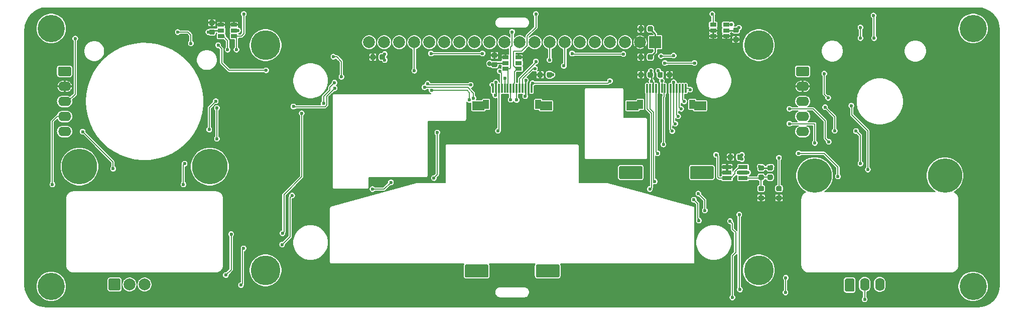
<source format=gbr>
%TF.GenerationSoftware,KiCad,Pcbnew,5.1.9-73d0e3b20d~88~ubuntu18.04.1*%
%TF.CreationDate,2021-01-03T17:57:53+01:00*%
%TF.ProjectId,ss_frontpanel_inner_plate,73735f66-726f-46e7-9470-616e656c5f69,rev?*%
%TF.SameCoordinates,Original*%
%TF.FileFunction,Copper,L2,Bot*%
%TF.FilePolarity,Positive*%
%FSLAX46Y46*%
G04 Gerber Fmt 4.6, Leading zero omitted, Abs format (unit mm)*
G04 Created by KiCad (PCBNEW 5.1.9-73d0e3b20d~88~ubuntu18.04.1) date 2021-01-03 17:57:53*
%MOMM*%
%LPD*%
G01*
G04 APERTURE LIST*
%TA.AperFunction,ComponentPad*%
%ADD10O,2.200000X1.600000*%
%TD*%
%TA.AperFunction,ComponentPad*%
%ADD11C,2.000000*%
%TD*%
%TA.AperFunction,ComponentPad*%
%ADD12C,6.000000*%
%TD*%
%TA.AperFunction,ComponentPad*%
%ADD13C,5.800000*%
%TD*%
%TA.AperFunction,ComponentPad*%
%ADD14O,1.600000X2.200000*%
%TD*%
%TA.AperFunction,ComponentPad*%
%ADD15C,5.000000*%
%TD*%
%TA.AperFunction,ComponentPad*%
%ADD16R,2.000000X2.000000*%
%TD*%
%TA.AperFunction,SMDPad,CuDef*%
%ADD17R,1.560000X0.650000*%
%TD*%
%TA.AperFunction,ComponentPad*%
%ADD18C,4.600000*%
%TD*%
%TA.AperFunction,SMDPad,CuDef*%
%ADD19R,1.060000X0.650000*%
%TD*%
%TA.AperFunction,SMDPad,CuDef*%
%ADD20R,1.000000X1.500000*%
%TD*%
%TA.AperFunction,SMDPad,CuDef*%
%ADD21R,2.000000X1.500000*%
%TD*%
%TA.AperFunction,SMDPad,CuDef*%
%ADD22R,0.300000X1.500000*%
%TD*%
%TA.AperFunction,ViaPad*%
%ADD23C,0.800000*%
%TD*%
%TA.AperFunction,ViaPad*%
%ADD24C,0.600000*%
%TD*%
%TA.AperFunction,Conductor*%
%ADD25C,0.200000*%
%TD*%
%TA.AperFunction,Conductor*%
%ADD26C,0.250000*%
%TD*%
%TA.AperFunction,Conductor*%
%ADD27C,0.150000*%
%TD*%
%TA.AperFunction,Conductor*%
%ADD28C,0.127000*%
%TD*%
%TA.AperFunction,Conductor*%
%ADD29C,0.100000*%
%TD*%
G04 APERTURE END LIST*
D10*
%TO.P,ASM1,3*%
%TO.N,/Enc2_SW*%
X74500000Y-65000000D03*
%TO.P,ASM1,2*%
%TO.N,VDD_IO*%
X74500000Y-62460000D03*
%TO.P,ASM1,1*%
%TO.N,GND*%
%TA.AperFunction,ComponentPad*%
G36*
G01*
X75600000Y-59320000D02*
X75600000Y-60520000D01*
G75*
G02*
X75400000Y-60720000I-200000J0D01*
G01*
X73600000Y-60720000D01*
G75*
G02*
X73400000Y-60520000I0J200000D01*
G01*
X73400000Y-59320000D01*
G75*
G02*
X73600000Y-59120000I200000J0D01*
G01*
X75400000Y-59120000D01*
G75*
G02*
X75600000Y-59320000I0J-200000D01*
G01*
G37*
%TD.AperFunction*%
%TO.P,ASM1,5*%
%TO.N,/Enc2_A*%
X74500000Y-70080000D03*
%TO.P,ASM1,4*%
%TO.N,/Enc2_B*%
X74500000Y-67540000D03*
%TO.P,ASM1,6*%
%TO.N,GND*%
%TA.AperFunction,ComponentPad*%
G36*
G01*
X83920000Y-95090000D02*
X83920000Y-96690000D01*
G75*
G02*
X83720000Y-96890000I-200000J0D01*
G01*
X82120000Y-96890000D01*
G75*
G02*
X81920000Y-96690000I0J200000D01*
G01*
X81920000Y-95090000D01*
G75*
G02*
X82120000Y-94890000I200000J0D01*
G01*
X83720000Y-94890000D01*
G75*
G02*
X83920000Y-95090000I0J-200000D01*
G01*
G37*
%TD.AperFunction*%
D11*
%TO.P,ASM1,7*%
%TO.N,/PB_1A*%
X85460000Y-95890000D03*
%TO.P,ASM1,8*%
%TO.N,/PB_1B*%
X88000000Y-95890000D03*
D12*
%TO.P,ASM1,10*%
%TO.N,GND*%
X77000000Y-76000000D03*
%TO.P,ASM1,9*%
X99000000Y-76000000D03*
%TD*%
D13*
%TO.P,ASM2,9*%
%TO.N,GND*%
X223000000Y-77500000D03*
D10*
%TO.P,ASM2,3*%
%TO.N,/ENC_SWn*%
X199000000Y-65000000D03*
%TO.P,ASM2,2*%
%TO.N,VDD_IO*%
X199000000Y-62460000D03*
%TO.P,ASM2,1*%
%TO.N,GND*%
%TA.AperFunction,ComponentPad*%
G36*
G01*
X200100000Y-59320000D02*
X200100000Y-60520000D01*
G75*
G02*
X199900000Y-60720000I-200000J0D01*
G01*
X198100000Y-60720000D01*
G75*
G02*
X197900000Y-60520000I0J200000D01*
G01*
X197900000Y-59320000D01*
G75*
G02*
X198100000Y-59120000I200000J0D01*
G01*
X199900000Y-59120000D01*
G75*
G02*
X200100000Y-59320000I0J-200000D01*
G01*
G37*
%TD.AperFunction*%
%TO.P,ASM2,4*%
%TO.N,/ENC_B*%
X199000000Y-67540000D03*
%TO.P,ASM2,5*%
%TO.N,/ENC_A*%
X199000000Y-70080000D03*
D13*
%TO.P,ASM2,10*%
%TO.N,GND*%
X201000000Y-77500000D03*
D14*
%TO.P,ASM2,8*%
%TO.N,/PB_2B*%
X212000000Y-95890000D03*
%TO.P,ASM2,7*%
%TO.N,/PB_2A*%
X209460000Y-95890000D03*
%TO.P,ASM2,6*%
%TO.N,GND*%
%TA.AperFunction,ComponentPad*%
G36*
G01*
X207720000Y-95100000D02*
X207720000Y-96900000D01*
G75*
G02*
X207520000Y-97100000I-200000J0D01*
G01*
X206320000Y-97100000D01*
G75*
G02*
X206120000Y-96900000I0J200000D01*
G01*
X206120000Y-95100000D01*
G75*
G02*
X206320000Y-94900000I200000J0D01*
G01*
X207520000Y-94900000D01*
G75*
G02*
X207720000Y-95100000I0J-200000D01*
G01*
G37*
%TD.AperFunction*%
%TD*%
D15*
%TO.P,OLED1,21*%
%TO.N,GND*%
X191600000Y-55500000D03*
X191600000Y-93500000D03*
X108400000Y-93500000D03*
X108400000Y-55500000D03*
D11*
%TO.P,OLED1,20*%
X125870000Y-55000000D03*
%TO.P,OLED1,19*%
X128410000Y-55000000D03*
%TO.P,OLED1,18*%
%TO.N,Net-(OLED1-Pad18)*%
X130950000Y-55000000D03*
%TO.P,OLED1,17*%
%TO.N,/~CSn~*%
X133490000Y-55000000D03*
%TO.P,OLED1,16*%
%TO.N,/~RESn~*%
X136030000Y-55000000D03*
%TO.P,OLED1,15*%
%TO.N,Net-(OLED1-Pad15)*%
X138570000Y-55000000D03*
%TO.P,OLED1,14*%
%TO.N,GND*%
X141110000Y-55000000D03*
%TO.P,OLED1,13*%
X143650000Y-55000000D03*
%TO.P,OLED1,12*%
X146190000Y-55000000D03*
%TO.P,OLED1,11*%
X148730000Y-55000000D03*
%TO.P,OLED1,10*%
X151270000Y-55000000D03*
%TO.P,OLED1,9*%
%TO.N,Net-(OLED1-Pad9)*%
X153810000Y-55000000D03*
%TO.P,OLED1,8*%
%TO.N,/MOSI*%
X156350000Y-55000000D03*
%TO.P,OLED1,7*%
%TO.N,/SCK*%
X158890000Y-55000000D03*
%TO.P,OLED1,6*%
%TO.N,GND*%
X161430000Y-55000000D03*
%TO.P,OLED1,5*%
X163970000Y-55000000D03*
%TO.P,OLED1,4*%
%TO.N,/D~Cn~*%
X166510000Y-55000000D03*
%TO.P,OLED1,3*%
%TO.N,Net-(OLED1-Pad3)*%
X169050000Y-55000000D03*
%TO.P,OLED1,2*%
%TO.N,VDD_IO*%
X171590000Y-55000000D03*
D16*
%TO.P,OLED1,1*%
%TO.N,GND*%
X174130000Y-55000000D03*
%TD*%
%TO.P,C13,2*%
%TO.N,GND*%
%TA.AperFunction,SMDPad,CuDef*%
G36*
G01*
X187950000Y-74656250D02*
X187950000Y-74143750D01*
G75*
G02*
X188168750Y-73925000I218750J0D01*
G01*
X188606250Y-73925000D01*
G75*
G02*
X188825000Y-74143750I0J-218750D01*
G01*
X188825000Y-74656250D01*
G75*
G02*
X188606250Y-74875000I-218750J0D01*
G01*
X188168750Y-74875000D01*
G75*
G02*
X187950000Y-74656250I0J218750D01*
G01*
G37*
%TD.AperFunction*%
%TO.P,C13,1*%
%TO.N,VDD_IO*%
%TA.AperFunction,SMDPad,CuDef*%
G36*
G01*
X186375000Y-74656250D02*
X186375000Y-74143750D01*
G75*
G02*
X186593750Y-73925000I218750J0D01*
G01*
X187031250Y-73925000D01*
G75*
G02*
X187250000Y-74143750I0J-218750D01*
G01*
X187250000Y-74656250D01*
G75*
G02*
X187031250Y-74875000I-218750J0D01*
G01*
X186593750Y-74875000D01*
G75*
G02*
X186375000Y-74656250I0J218750D01*
G01*
G37*
%TD.AperFunction*%
%TD*%
D17*
%TO.P,U6,5*%
%TO.N,VDD_IO*%
X186250000Y-77000000D03*
%TO.P,U6,6*%
X186250000Y-76050000D03*
%TO.P,U6,4*%
%TO.N,/HWID_0*%
X186250000Y-77950000D03*
%TO.P,U6,3*%
%TO.N,/HWID_0_i*%
X188950000Y-77950000D03*
%TO.P,U6,2*%
%TO.N,GND*%
X188950000Y-77000000D03*
%TO.P,U6,1*%
%TO.N,/HWID_0*%
X188950000Y-76050000D03*
%TD*%
D18*
%TO.P,H4,1*%
%TO.N,GND*%
X72250000Y-52670000D03*
%TD*%
%TO.P,H3,1*%
%TO.N,GND*%
X227750000Y-52670000D03*
%TD*%
%TO.P,H2,1*%
%TO.N,GND*%
X227750000Y-96200000D03*
%TD*%
%TO.P,H1,1*%
%TO.N,GND*%
X72250000Y-96200000D03*
%TD*%
%TO.P,M4,2*%
%TO.N,Net-(M4-Pad2)*%
%TA.AperFunction,ComponentPad*%
G36*
G01*
X158000000Y-92750800D02*
X158000000Y-94449200D01*
G75*
G02*
X157749200Y-94700000I-250800J0D01*
G01*
X154250800Y-94700000D01*
G75*
G02*
X154000000Y-94449200I0J250800D01*
G01*
X154000000Y-92750800D01*
G75*
G02*
X154250800Y-92500000I250800J0D01*
G01*
X157749200Y-92500000D01*
G75*
G02*
X158000000Y-92750800I0J-250800D01*
G01*
G37*
%TD.AperFunction*%
%TO.P,M4,1*%
%TO.N,Net-(M4-Pad1)*%
%TA.AperFunction,ComponentPad*%
G36*
G01*
X142000000Y-94449200D02*
X142000000Y-92750800D01*
G75*
G02*
X142250800Y-92500000I250800J0D01*
G01*
X145749200Y-92500000D01*
G75*
G02*
X146000000Y-92750800I0J-250800D01*
G01*
X146000000Y-94449200D01*
G75*
G02*
X145749200Y-94700000I-250800J0D01*
G01*
X142250800Y-94700000D01*
G75*
G02*
X142000000Y-94449200I0J250800D01*
G01*
G37*
%TD.AperFunction*%
%TD*%
%TO.P,M5,2*%
%TO.N,Net-(M5-Pad2)*%
%TA.AperFunction,ComponentPad*%
G36*
G01*
X184000000Y-76150800D02*
X184000000Y-77849200D01*
G75*
G02*
X183749200Y-78100000I-250800J0D01*
G01*
X180250800Y-78100000D01*
G75*
G02*
X180000000Y-77849200I0J250800D01*
G01*
X180000000Y-76150800D01*
G75*
G02*
X180250800Y-75900000I250800J0D01*
G01*
X183749200Y-75900000D01*
G75*
G02*
X184000000Y-76150800I0J-250800D01*
G01*
G37*
%TD.AperFunction*%
%TO.P,M5,1*%
%TO.N,Net-(M5-Pad1)*%
%TA.AperFunction,ComponentPad*%
G36*
G01*
X168000000Y-77849200D02*
X168000000Y-76150800D01*
G75*
G02*
X168250800Y-75900000I250800J0D01*
G01*
X171749200Y-75900000D01*
G75*
G02*
X172000000Y-76150800I0J-250800D01*
G01*
X172000000Y-77849200D01*
G75*
G02*
X171749200Y-78100000I-250800J0D01*
G01*
X168250800Y-78100000D01*
G75*
G02*
X168000000Y-77849200I0J250800D01*
G01*
G37*
%TD.AperFunction*%
%TD*%
D19*
%TO.P,U5,5*%
%TO.N,GND*%
X103100000Y-53000000D03*
%TO.P,U5,6*%
%TO.N,/SDA*%
X103100000Y-53950000D03*
%TO.P,U5,4*%
%TO.N,VDD_IO*%
X103100000Y-52050000D03*
%TO.P,U5,3*%
X100900000Y-52050000D03*
%TO.P,U5,2*%
%TO.N,GND*%
X100900000Y-53000000D03*
%TO.P,U5,1*%
%TO.N,/SCL*%
X100900000Y-53950000D03*
%TD*%
%TO.P,U4,5*%
%TO.N,/TS In mid/A0*%
X151100000Y-58500000D03*
%TO.P,U4,6*%
%TO.N,/SDA*%
X151100000Y-59450000D03*
%TO.P,U4,4*%
%TO.N,VDD_IO*%
X151100000Y-57550000D03*
%TO.P,U4,3*%
X148900000Y-57550000D03*
%TO.P,U4,2*%
%TO.N,GND*%
X148900000Y-58500000D03*
%TO.P,U4,1*%
%TO.N,/SCL*%
X148900000Y-59450000D03*
%TD*%
%TO.P,U3,5*%
%TO.N,VDD_IO*%
X183900000Y-53000000D03*
%TO.P,U3,6*%
%TO.N,/SDA*%
X183900000Y-52050000D03*
%TO.P,U3,4*%
%TO.N,VDD_IO*%
X183900000Y-53950000D03*
%TO.P,U3,3*%
X186100000Y-53950000D03*
%TO.P,U3,2*%
%TO.N,GND*%
X186100000Y-53000000D03*
%TO.P,U3,1*%
%TO.N,/SCL*%
X186100000Y-52050000D03*
%TD*%
%TO.P,R7,2*%
%TO.N,GND*%
%TA.AperFunction,SMDPad,CuDef*%
G36*
G01*
X193756250Y-76650000D02*
X193243750Y-76650000D01*
G75*
G02*
X193025000Y-76431250I0J218750D01*
G01*
X193025000Y-75993750D01*
G75*
G02*
X193243750Y-75775000I218750J0D01*
G01*
X193756250Y-75775000D01*
G75*
G02*
X193975000Y-75993750I0J-218750D01*
G01*
X193975000Y-76431250D01*
G75*
G02*
X193756250Y-76650000I-218750J0D01*
G01*
G37*
%TD.AperFunction*%
%TO.P,R7,1*%
%TO.N,/HWID_0_i*%
%TA.AperFunction,SMDPad,CuDef*%
G36*
G01*
X193756250Y-78225000D02*
X193243750Y-78225000D01*
G75*
G02*
X193025000Y-78006250I0J218750D01*
G01*
X193025000Y-77568750D01*
G75*
G02*
X193243750Y-77350000I218750J0D01*
G01*
X193756250Y-77350000D01*
G75*
G02*
X193975000Y-77568750I0J-218750D01*
G01*
X193975000Y-78006250D01*
G75*
G02*
X193756250Y-78225000I-218750J0D01*
G01*
G37*
%TD.AperFunction*%
%TD*%
%TO.P,R3,2*%
%TO.N,/HWID_0_i*%
%TA.AperFunction,SMDPad,CuDef*%
G36*
G01*
X192256250Y-80150000D02*
X191743750Y-80150000D01*
G75*
G02*
X191525000Y-79931250I0J218750D01*
G01*
X191525000Y-79493750D01*
G75*
G02*
X191743750Y-79275000I218750J0D01*
G01*
X192256250Y-79275000D01*
G75*
G02*
X192475000Y-79493750I0J-218750D01*
G01*
X192475000Y-79931250D01*
G75*
G02*
X192256250Y-80150000I-218750J0D01*
G01*
G37*
%TD.AperFunction*%
%TO.P,R3,1*%
%TO.N,VDD_IO*%
%TA.AperFunction,SMDPad,CuDef*%
G36*
G01*
X192256250Y-81725000D02*
X191743750Y-81725000D01*
G75*
G02*
X191525000Y-81506250I0J218750D01*
G01*
X191525000Y-81068750D01*
G75*
G02*
X191743750Y-80850000I218750J0D01*
G01*
X192256250Y-80850000D01*
G75*
G02*
X192475000Y-81068750I0J-218750D01*
G01*
X192475000Y-81506250D01*
G75*
G02*
X192256250Y-81725000I-218750J0D01*
G01*
G37*
%TD.AperFunction*%
%TD*%
%TO.P,R2,2*%
%TO.N,/HWID_0_i*%
%TA.AperFunction,SMDPad,CuDef*%
G36*
G01*
X195256250Y-80150000D02*
X194743750Y-80150000D01*
G75*
G02*
X194525000Y-79931250I0J218750D01*
G01*
X194525000Y-79493750D01*
G75*
G02*
X194743750Y-79275000I218750J0D01*
G01*
X195256250Y-79275000D01*
G75*
G02*
X195475000Y-79493750I0J-218750D01*
G01*
X195475000Y-79931250D01*
G75*
G02*
X195256250Y-80150000I-218750J0D01*
G01*
G37*
%TD.AperFunction*%
%TO.P,R2,1*%
%TO.N,VDD_IO*%
%TA.AperFunction,SMDPad,CuDef*%
G36*
G01*
X195256250Y-81725000D02*
X194743750Y-81725000D01*
G75*
G02*
X194525000Y-81506250I0J218750D01*
G01*
X194525000Y-81068750D01*
G75*
G02*
X194743750Y-80850000I218750J0D01*
G01*
X195256250Y-80850000D01*
G75*
G02*
X195475000Y-81068750I0J-218750D01*
G01*
X195475000Y-81506250D01*
G75*
G02*
X195256250Y-81725000I-218750J0D01*
G01*
G37*
%TD.AperFunction*%
%TD*%
%TO.P,C12,2*%
%TO.N,GND*%
%TA.AperFunction,SMDPad,CuDef*%
G36*
G01*
X99093750Y-52850000D02*
X99606250Y-52850000D01*
G75*
G02*
X99825000Y-53068750I0J-218750D01*
G01*
X99825000Y-53506250D01*
G75*
G02*
X99606250Y-53725000I-218750J0D01*
G01*
X99093750Y-53725000D01*
G75*
G02*
X98875000Y-53506250I0J218750D01*
G01*
X98875000Y-53068750D01*
G75*
G02*
X99093750Y-52850000I218750J0D01*
G01*
G37*
%TD.AperFunction*%
%TO.P,C12,1*%
%TO.N,VDD_IO*%
%TA.AperFunction,SMDPad,CuDef*%
G36*
G01*
X99093750Y-51275000D02*
X99606250Y-51275000D01*
G75*
G02*
X99825000Y-51493750I0J-218750D01*
G01*
X99825000Y-51931250D01*
G75*
G02*
X99606250Y-52150000I-218750J0D01*
G01*
X99093750Y-52150000D01*
G75*
G02*
X98875000Y-51931250I0J218750D01*
G01*
X98875000Y-51493750D01*
G75*
G02*
X99093750Y-51275000I218750J0D01*
G01*
G37*
%TD.AperFunction*%
%TD*%
%TO.P,C11,2*%
%TO.N,GND*%
%TA.AperFunction,SMDPad,CuDef*%
G36*
G01*
X146743750Y-58350000D02*
X147256250Y-58350000D01*
G75*
G02*
X147475000Y-58568750I0J-218750D01*
G01*
X147475000Y-59006250D01*
G75*
G02*
X147256250Y-59225000I-218750J0D01*
G01*
X146743750Y-59225000D01*
G75*
G02*
X146525000Y-59006250I0J218750D01*
G01*
X146525000Y-58568750D01*
G75*
G02*
X146743750Y-58350000I218750J0D01*
G01*
G37*
%TD.AperFunction*%
%TO.P,C11,1*%
%TO.N,VDD_IO*%
%TA.AperFunction,SMDPad,CuDef*%
G36*
G01*
X146743750Y-56775000D02*
X147256250Y-56775000D01*
G75*
G02*
X147475000Y-56993750I0J-218750D01*
G01*
X147475000Y-57431250D01*
G75*
G02*
X147256250Y-57650000I-218750J0D01*
G01*
X146743750Y-57650000D01*
G75*
G02*
X146525000Y-57431250I0J218750D01*
G01*
X146525000Y-56993750D01*
G75*
G02*
X146743750Y-56775000I218750J0D01*
G01*
G37*
%TD.AperFunction*%
%TD*%
%TO.P,C10,2*%
%TO.N,GND*%
%TA.AperFunction,SMDPad,CuDef*%
G36*
G01*
X188006250Y-53400000D02*
X187493750Y-53400000D01*
G75*
G02*
X187275000Y-53181250I0J218750D01*
G01*
X187275000Y-52743750D01*
G75*
G02*
X187493750Y-52525000I218750J0D01*
G01*
X188006250Y-52525000D01*
G75*
G02*
X188225000Y-52743750I0J-218750D01*
G01*
X188225000Y-53181250D01*
G75*
G02*
X188006250Y-53400000I-218750J0D01*
G01*
G37*
%TD.AperFunction*%
%TO.P,C10,1*%
%TO.N,VDD_IO*%
%TA.AperFunction,SMDPad,CuDef*%
G36*
G01*
X188006250Y-54975000D02*
X187493750Y-54975000D01*
G75*
G02*
X187275000Y-54756250I0J218750D01*
G01*
X187275000Y-54318750D01*
G75*
G02*
X187493750Y-54100000I218750J0D01*
G01*
X188006250Y-54100000D01*
G75*
G02*
X188225000Y-54318750I0J-218750D01*
G01*
X188225000Y-54756250D01*
G75*
G02*
X188006250Y-54975000I-218750J0D01*
G01*
G37*
%TD.AperFunction*%
%TD*%
%TO.P,C7,2*%
%TO.N,/HWID_0_i*%
%TA.AperFunction,SMDPad,CuDef*%
G36*
G01*
X191743750Y-77350000D02*
X192256250Y-77350000D01*
G75*
G02*
X192475000Y-77568750I0J-218750D01*
G01*
X192475000Y-78006250D01*
G75*
G02*
X192256250Y-78225000I-218750J0D01*
G01*
X191743750Y-78225000D01*
G75*
G02*
X191525000Y-78006250I0J218750D01*
G01*
X191525000Y-77568750D01*
G75*
G02*
X191743750Y-77350000I218750J0D01*
G01*
G37*
%TD.AperFunction*%
%TO.P,C7,1*%
%TO.N,GND*%
%TA.AperFunction,SMDPad,CuDef*%
G36*
G01*
X191743750Y-75775000D02*
X192256250Y-75775000D01*
G75*
G02*
X192475000Y-75993750I0J-218750D01*
G01*
X192475000Y-76431250D01*
G75*
G02*
X192256250Y-76650000I-218750J0D01*
G01*
X191743750Y-76650000D01*
G75*
G02*
X191525000Y-76431250I0J218750D01*
G01*
X191525000Y-75993750D01*
G75*
G02*
X191743750Y-75775000I218750J0D01*
G01*
G37*
%TD.AperFunction*%
%TD*%
%TO.P,C6,2*%
%TO.N,GND*%
%TA.AperFunction,SMDPad,CuDef*%
G36*
G01*
X172850000Y-53006250D02*
X172850000Y-52493750D01*
G75*
G02*
X173068750Y-52275000I218750J0D01*
G01*
X173506250Y-52275000D01*
G75*
G02*
X173725000Y-52493750I0J-218750D01*
G01*
X173725000Y-53006250D01*
G75*
G02*
X173506250Y-53225000I-218750J0D01*
G01*
X173068750Y-53225000D01*
G75*
G02*
X172850000Y-53006250I0J218750D01*
G01*
G37*
%TD.AperFunction*%
%TO.P,C6,1*%
%TO.N,VDD_IO*%
%TA.AperFunction,SMDPad,CuDef*%
G36*
G01*
X171275000Y-53006250D02*
X171275000Y-52493750D01*
G75*
G02*
X171493750Y-52275000I218750J0D01*
G01*
X171931250Y-52275000D01*
G75*
G02*
X172150000Y-52493750I0J-218750D01*
G01*
X172150000Y-53006250D01*
G75*
G02*
X171931250Y-53225000I-218750J0D01*
G01*
X171493750Y-53225000D01*
G75*
G02*
X171275000Y-53006250I0J218750D01*
G01*
G37*
%TD.AperFunction*%
%TD*%
%TO.P,C5,2*%
%TO.N,GND*%
%TA.AperFunction,SMDPad,CuDef*%
G36*
G01*
X172850000Y-57756250D02*
X172850000Y-57243750D01*
G75*
G02*
X173068750Y-57025000I218750J0D01*
G01*
X173506250Y-57025000D01*
G75*
G02*
X173725000Y-57243750I0J-218750D01*
G01*
X173725000Y-57756250D01*
G75*
G02*
X173506250Y-57975000I-218750J0D01*
G01*
X173068750Y-57975000D01*
G75*
G02*
X172850000Y-57756250I0J218750D01*
G01*
G37*
%TD.AperFunction*%
%TO.P,C5,1*%
%TO.N,VDD_IO*%
%TA.AperFunction,SMDPad,CuDef*%
G36*
G01*
X171275000Y-57756250D02*
X171275000Y-57243750D01*
G75*
G02*
X171493750Y-57025000I218750J0D01*
G01*
X171931250Y-57025000D01*
G75*
G02*
X172150000Y-57243750I0J-218750D01*
G01*
X172150000Y-57756250D01*
G75*
G02*
X171931250Y-57975000I-218750J0D01*
G01*
X171493750Y-57975000D01*
G75*
G02*
X171275000Y-57756250I0J218750D01*
G01*
G37*
%TD.AperFunction*%
%TD*%
%TO.P,C4,2*%
%TO.N,GND*%
%TA.AperFunction,SMDPad,CuDef*%
G36*
G01*
X175400000Y-60243750D02*
X175400000Y-60756250D01*
G75*
G02*
X175181250Y-60975000I-218750J0D01*
G01*
X174743750Y-60975000D01*
G75*
G02*
X174525000Y-60756250I0J218750D01*
G01*
X174525000Y-60243750D01*
G75*
G02*
X174743750Y-60025000I218750J0D01*
G01*
X175181250Y-60025000D01*
G75*
G02*
X175400000Y-60243750I0J-218750D01*
G01*
G37*
%TD.AperFunction*%
%TO.P,C4,1*%
%TO.N,VDD_IO*%
%TA.AperFunction,SMDPad,CuDef*%
G36*
G01*
X176975000Y-60243750D02*
X176975000Y-60756250D01*
G75*
G02*
X176756250Y-60975000I-218750J0D01*
G01*
X176318750Y-60975000D01*
G75*
G02*
X176100000Y-60756250I0J218750D01*
G01*
X176100000Y-60243750D01*
G75*
G02*
X176318750Y-60025000I218750J0D01*
G01*
X176756250Y-60025000D01*
G75*
G02*
X176975000Y-60243750I0J-218750D01*
G01*
G37*
%TD.AperFunction*%
%TD*%
%TO.P,C3,2*%
%TO.N,GND*%
%TA.AperFunction,SMDPad,CuDef*%
G36*
G01*
X172850000Y-60756250D02*
X172850000Y-60243750D01*
G75*
G02*
X173068750Y-60025000I218750J0D01*
G01*
X173506250Y-60025000D01*
G75*
G02*
X173725000Y-60243750I0J-218750D01*
G01*
X173725000Y-60756250D01*
G75*
G02*
X173506250Y-60975000I-218750J0D01*
G01*
X173068750Y-60975000D01*
G75*
G02*
X172850000Y-60756250I0J218750D01*
G01*
G37*
%TD.AperFunction*%
%TO.P,C3,1*%
%TO.N,VDD_IO*%
%TA.AperFunction,SMDPad,CuDef*%
G36*
G01*
X171275000Y-60756250D02*
X171275000Y-60243750D01*
G75*
G02*
X171493750Y-60025000I218750J0D01*
G01*
X171931250Y-60025000D01*
G75*
G02*
X172150000Y-60243750I0J-218750D01*
G01*
X172150000Y-60756250D01*
G75*
G02*
X171931250Y-60975000I-218750J0D01*
G01*
X171493750Y-60975000D01*
G75*
G02*
X171275000Y-60756250I0J218750D01*
G01*
G37*
%TD.AperFunction*%
%TD*%
%TO.P,C2,2*%
%TO.N,GND*%
%TA.AperFunction,SMDPad,CuDef*%
G36*
G01*
X155850000Y-60756250D02*
X155850000Y-60243750D01*
G75*
G02*
X156068750Y-60025000I218750J0D01*
G01*
X156506250Y-60025000D01*
G75*
G02*
X156725000Y-60243750I0J-218750D01*
G01*
X156725000Y-60756250D01*
G75*
G02*
X156506250Y-60975000I-218750J0D01*
G01*
X156068750Y-60975000D01*
G75*
G02*
X155850000Y-60756250I0J218750D01*
G01*
G37*
%TD.AperFunction*%
%TO.P,C2,1*%
%TO.N,VDD_IO*%
%TA.AperFunction,SMDPad,CuDef*%
G36*
G01*
X154275000Y-60756250D02*
X154275000Y-60243750D01*
G75*
G02*
X154493750Y-60025000I218750J0D01*
G01*
X154931250Y-60025000D01*
G75*
G02*
X155150000Y-60243750I0J-218750D01*
G01*
X155150000Y-60756250D01*
G75*
G02*
X154931250Y-60975000I-218750J0D01*
G01*
X154493750Y-60975000D01*
G75*
G02*
X154275000Y-60756250I0J218750D01*
G01*
G37*
%TD.AperFunction*%
%TD*%
%TO.P,C1,2*%
%TO.N,GND*%
%TA.AperFunction,SMDPad,CuDef*%
G36*
G01*
X127637500Y-57756250D02*
X127637500Y-57243750D01*
G75*
G02*
X127856250Y-57025000I218750J0D01*
G01*
X128293750Y-57025000D01*
G75*
G02*
X128512500Y-57243750I0J-218750D01*
G01*
X128512500Y-57756250D01*
G75*
G02*
X128293750Y-57975000I-218750J0D01*
G01*
X127856250Y-57975000D01*
G75*
G02*
X127637500Y-57756250I0J218750D01*
G01*
G37*
%TD.AperFunction*%
%TO.P,C1,1*%
%TO.N,VDD_IO*%
%TA.AperFunction,SMDPad,CuDef*%
G36*
G01*
X126062500Y-57756250D02*
X126062500Y-57243750D01*
G75*
G02*
X126281250Y-57025000I218750J0D01*
G01*
X126718750Y-57025000D01*
G75*
G02*
X126937500Y-57243750I0J-218750D01*
G01*
X126937500Y-57756250D01*
G75*
G02*
X126718750Y-57975000I-218750J0D01*
G01*
X126281250Y-57975000D01*
G75*
G02*
X126062500Y-57756250I0J218750D01*
G01*
G37*
%TD.AperFunction*%
%TD*%
D20*
%TO.P,J1,16*%
%TO.N,Net-(J1-Pad16)*%
X145600000Y-65500000D03*
%TO.P,J1,15*%
%TO.N,Net-(J1-Pad15)*%
X154400000Y-65500000D03*
D21*
%TO.P,J1,16*%
%TO.N,Net-(J1-Pad16)*%
X144300000Y-65700000D03*
%TO.P,J1,15*%
%TO.N,Net-(J1-Pad15)*%
X155700000Y-65700000D03*
D22*
%TO.P,J1,14*%
%TO.N,/PB_1A*%
X146750000Y-62800000D03*
%TO.P,J1,13*%
%TO.N,GND*%
X147250000Y-62800000D03*
%TO.P,J1,12*%
%TO.N,/PB_1B*%
X147750000Y-62800000D03*
%TO.P,J1,11*%
%TO.N,/~CSn~*%
X148250000Y-62800000D03*
%TO.P,J1,10*%
%TO.N,/Enc2_SW*%
X148750000Y-62800000D03*
%TO.P,J1,9*%
%TO.N,/SCL*%
X149250000Y-62800000D03*
%TO.P,J1,8*%
%TO.N,/Enc2_B*%
X149750000Y-62800000D03*
%TO.P,J1,7*%
%TO.N,/SDA*%
X150250000Y-62800000D03*
%TO.P,J1,6*%
%TO.N,/Enc2_A*%
X150750000Y-62800000D03*
%TO.P,J1,5*%
%TO.N,/MOSI*%
X151250000Y-62800000D03*
%TO.P,J1,4*%
%TO.N,/SCK*%
X151750000Y-62800000D03*
%TO.P,J1,3*%
%TO.N,GND*%
X152250000Y-62800000D03*
%TO.P,J1,2*%
%TO.N,VDD_IO*%
X152750000Y-62800000D03*
%TO.P,J1,1*%
%TO.N,/D~Cn~*%
X153250000Y-62800000D03*
%TD*%
D20*
%TO.P,J2,16*%
%TO.N,Net-(J2-Pad16)*%
X171600000Y-65500000D03*
%TO.P,J2,15*%
%TO.N,Net-(J2-Pad15)*%
X180400000Y-65500000D03*
D21*
%TO.P,J2,16*%
%TO.N,Net-(J2-Pad16)*%
X170300000Y-65700000D03*
%TO.P,J2,15*%
%TO.N,Net-(J2-Pad15)*%
X181700000Y-65700000D03*
D22*
%TO.P,J2,14*%
%TO.N,/PB_2A*%
X172750000Y-62800000D03*
%TO.P,J2,13*%
%TO.N,/PB_2B*%
X173250000Y-62800000D03*
%TO.P,J2,12*%
%TO.N,GND*%
X173750000Y-62800000D03*
%TO.P,J2,11*%
%TO.N,/HWID_0*%
X174250000Y-62800000D03*
%TO.P,J2,10*%
%TO.N,VDD_IO*%
X174750000Y-62800000D03*
%TO.P,J2,9*%
%TO.N,/AUX_RX*%
X175250000Y-62800000D03*
%TO.P,J2,8*%
%TO.N,/AUX_TX*%
X175750000Y-62800000D03*
%TO.P,J2,7*%
%TO.N,VDD_IO*%
X176250000Y-62800000D03*
%TO.P,J2,6*%
%TO.N,/ENC_A*%
X176750000Y-62800000D03*
%TO.P,J2,5*%
%TO.N,/~RESn~*%
X177250000Y-62800000D03*
%TO.P,J2,4*%
%TO.N,/ENC_B*%
X177750000Y-62800000D03*
%TO.P,J2,3*%
%TO.N,/~AUX_IRQn~*%
X178250000Y-62800000D03*
%TO.P,J2,2*%
%TO.N,/ENC_SWn*%
X178750000Y-62800000D03*
%TO.P,J2,1*%
%TO.N,/AUX_BOOT0*%
X179250000Y-62800000D03*
%TD*%
D23*
%TO.N,GND*%
X146199994Y-58600000D03*
D24*
X193750000Y-76000000D03*
X191750000Y-76000000D03*
X188250000Y-52550010D03*
X103750000Y-53000000D03*
X98750000Y-53300000D03*
X189800000Y-77000000D03*
X188750000Y-74750000D03*
X188750000Y-74000000D03*
X188163909Y-77013909D03*
X173400000Y-59850000D03*
X174650000Y-59850000D03*
X173517501Y-61582499D03*
X152300000Y-61428768D03*
X152200000Y-64100000D03*
X156800000Y-60500000D03*
X128500000Y-58000000D03*
X128500000Y-57000000D03*
X147256698Y-61759061D03*
X147150000Y-63950000D03*
%TO.N,/PB_1A*%
X102600000Y-87400000D03*
X101700000Y-94300000D03*
X111250000Y-87250000D03*
X143000000Y-62200000D03*
X146650000Y-62199990D03*
X135750000Y-62000011D03*
X120035411Y-61829177D03*
X114500000Y-67000000D03*
X118200000Y-65350000D03*
%TO.N,/PB_1B*%
X112875000Y-80875000D03*
X129550000Y-78650000D03*
X136800000Y-77925000D03*
X137375000Y-70250000D03*
X147600000Y-69950000D03*
X126425000Y-79800000D03*
X104250000Y-96000000D03*
X104700000Y-89800000D03*
X111200000Y-89150000D03*
%TO.N,/PB_2A*%
X209450000Y-98400000D03*
X187150000Y-98100000D03*
X186750000Y-85200000D03*
X181500000Y-85100000D03*
X180650000Y-81600000D03*
X173219671Y-79780348D03*
%TO.N,/PB_2B*%
X196100000Y-97250000D03*
X181400000Y-80550000D03*
X182499996Y-83400000D03*
X188300000Y-84100000D03*
X174050010Y-78500000D03*
X188400000Y-96750000D03*
X196150000Y-94750000D03*
%TO.N,/ENC_A*%
X177000002Y-70000000D03*
%TO.N,/ENC_B*%
X178000000Y-67500000D03*
%TO.N,VDD_IO*%
X207500000Y-72750000D03*
X205500000Y-79000000D03*
X211250000Y-59200000D03*
X205067304Y-72575010D03*
X207500000Y-78800000D03*
X104500000Y-61500000D03*
X103500000Y-61500000D03*
%TO.N,/ENC_SWn*%
X179000006Y-65000000D03*
%TO.N,/HWID_0*%
X174500000Y-73750000D03*
X184400000Y-74000000D03*
%TO.N,/AUX_BOOT0*%
X180000000Y-63000000D03*
X208750000Y-75500000D03*
X208000000Y-70000000D03*
X204400000Y-69950000D03*
X202775000Y-65975000D03*
%TO.N,/~AUX_IRQn~*%
X178500000Y-66250000D03*
X196749962Y-66250000D03*
X203400000Y-71800000D03*
%TO.N,/AUX_TX*%
X175500000Y-72250000D03*
%TO.N,/AUX_RX*%
X207200000Y-65700000D03*
X180750000Y-58500000D03*
X175250000Y-61500000D03*
X203300000Y-64400000D03*
X175750006Y-58500006D03*
X202650000Y-60300000D03*
X210000012Y-76500000D03*
%TO.N,/~RESn~*%
X168750000Y-57000000D03*
X175100000Y-57350000D03*
X160100000Y-56900012D03*
X177249999Y-61767155D03*
X177500000Y-68750000D03*
X196749982Y-68750000D03*
X145000008Y-56900012D03*
X136300000Y-56900000D03*
X177250000Y-57250000D03*
X201050000Y-72000000D03*
%TO.N,/~CSn~*%
X147899994Y-59899994D03*
X133500000Y-59800000D03*
%TO.N,/D~Cn~*%
X166500000Y-61550000D03*
X153450002Y-61900000D03*
%TO.N,/MOSI*%
X156300000Y-58000000D03*
X153999989Y-58250011D03*
%TO.N,/SCK*%
X158700000Y-59000000D03*
X153835183Y-59442649D03*
%TO.N,/SCL*%
X208750000Y-54300000D03*
X208750000Y-52500000D03*
X187000000Y-52000000D03*
X102000000Y-56250000D03*
X150000004Y-53249996D03*
X101199999Y-53900000D03*
%TO.N,/SDA*%
X211050000Y-54300000D03*
X104727645Y-50250000D03*
X154000000Y-50250000D03*
X183750010Y-50250000D03*
X210950000Y-50500000D03*
X103500000Y-56249996D03*
%TO.N,/HWID_0_i*%
X195000000Y-79700000D03*
X192000000Y-79712500D03*
X195000000Y-74500000D03*
X198300000Y-73750000D03*
X204950000Y-77650000D03*
%TO.N,/Enc2_SW*%
X148750000Y-61100000D03*
X76300000Y-54400000D03*
X119850000Y-57450000D03*
X121200000Y-60850000D03*
X100400000Y-55500000D03*
X95800000Y-55199996D03*
X93600000Y-53300008D03*
X108500000Y-59750000D03*
%TO.N,/Enc2_B*%
X149750004Y-64700000D03*
X135200000Y-62600010D03*
X120063916Y-62774990D03*
X113100000Y-65850000D03*
X72450002Y-79000000D03*
X143483877Y-64442055D03*
X100200000Y-66100000D03*
X100200002Y-71300000D03*
X94550000Y-79000000D03*
X94750000Y-75500000D03*
%TO.N,/Enc2_A*%
X136400000Y-63125010D03*
X77550000Y-70100000D03*
X82700000Y-76350000D03*
X150750000Y-64750000D03*
X100000000Y-64950000D03*
X142800000Y-64750000D03*
X98900000Y-69750000D03*
%TD*%
D25*
%TO.N,Net-(J1-Pad16)*%
X145400000Y-65700000D02*
X145600000Y-65500000D01*
X144300000Y-65700000D02*
X145400000Y-65700000D01*
%TO.N,Net-(J1-Pad15)*%
X154600000Y-65700000D02*
X154400000Y-65500000D01*
X155700000Y-65700000D02*
X154600000Y-65700000D01*
%TO.N,Net-(J2-Pad16)*%
X171400000Y-65700000D02*
X171600000Y-65500000D01*
X170300000Y-65700000D02*
X171400000Y-65700000D01*
%TO.N,Net-(J2-Pad15)*%
X180600000Y-65700000D02*
X180400000Y-65500000D01*
X181700000Y-65700000D02*
X180600000Y-65700000D01*
D26*
%TO.N,GND*%
X174130000Y-53592500D02*
X173287500Y-52750000D01*
X174130000Y-55000000D02*
X174130000Y-53592500D01*
X174130000Y-56657500D02*
X173287500Y-57500000D01*
X174130000Y-55000000D02*
X174130000Y-56657500D01*
X173500000Y-61564998D02*
X173500000Y-60500000D01*
X173725001Y-61789999D02*
X173517501Y-61582499D01*
X173750000Y-62800000D02*
X173725001Y-62775001D01*
X173725001Y-62775001D02*
X173725001Y-61789999D01*
X173300000Y-60500000D02*
X173500000Y-60500000D01*
X147287500Y-58500000D02*
X147000000Y-58787500D01*
X148900000Y-58500000D02*
X147287500Y-58500000D01*
X146387494Y-58787500D02*
X146199994Y-58600000D01*
X147000000Y-58787500D02*
X146387494Y-58787500D01*
D25*
X193537500Y-76212500D02*
X193750000Y-76000000D01*
X193500000Y-76212500D02*
X193537500Y-76212500D01*
D26*
X193500000Y-76212500D02*
X191762500Y-76212500D01*
D25*
X191750000Y-76200000D02*
X191750000Y-76000000D01*
X191762500Y-76212500D02*
X191750000Y-76200000D01*
X191962500Y-76212500D02*
X191750000Y-76000000D01*
X192000000Y-76212500D02*
X191962500Y-76212500D01*
D26*
X173500000Y-60500000D02*
X173500000Y-60250000D01*
X186100000Y-53000000D02*
X187750000Y-53000000D01*
X187750000Y-52962500D02*
X187837510Y-52962500D01*
X187837510Y-52962500D02*
X188250000Y-52550010D01*
X103100000Y-53000000D02*
X103750000Y-53000000D01*
X99637500Y-53000000D02*
X99350000Y-53287500D01*
X100900000Y-53000000D02*
X99637500Y-53000000D01*
X99350000Y-53287500D02*
X98762500Y-53287500D01*
X98762500Y-53287500D02*
X98750000Y-53300000D01*
D25*
X188950000Y-77000000D02*
X188900000Y-77000000D01*
X188900000Y-77000000D02*
X189800000Y-77000000D01*
X188387500Y-74400000D02*
X188400000Y-74400000D01*
X188400000Y-74400000D02*
X188750000Y-74750000D01*
X188387500Y-74400000D02*
X188387500Y-74362500D01*
X188387500Y-74362500D02*
X188750000Y-74000000D01*
X188950000Y-77000000D02*
X188177818Y-77000000D01*
X188177818Y-77000000D02*
X188163909Y-77013909D01*
X173287500Y-60500000D02*
X173287500Y-59962500D01*
X173287500Y-59962500D02*
X173400000Y-59850000D01*
X174962500Y-60500000D02*
X174962500Y-60162500D01*
X174962500Y-60162500D02*
X174650000Y-59850000D01*
D26*
X173517501Y-61582499D02*
X173500000Y-61564998D01*
X152250000Y-62800000D02*
X152250000Y-61478768D01*
X152250000Y-61478768D02*
X152300000Y-61428768D01*
X152250000Y-62800000D02*
X152250000Y-64050000D01*
X152250000Y-64050000D02*
X152200000Y-64100000D01*
X156300000Y-60500000D02*
X156800000Y-60500000D01*
X128075000Y-57500000D02*
X128075000Y-57575000D01*
X128075000Y-57575000D02*
X128500000Y-58000000D01*
X128075000Y-57500000D02*
X128075000Y-57425000D01*
X128075000Y-57425000D02*
X128500000Y-57000000D01*
X147250000Y-62800000D02*
X147250000Y-61765759D01*
X147250000Y-61765759D02*
X147256698Y-61759061D01*
X147250000Y-63850000D02*
X147150000Y-63950000D01*
X147250000Y-62800000D02*
X147250000Y-63850000D01*
D25*
%TO.N,/PB_1A*%
X102600000Y-87400000D02*
X102600000Y-93400000D01*
X102600000Y-93400000D02*
X101700000Y-94300000D01*
X146750000Y-62800000D02*
X146750000Y-62250000D01*
X146750000Y-62250000D02*
X146700000Y-62200000D01*
X135750000Y-62200000D02*
X143000000Y-62200000D01*
X135750000Y-62200000D02*
X135750000Y-62000011D01*
X111500000Y-87000000D02*
X111250000Y-87250000D01*
X114500000Y-67000000D02*
X114500000Y-77700000D01*
X111500000Y-80700000D02*
X111500000Y-87000000D01*
X114500000Y-77700000D02*
X111500000Y-80700000D01*
X118200000Y-64150000D02*
X118200000Y-65350000D01*
X119250000Y-63100000D02*
X118200000Y-64150000D01*
X120035411Y-61829177D02*
X119250000Y-62614588D01*
X119250000Y-62614588D02*
X119250000Y-63100000D01*
%TO.N,/PB_1B*%
X136800000Y-77925000D02*
X137375000Y-77350000D01*
X137375000Y-77350000D02*
X137375000Y-70250000D01*
X128400000Y-79800000D02*
X126425000Y-79800000D01*
X129550000Y-78650000D02*
X128400000Y-79800000D01*
X104500000Y-90000000D02*
X104500000Y-95750000D01*
X104700000Y-89800000D02*
X104500000Y-90000000D01*
X104500000Y-95750000D02*
X104250000Y-96000000D01*
X147800002Y-69749998D02*
X147600000Y-69950000D01*
X147800002Y-62900002D02*
X147800002Y-69749998D01*
X147750000Y-62800000D02*
X147750000Y-62850000D01*
X147750000Y-62850000D02*
X147800002Y-62900002D01*
X112550000Y-87800000D02*
X111200000Y-89150000D01*
X112875000Y-80875000D02*
X112550000Y-81200000D01*
X112550000Y-81200000D02*
X112550000Y-87800000D01*
%TO.N,/PB_2A*%
X209460000Y-95890000D02*
X209460000Y-98390000D01*
X209460000Y-98390000D02*
X209450000Y-98400000D01*
X181500000Y-85100000D02*
X181500000Y-84900000D01*
X181500000Y-84900000D02*
X181350000Y-84750000D01*
X181350000Y-84750000D02*
X181300000Y-84700000D01*
X181300000Y-84700000D02*
X181300000Y-83350000D01*
X181300000Y-83350000D02*
X181300000Y-82250000D01*
X181300000Y-82250000D02*
X180650000Y-81600000D01*
X187150000Y-86550000D02*
X187150000Y-85600000D01*
X187700000Y-87100000D02*
X187150000Y-86550000D01*
X187700000Y-90500000D02*
X187700000Y-87100000D01*
X187150000Y-98100000D02*
X187150000Y-91050000D01*
X187150000Y-85600000D02*
X186750000Y-85200000D01*
X187150000Y-91050000D02*
X187700000Y-90500000D01*
X173500000Y-79500019D02*
X173219671Y-79780348D01*
X173500000Y-67000000D02*
X173500000Y-79500019D01*
X172750000Y-62800000D02*
X172750000Y-66250000D01*
X172750000Y-66250000D02*
X173500000Y-67000000D01*
%TO.N,/PB_2B*%
X173250000Y-66255010D02*
X173850011Y-66855021D01*
X173850011Y-66855021D02*
X173850011Y-78300001D01*
X173850011Y-78300001D02*
X174050010Y-78500000D01*
X173250000Y-62800000D02*
X173250000Y-66255010D01*
X182500000Y-83399996D02*
X182499996Y-83400000D01*
X181400000Y-80550000D02*
X182500000Y-81650000D01*
X182500000Y-81650000D02*
X182500000Y-83399996D01*
X188300000Y-84100000D02*
X188300000Y-96650000D01*
X188300000Y-96650000D02*
X188400000Y-96750000D01*
X196100000Y-94800000D02*
X196150000Y-94750000D01*
X196100000Y-97250000D02*
X196100000Y-94800000D01*
D27*
%TO.N,/ENC_A*%
X176750000Y-62800000D02*
X176750000Y-69749998D01*
X176750000Y-69749998D02*
X177000002Y-70000000D01*
%TO.N,/ENC_B*%
X177750000Y-62800000D02*
X177750000Y-67250000D01*
X177750000Y-67250000D02*
X178000000Y-67500000D01*
%TO.N,/ENC_SWn*%
X178724999Y-62825001D02*
X178750000Y-62800000D01*
X178750000Y-62800000D02*
X178750000Y-64749994D01*
X178750000Y-64749994D02*
X179000006Y-65000000D01*
D25*
%TO.N,/HWID_0*%
X186850000Y-77950000D02*
X186250000Y-77950000D01*
X187600000Y-76800000D02*
X187600000Y-77200000D01*
X187600000Y-77200000D02*
X186850000Y-77950000D01*
X188950000Y-76050000D02*
X188350000Y-76050000D01*
X188350000Y-76050000D02*
X187600000Y-76800000D01*
X184700000Y-77800000D02*
X184700000Y-74300000D01*
X184700000Y-74300000D02*
X184400000Y-74000000D01*
X186250000Y-77950000D02*
X184850000Y-77950000D01*
X184850000Y-77950000D02*
X184700000Y-77800000D01*
D27*
X174500000Y-73750000D02*
X174250000Y-73500000D01*
X174250000Y-73500000D02*
X174250000Y-62800000D01*
%TO.N,/AUX_BOOT0*%
X179800000Y-62800000D02*
X180000000Y-63000000D01*
X179250000Y-62800000D02*
X179800000Y-62800000D01*
X208750000Y-75500000D02*
X208750000Y-70750000D01*
X208750000Y-70750000D02*
X208000000Y-70000000D01*
X204400000Y-67600000D02*
X202775000Y-65975000D01*
X204400000Y-69950000D02*
X204400000Y-67600000D01*
%TO.N,/~AUX_IRQn~*%
X178200001Y-65950001D02*
X178500000Y-66250000D01*
X178200001Y-62849999D02*
X178200001Y-65950001D01*
X178250000Y-62800000D02*
X178200001Y-62849999D01*
X202800000Y-71200000D02*
X203400000Y-71800000D01*
X202800000Y-68300000D02*
X202800000Y-71200000D01*
X196749962Y-66250000D02*
X200750000Y-66250000D01*
X200750000Y-66250000D02*
X202800000Y-68300000D01*
%TO.N,/AUX_TX*%
X175500000Y-64302501D02*
X175500000Y-72250000D01*
X175625001Y-64177500D02*
X175500000Y-64302501D01*
X175750000Y-62800000D02*
X175625001Y-62924999D01*
X175625001Y-62924999D02*
X175625001Y-64177500D01*
%TO.N,/AUX_RX*%
X175250000Y-62800000D02*
X175250000Y-61500000D01*
X180750000Y-58500000D02*
X175750012Y-58500000D01*
X175750012Y-58500000D02*
X175750006Y-58500006D01*
X202650000Y-63750000D02*
X202650000Y-60300000D01*
X203300000Y-64400000D02*
X202650000Y-63750000D01*
X210000012Y-70000012D02*
X210000012Y-76500000D01*
X207250000Y-67250000D02*
X210000012Y-70000012D01*
X207200000Y-65700000D02*
X207250000Y-65750000D01*
X207250000Y-65750000D02*
X207250000Y-67250000D01*
%TO.N,/~RESn~*%
X168750000Y-57000000D02*
X160199988Y-57000000D01*
X160199988Y-57000000D02*
X160100000Y-56900012D01*
X177250000Y-62800000D02*
X177250000Y-61767156D01*
X177250000Y-61767156D02*
X177249999Y-61767155D01*
D25*
X136050000Y-55020000D02*
X136030000Y-55000000D01*
D27*
X177250000Y-62800000D02*
X177250000Y-68500000D01*
X177250000Y-68500000D02*
X177500000Y-68750000D01*
X145000008Y-56900012D02*
X136300012Y-56900012D01*
X136300012Y-56900012D02*
X136300000Y-56900000D01*
X175100000Y-57350000D02*
X177150000Y-57350000D01*
X177150000Y-57350000D02*
X177250000Y-57250000D01*
X201000000Y-68750000D02*
X201050000Y-68800000D01*
X196749982Y-68750000D02*
X201000000Y-68750000D01*
X201050000Y-68800000D02*
X201050000Y-72000000D01*
D25*
%TO.N,/~CSn~*%
X133490000Y-55000000D02*
X133490000Y-59790000D01*
X133490000Y-59790000D02*
X133500000Y-59800000D01*
X148200000Y-60200000D02*
X147899994Y-59899994D01*
X148250000Y-62800000D02*
X148200000Y-62750000D01*
X148200000Y-62750000D02*
X148200000Y-60200000D01*
%TO.N,/D~Cn~*%
X153250000Y-62800000D02*
X153250000Y-62100002D01*
X153250000Y-62100002D02*
X153450002Y-61900000D01*
X166150000Y-61900000D02*
X153450002Y-61900000D01*
X166500000Y-61550000D02*
X166150000Y-61900000D01*
X166510000Y-55000000D02*
X166500000Y-55010000D01*
%TO.N,/MOSI*%
X156350000Y-57950000D02*
X156300000Y-58000000D01*
X156350000Y-55000000D02*
X156350000Y-57950000D01*
X153999989Y-58400011D02*
X153999989Y-58250011D01*
X151250000Y-62800000D02*
X151250000Y-61150000D01*
X151250000Y-61150000D02*
X153999989Y-58400011D01*
%TO.N,/SCK*%
X158890000Y-58810000D02*
X158700000Y-59000000D01*
X158890000Y-55000000D02*
X158890000Y-58810000D01*
X153507351Y-59442649D02*
X153835183Y-59442649D01*
X151750000Y-61200000D02*
X153507351Y-59442649D01*
X151750000Y-62800000D02*
X151750000Y-61200000D01*
%TO.N,/SCL*%
X208750000Y-54300000D02*
X208750000Y-52500000D01*
X186950000Y-52050000D02*
X187000000Y-52000000D01*
X186100000Y-52050000D02*
X186950000Y-52050000D01*
X148900000Y-59450000D02*
X149630000Y-59450000D01*
X149750000Y-59330000D02*
X149750000Y-55830002D01*
X149630000Y-59450000D02*
X149750000Y-59330000D01*
X150000004Y-55579998D02*
X150000004Y-53249996D01*
X149750000Y-55830002D02*
X150000004Y-55579998D01*
X100900000Y-53950000D02*
X100950000Y-53900000D01*
X100950000Y-53900000D02*
X101199999Y-53900000D01*
X102000000Y-54700001D02*
X101199999Y-53900000D01*
X102000000Y-56250000D02*
X102000000Y-54700001D01*
X149150000Y-59700000D02*
X148900000Y-59450000D01*
X149300000Y-59700000D02*
X149150000Y-59700000D01*
X149250000Y-62800000D02*
X149300000Y-62750000D01*
X149300000Y-62750000D02*
X149300000Y-59700000D01*
%TO.N,/SDA*%
X151100000Y-59450000D02*
X150700000Y-59450000D01*
X104727645Y-53522355D02*
X104727645Y-50250000D01*
X104300000Y-53950000D02*
X104727645Y-53522355D01*
X154000000Y-52500000D02*
X154000000Y-50250000D01*
X150744998Y-59450000D02*
X150250000Y-58955002D01*
X150250000Y-58955002D02*
X150250000Y-56500000D01*
X152520001Y-53979999D02*
X154000000Y-52500000D01*
X152520001Y-55600001D02*
X152520001Y-53979999D01*
X150250000Y-56500000D02*
X151620002Y-56500000D01*
X151620002Y-56500000D02*
X152520001Y-55600001D01*
X151100000Y-59450000D02*
X150744998Y-59450000D01*
X183900000Y-50399990D02*
X183750010Y-50250000D01*
X183900000Y-52050000D02*
X183900000Y-50399990D01*
X211050000Y-54300000D02*
X211050000Y-50600000D01*
X211050000Y-50600000D02*
X210950000Y-50500000D01*
X150900000Y-59450000D02*
X151100000Y-59450000D01*
X150400000Y-59950000D02*
X150900000Y-59450000D01*
X150250000Y-62800000D02*
X150349999Y-62700001D01*
X150400000Y-61799999D02*
X150400000Y-59950000D01*
X150349999Y-61849999D02*
X150400000Y-61799999D01*
X150349999Y-62700001D02*
X150349999Y-61849999D01*
X103100000Y-53950000D02*
X104050000Y-53950000D01*
X104050000Y-53950000D02*
X104300000Y-53950000D01*
X103500000Y-53950000D02*
X103500000Y-56249996D01*
X104050000Y-53950000D02*
X103500000Y-53950000D01*
%TO.N,/HWID_0_i*%
X195000000Y-79712500D02*
X195000000Y-79700000D01*
X192000000Y-77787500D02*
X192000000Y-79712500D01*
X193500000Y-77787500D02*
X192000000Y-77787500D01*
D27*
X195000000Y-74300000D02*
X195000000Y-74500000D01*
X191837500Y-77950000D02*
X192000000Y-77787500D01*
D25*
X188950000Y-77950000D02*
X191837500Y-77950000D01*
X195000000Y-74500000D02*
X195000000Y-79712500D01*
X198300000Y-73750000D02*
X202600000Y-73750000D01*
X204950000Y-76100000D02*
X204950000Y-77650000D01*
X202600000Y-73750000D02*
X204950000Y-76100000D01*
%TO.N,/Enc2_SW*%
X76300000Y-63750000D02*
X75050000Y-65000000D01*
X76300000Y-54400000D02*
X76300000Y-63750000D01*
X75050000Y-65000000D02*
X74500000Y-65000000D01*
X120400000Y-57450000D02*
X119850000Y-57450000D01*
X121200000Y-58250000D02*
X120400000Y-57450000D01*
X121200000Y-60850000D02*
X121200000Y-58250000D01*
X148750000Y-62800000D02*
X148750000Y-61100000D01*
X95300008Y-53300008D02*
X93600000Y-53300008D01*
X95800000Y-55199996D02*
X95800000Y-53800000D01*
X95800000Y-53800000D02*
X95300008Y-53300008D01*
X102250000Y-59750000D02*
X108500000Y-59750000D01*
X100400000Y-55500000D02*
X101000000Y-56100000D01*
X101000000Y-58500000D02*
X102250000Y-59750000D01*
X101000000Y-56100000D02*
X101000000Y-58500000D01*
D27*
%TO.N,/Enc2_B*%
X149750000Y-62800000D02*
X149750000Y-64699996D01*
X149750000Y-64699996D02*
X149750004Y-64700000D01*
X118452002Y-65875002D02*
X118725002Y-65602002D01*
X118725002Y-64113904D02*
X120063916Y-62774990D01*
X118725002Y-65602002D02*
X118725002Y-64113904D01*
X116475002Y-65875002D02*
X118452002Y-65875002D01*
X116475002Y-65875002D02*
X113125002Y-65875002D01*
X113125002Y-65875002D02*
X113100000Y-65850000D01*
X74500000Y-68025736D02*
X74500000Y-67540000D01*
X73250000Y-67540000D02*
X72450002Y-68339998D01*
X74500000Y-67540000D02*
X73250000Y-67540000D01*
X72450002Y-68339998D02*
X72450002Y-79000000D01*
X142500010Y-62600010D02*
X143483877Y-63583877D01*
X143483877Y-63583877D02*
X143483877Y-64442055D01*
X135200000Y-62600010D02*
X142500010Y-62600010D01*
X100200000Y-66100000D02*
X100200000Y-71299998D01*
X100200000Y-71299998D02*
X100200002Y-71300000D01*
X94550000Y-79000000D02*
X94550000Y-75700000D01*
X94550000Y-75700000D02*
X94750000Y-75500000D01*
%TO.N,/Enc2_A*%
X82700000Y-75250000D02*
X77550000Y-70100000D01*
X82700000Y-76350000D02*
X82700000Y-75250000D01*
X150750000Y-62800000D02*
X150750000Y-64750000D01*
X142425010Y-63125010D02*
X142800000Y-63500000D01*
X136400000Y-63125010D02*
X142425010Y-63125010D01*
X142800000Y-63500000D02*
X142800000Y-64750000D01*
X100000000Y-64950000D02*
X98900000Y-66050000D01*
X98900000Y-66050000D02*
X98900000Y-69750000D01*
%TD*%
D28*
%TO.N,VDD_IO*%
X229220629Y-49260541D02*
X229913818Y-49469828D01*
X230553148Y-49809766D01*
X231114275Y-50267410D01*
X231575824Y-50825327D01*
X231920220Y-51462274D01*
X232134338Y-52153975D01*
X232211456Y-52887702D01*
X232211501Y-52900714D01*
X232211500Y-95985891D01*
X232139459Y-96720629D01*
X231930172Y-97413818D01*
X231590236Y-98053146D01*
X231132590Y-98614275D01*
X230574670Y-99075827D01*
X229937726Y-99420220D01*
X229246023Y-99634338D01*
X228512298Y-99711456D01*
X228499574Y-99711500D01*
X71514109Y-99711500D01*
X70779371Y-99639459D01*
X70086182Y-99430172D01*
X69446854Y-99090236D01*
X68885725Y-98632590D01*
X68424173Y-98074670D01*
X68079780Y-97437726D01*
X67865662Y-96746023D01*
X67788544Y-96012298D01*
X67788500Y-95999574D01*
X67788500Y-95947517D01*
X69686500Y-95947517D01*
X69686500Y-96452483D01*
X69785014Y-96947745D01*
X69978255Y-97414273D01*
X70258799Y-97834136D01*
X70615864Y-98191201D01*
X71035727Y-98471745D01*
X71502255Y-98664986D01*
X71997517Y-98763500D01*
X72502483Y-98763500D01*
X72997745Y-98664986D01*
X73464273Y-98471745D01*
X73884136Y-98191201D01*
X74241201Y-97834136D01*
X74521745Y-97414273D01*
X74619449Y-97178392D01*
X147062703Y-97178392D01*
X147062886Y-97204539D01*
X147062703Y-97230685D01*
X147063096Y-97234694D01*
X147076356Y-97360857D01*
X147081615Y-97386477D01*
X147086514Y-97412157D01*
X147087678Y-97416013D01*
X147125191Y-97537197D01*
X147135337Y-97561333D01*
X147145120Y-97585547D01*
X147147006Y-97589094D01*
X147147010Y-97589103D01*
X147147015Y-97589110D01*
X147207348Y-97700694D01*
X147221945Y-97722335D01*
X147236286Y-97744250D01*
X147238832Y-97747371D01*
X147319694Y-97845117D01*
X147338272Y-97863566D01*
X147356543Y-97882224D01*
X147359646Y-97884792D01*
X147457953Y-97964969D01*
X147479738Y-97979443D01*
X147501310Y-97994214D01*
X147504853Y-97996130D01*
X147616862Y-98055686D01*
X147641029Y-98065647D01*
X147665071Y-98075951D01*
X147668919Y-98077142D01*
X147790362Y-98113808D01*
X147816048Y-98118894D01*
X147841590Y-98124323D01*
X147845583Y-98124743D01*
X147845595Y-98124745D01*
X147845606Y-98124745D01*
X147971847Y-98137123D01*
X147971854Y-98137123D01*
X147985836Y-98138500D01*
X152014164Y-98138500D01*
X152028784Y-98137060D01*
X152037228Y-98137060D01*
X152041234Y-98136639D01*
X152167303Y-98122498D01*
X152192866Y-98117065D01*
X152218529Y-98111983D01*
X152222365Y-98110795D01*
X152222378Y-98110792D01*
X152222390Y-98110787D01*
X152343296Y-98072433D01*
X152367314Y-98062140D01*
X152391504Y-98052169D01*
X152395039Y-98050257D01*
X152395049Y-98050253D01*
X152395057Y-98050247D01*
X152506214Y-97989139D01*
X152527809Y-97974353D01*
X152549571Y-97959894D01*
X152552675Y-97957327D01*
X152649852Y-97875784D01*
X152668104Y-97857146D01*
X152686700Y-97838679D01*
X152689245Y-97835557D01*
X152768735Y-97736692D01*
X152783038Y-97714836D01*
X152797676Y-97693134D01*
X152799564Y-97689582D01*
X152799567Y-97689578D01*
X152799569Y-97689574D01*
X152858340Y-97577155D01*
X152868142Y-97552894D01*
X152878268Y-97528806D01*
X152879428Y-97524963D01*
X152879433Y-97524950D01*
X152879435Y-97524938D01*
X152915249Y-97403254D01*
X152920149Y-97377566D01*
X152925407Y-97351953D01*
X152925800Y-97347944D01*
X152937297Y-97221608D01*
X152937114Y-97195462D01*
X152937297Y-97169315D01*
X152936904Y-97165306D01*
X152923644Y-97039143D01*
X152918386Y-97013530D01*
X152913486Y-96987842D01*
X152912322Y-96983986D01*
X152874809Y-96862803D01*
X152864670Y-96838683D01*
X152854880Y-96814453D01*
X152852996Y-96810910D01*
X152852990Y-96810896D01*
X152852982Y-96810884D01*
X152792652Y-96699307D01*
X152778052Y-96677660D01*
X152763714Y-96655750D01*
X152761168Y-96652629D01*
X152761167Y-96652627D01*
X152761163Y-96652623D01*
X152680306Y-96554883D01*
X152661745Y-96536451D01*
X152643457Y-96517776D01*
X152640353Y-96515208D01*
X152542047Y-96435030D01*
X152520270Y-96420561D01*
X152498691Y-96405786D01*
X152495147Y-96403870D01*
X152383138Y-96344314D01*
X152358971Y-96334353D01*
X152334929Y-96324049D01*
X152331081Y-96322858D01*
X152209637Y-96286192D01*
X152183966Y-96281109D01*
X152158410Y-96275677D01*
X152154415Y-96275257D01*
X152154404Y-96275255D01*
X152154394Y-96275255D01*
X152028152Y-96262877D01*
X152028146Y-96262877D01*
X152014164Y-96261500D01*
X147985836Y-96261500D01*
X147971216Y-96262940D01*
X147962772Y-96262940D01*
X147958766Y-96263361D01*
X147832698Y-96277502D01*
X147807142Y-96282934D01*
X147781471Y-96288017D01*
X147777635Y-96289205D01*
X147777622Y-96289208D01*
X147777610Y-96289213D01*
X147656704Y-96327567D01*
X147632670Y-96337867D01*
X147608496Y-96347831D01*
X147604961Y-96349743D01*
X147604951Y-96349747D01*
X147604943Y-96349753D01*
X147493786Y-96410861D01*
X147472191Y-96425647D01*
X147450429Y-96440106D01*
X147447336Y-96442665D01*
X147447327Y-96442671D01*
X147447320Y-96442678D01*
X147350147Y-96524216D01*
X147331860Y-96542890D01*
X147313300Y-96561321D01*
X147310760Y-96564437D01*
X147310752Y-96564445D01*
X147310746Y-96564454D01*
X147231265Y-96663308D01*
X147216962Y-96685164D01*
X147202324Y-96706866D01*
X147200436Y-96710418D01*
X147200433Y-96710422D01*
X147200433Y-96710423D01*
X147141660Y-96822845D01*
X147131852Y-96847119D01*
X147121732Y-96871195D01*
X147120572Y-96875037D01*
X147120567Y-96875050D01*
X147120565Y-96875062D01*
X147084751Y-96996747D01*
X147079858Y-97022395D01*
X147074593Y-97048047D01*
X147074200Y-97052056D01*
X147062703Y-97178392D01*
X74619449Y-97178392D01*
X74714986Y-96947745D01*
X74813500Y-96452483D01*
X74813500Y-95947517D01*
X74714986Y-95452255D01*
X74564937Y-95090000D01*
X81655226Y-95090000D01*
X81655226Y-96690000D01*
X81664157Y-96780673D01*
X81690605Y-96867861D01*
X81733555Y-96948215D01*
X81791355Y-97018645D01*
X81861785Y-97076445D01*
X81942139Y-97119395D01*
X82029327Y-97145843D01*
X82120000Y-97154774D01*
X83720000Y-97154774D01*
X83810673Y-97145843D01*
X83897861Y-97119395D01*
X83978215Y-97076445D01*
X84048645Y-97018645D01*
X84106445Y-96948215D01*
X84149395Y-96867861D01*
X84175843Y-96780673D01*
X84184774Y-96690000D01*
X84184774Y-95765556D01*
X84196500Y-95765556D01*
X84196500Y-96014444D01*
X84245055Y-96258549D01*
X84340300Y-96488492D01*
X84478575Y-96695435D01*
X84654565Y-96871425D01*
X84861508Y-97009700D01*
X85091451Y-97104945D01*
X85335556Y-97153500D01*
X85584444Y-97153500D01*
X85828549Y-97104945D01*
X86058492Y-97009700D01*
X86265435Y-96871425D01*
X86441425Y-96695435D01*
X86579700Y-96488492D01*
X86674945Y-96258549D01*
X86723500Y-96014444D01*
X86723500Y-95765556D01*
X86736500Y-95765556D01*
X86736500Y-96014444D01*
X86785055Y-96258549D01*
X86880300Y-96488492D01*
X87018575Y-96695435D01*
X87194565Y-96871425D01*
X87401508Y-97009700D01*
X87631451Y-97104945D01*
X87875556Y-97153500D01*
X88124444Y-97153500D01*
X88368549Y-97104945D01*
X88598492Y-97009700D01*
X88805435Y-96871425D01*
X88981425Y-96695435D01*
X89119700Y-96488492D01*
X89214945Y-96258549D01*
X89263500Y-96014444D01*
X89263500Y-95944500D01*
X103686500Y-95944500D01*
X103686500Y-96055500D01*
X103708155Y-96164367D01*
X103750632Y-96266918D01*
X103812301Y-96359211D01*
X103890789Y-96437699D01*
X103983082Y-96499368D01*
X104085633Y-96541845D01*
X104194500Y-96563500D01*
X104305500Y-96563500D01*
X104414367Y-96541845D01*
X104516918Y-96499368D01*
X104609211Y-96437699D01*
X104687699Y-96359211D01*
X104749368Y-96266918D01*
X104791845Y-96164367D01*
X104813500Y-96055500D01*
X104813500Y-95944500D01*
X104812064Y-95937280D01*
X104823110Y-95916614D01*
X104837454Y-95889778D01*
X104858240Y-95821258D01*
X104863500Y-95767850D01*
X104863500Y-95767841D01*
X104865257Y-95750001D01*
X104863500Y-95732161D01*
X104863500Y-93227819D01*
X105636500Y-93227819D01*
X105636500Y-93772181D01*
X105742700Y-94306083D01*
X105951018Y-94809008D01*
X106253450Y-95261628D01*
X106638372Y-95646550D01*
X107090992Y-95948982D01*
X107593917Y-96157300D01*
X108127819Y-96263500D01*
X108672181Y-96263500D01*
X109206083Y-96157300D01*
X109709008Y-95948982D01*
X110161628Y-95646550D01*
X110546550Y-95261628D01*
X110848982Y-94809008D01*
X111057300Y-94306083D01*
X111163500Y-93772181D01*
X111163500Y-93227819D01*
X111057300Y-92693917D01*
X110848982Y-92190992D01*
X110788183Y-92100000D01*
X119174935Y-92100000D01*
X119181181Y-92163417D01*
X119199679Y-92224397D01*
X119229718Y-92280596D01*
X119263161Y-92321347D01*
X119270144Y-92329856D01*
X119319404Y-92370282D01*
X119375603Y-92400321D01*
X119436583Y-92418819D01*
X119500000Y-92425065D01*
X119515890Y-92423500D01*
X141855651Y-92423500D01*
X141822116Y-92464362D01*
X141774472Y-92553498D01*
X141745133Y-92650217D01*
X141735226Y-92750800D01*
X141735226Y-94449200D01*
X141745133Y-94549783D01*
X141774472Y-94646502D01*
X141822116Y-94735638D01*
X141886234Y-94813766D01*
X141964362Y-94877884D01*
X142053498Y-94925528D01*
X142150217Y-94954867D01*
X142250800Y-94964774D01*
X145749200Y-94964774D01*
X145849783Y-94954867D01*
X145946502Y-94925528D01*
X146035638Y-94877884D01*
X146113766Y-94813766D01*
X146177884Y-94735638D01*
X146225528Y-94646502D01*
X146254867Y-94549783D01*
X146264774Y-94449200D01*
X146264774Y-92750800D01*
X146254867Y-92650217D01*
X146225528Y-92553498D01*
X146177884Y-92464362D01*
X146144349Y-92423500D01*
X153855651Y-92423500D01*
X153822116Y-92464362D01*
X153774472Y-92553498D01*
X153745133Y-92650217D01*
X153735226Y-92750800D01*
X153735226Y-94449200D01*
X153745133Y-94549783D01*
X153774472Y-94646502D01*
X153822116Y-94735638D01*
X153886234Y-94813766D01*
X153964362Y-94877884D01*
X154053498Y-94925528D01*
X154150217Y-94954867D01*
X154250800Y-94964774D01*
X157749200Y-94964774D01*
X157849783Y-94954867D01*
X157946502Y-94925528D01*
X158035638Y-94877884D01*
X158113766Y-94813766D01*
X158177884Y-94735638D01*
X158225528Y-94646502D01*
X158254867Y-94549783D01*
X158264774Y-94449200D01*
X158264774Y-92750800D01*
X158254867Y-92650217D01*
X158225528Y-92553498D01*
X158177884Y-92464362D01*
X158144349Y-92423500D01*
X180484110Y-92423500D01*
X180500000Y-92425065D01*
X180563417Y-92418819D01*
X180624397Y-92400321D01*
X180680596Y-92370282D01*
X180729856Y-92329856D01*
X180770282Y-92280596D01*
X180800321Y-92224397D01*
X180818819Y-92163417D01*
X180823500Y-92115890D01*
X180823500Y-92115889D01*
X180825065Y-92100000D01*
X180823500Y-92084110D01*
X180823500Y-88503196D01*
X180986500Y-88503196D01*
X180986500Y-89096804D01*
X181102307Y-89679006D01*
X181329471Y-90227428D01*
X181659262Y-90720994D01*
X182079006Y-91140738D01*
X182572572Y-91470529D01*
X183120994Y-91697693D01*
X183703196Y-91813500D01*
X184296804Y-91813500D01*
X184879006Y-91697693D01*
X185427428Y-91470529D01*
X185920994Y-91140738D01*
X186340738Y-90720994D01*
X186670529Y-90227428D01*
X186897693Y-89679006D01*
X187013500Y-89096804D01*
X187013500Y-88503196D01*
X186897693Y-87920994D01*
X186670529Y-87372572D01*
X186340738Y-86879006D01*
X185920994Y-86459262D01*
X185427428Y-86129471D01*
X184879006Y-85902307D01*
X184296804Y-85786500D01*
X183703196Y-85786500D01*
X183120994Y-85902307D01*
X182572572Y-86129471D01*
X182079006Y-86459262D01*
X181659262Y-86879006D01*
X181329471Y-87372572D01*
X181102307Y-87920994D01*
X180986500Y-88503196D01*
X180823500Y-88503196D01*
X180823500Y-83027720D01*
X180824203Y-83023649D01*
X180823500Y-82995919D01*
X180823500Y-82984110D01*
X180823097Y-82980017D01*
X180822588Y-82959946D01*
X180819981Y-82948381D01*
X180818819Y-82936583D01*
X180812990Y-82917366D01*
X180808575Y-82897782D01*
X180803763Y-82886950D01*
X180800321Y-82875603D01*
X180790855Y-82857894D01*
X180782704Y-82839545D01*
X180775869Y-82829857D01*
X180770282Y-82819404D01*
X180757546Y-82803885D01*
X180745969Y-82787475D01*
X180737376Y-82779307D01*
X180729856Y-82770144D01*
X180714335Y-82757407D01*
X180699781Y-82743573D01*
X180689757Y-82737237D01*
X180680595Y-82729718D01*
X180662892Y-82720256D01*
X180645916Y-82709525D01*
X180634850Y-82705267D01*
X180624396Y-82699679D01*
X180605182Y-82693851D01*
X180601345Y-82692374D01*
X180589971Y-82689236D01*
X180563416Y-82681181D01*
X180559301Y-82680776D01*
X176440301Y-81544500D01*
X180086500Y-81544500D01*
X180086500Y-81655500D01*
X180108155Y-81764367D01*
X180150632Y-81866918D01*
X180212301Y-81959211D01*
X180290789Y-82037699D01*
X180383082Y-82099368D01*
X180485633Y-82141845D01*
X180594500Y-82163500D01*
X180699434Y-82163500D01*
X180936501Y-82400568D01*
X180936500Y-83367849D01*
X180936501Y-83367859D01*
X180936500Y-84682160D01*
X180934743Y-84700000D01*
X180936500Y-84717840D01*
X180936500Y-84717849D01*
X180941760Y-84771257D01*
X180962546Y-84839777D01*
X180982441Y-84876999D01*
X180958155Y-84935633D01*
X180936500Y-85044500D01*
X180936500Y-85155500D01*
X180958155Y-85264367D01*
X181000632Y-85366918D01*
X181062301Y-85459211D01*
X181140789Y-85537699D01*
X181233082Y-85599368D01*
X181335633Y-85641845D01*
X181444500Y-85663500D01*
X181555500Y-85663500D01*
X181664367Y-85641845D01*
X181766918Y-85599368D01*
X181859211Y-85537699D01*
X181937699Y-85459211D01*
X181999368Y-85366918D01*
X182041845Y-85264367D01*
X182063500Y-85155500D01*
X182063500Y-85144500D01*
X186186500Y-85144500D01*
X186186500Y-85255500D01*
X186208155Y-85364367D01*
X186250632Y-85466918D01*
X186312301Y-85559211D01*
X186390789Y-85637699D01*
X186483082Y-85699368D01*
X186585633Y-85741845D01*
X186694500Y-85763500D01*
X186786501Y-85763500D01*
X186786500Y-86532160D01*
X186784743Y-86550000D01*
X186786500Y-86567840D01*
X186786500Y-86567849D01*
X186791760Y-86621257D01*
X186812546Y-86689777D01*
X186846299Y-86752925D01*
X186846300Y-86752926D01*
X186880345Y-86794411D01*
X186880351Y-86794417D01*
X186891724Y-86808275D01*
X186905584Y-86819650D01*
X187336501Y-87250567D01*
X187336500Y-90349434D01*
X186905583Y-90780351D01*
X186891725Y-90791724D01*
X186880352Y-90805582D01*
X186880345Y-90805589D01*
X186846300Y-90847074D01*
X186812547Y-90910222D01*
X186791761Y-90978742D01*
X186784743Y-91050000D01*
X186786501Y-91067850D01*
X186786500Y-97666590D01*
X186712301Y-97740789D01*
X186650632Y-97833082D01*
X186608155Y-97935633D01*
X186586500Y-98044500D01*
X186586500Y-98155500D01*
X186608155Y-98264367D01*
X186650632Y-98366918D01*
X186712301Y-98459211D01*
X186790789Y-98537699D01*
X186883082Y-98599368D01*
X186985633Y-98641845D01*
X187094500Y-98663500D01*
X187205500Y-98663500D01*
X187314367Y-98641845D01*
X187416918Y-98599368D01*
X187509211Y-98537699D01*
X187587699Y-98459211D01*
X187649368Y-98366918D01*
X187691845Y-98264367D01*
X187713500Y-98155500D01*
X187713500Y-98044500D01*
X187691845Y-97935633D01*
X187649368Y-97833082D01*
X187587699Y-97740789D01*
X187513500Y-97666590D01*
X187513500Y-91200566D01*
X187936501Y-90777565D01*
X187936501Y-96429401D01*
X187900632Y-96483082D01*
X187858155Y-96585633D01*
X187836500Y-96694500D01*
X187836500Y-96805500D01*
X187858155Y-96914367D01*
X187900632Y-97016918D01*
X187962301Y-97109211D01*
X188040789Y-97187699D01*
X188133082Y-97249368D01*
X188235633Y-97291845D01*
X188344500Y-97313500D01*
X188455500Y-97313500D01*
X188564367Y-97291845D01*
X188666918Y-97249368D01*
X188749032Y-97194500D01*
X195536500Y-97194500D01*
X195536500Y-97305500D01*
X195558155Y-97414367D01*
X195600632Y-97516918D01*
X195662301Y-97609211D01*
X195740789Y-97687699D01*
X195833082Y-97749368D01*
X195935633Y-97791845D01*
X196044500Y-97813500D01*
X196155500Y-97813500D01*
X196264367Y-97791845D01*
X196366918Y-97749368D01*
X196459211Y-97687699D01*
X196537699Y-97609211D01*
X196599368Y-97516918D01*
X196641845Y-97414367D01*
X196663500Y-97305500D01*
X196663500Y-97194500D01*
X196641845Y-97085633D01*
X196599368Y-96983082D01*
X196537699Y-96890789D01*
X196463500Y-96816590D01*
X196463500Y-95218243D01*
X196509211Y-95187699D01*
X196587699Y-95109211D01*
X196593853Y-95100000D01*
X205855226Y-95100000D01*
X205855226Y-96900000D01*
X205864157Y-96990673D01*
X205890605Y-97077861D01*
X205933555Y-97158215D01*
X205991355Y-97228645D01*
X206061785Y-97286445D01*
X206142139Y-97329395D01*
X206229327Y-97355843D01*
X206320000Y-97364774D01*
X207520000Y-97364774D01*
X207610673Y-97355843D01*
X207697861Y-97329395D01*
X207778215Y-97286445D01*
X207848645Y-97228645D01*
X207906445Y-97158215D01*
X207949395Y-97077861D01*
X207975843Y-96990673D01*
X207984774Y-96900000D01*
X207984774Y-95537763D01*
X208396500Y-95537763D01*
X208396500Y-96242236D01*
X208411889Y-96398481D01*
X208472701Y-96598952D01*
X208571454Y-96783707D01*
X208704354Y-96945646D01*
X208866293Y-97078546D01*
X209051047Y-97177299D01*
X209096501Y-97191087D01*
X209096501Y-97958484D01*
X209090789Y-97962301D01*
X209012301Y-98040789D01*
X208950632Y-98133082D01*
X208908155Y-98235633D01*
X208886500Y-98344500D01*
X208886500Y-98455500D01*
X208908155Y-98564367D01*
X208950632Y-98666918D01*
X209012301Y-98759211D01*
X209090789Y-98837699D01*
X209183082Y-98899368D01*
X209285633Y-98941845D01*
X209394500Y-98963500D01*
X209505500Y-98963500D01*
X209614367Y-98941845D01*
X209716918Y-98899368D01*
X209809211Y-98837699D01*
X209887699Y-98759211D01*
X209949368Y-98666918D01*
X209991845Y-98564367D01*
X210013500Y-98455500D01*
X210013500Y-98344500D01*
X209991845Y-98235633D01*
X209949368Y-98133082D01*
X209887699Y-98040789D01*
X209823500Y-97976590D01*
X209823500Y-97191087D01*
X209868952Y-97177299D01*
X210053707Y-97078546D01*
X210215646Y-96945646D01*
X210348546Y-96783707D01*
X210447299Y-96598953D01*
X210508111Y-96398482D01*
X210523500Y-96242237D01*
X210523500Y-95537764D01*
X210523500Y-95537763D01*
X210936500Y-95537763D01*
X210936500Y-96242236D01*
X210951889Y-96398481D01*
X211012701Y-96598952D01*
X211111454Y-96783707D01*
X211244354Y-96945646D01*
X211406293Y-97078546D01*
X211591047Y-97177299D01*
X211791518Y-97238111D01*
X212000000Y-97258645D01*
X212208481Y-97238111D01*
X212408952Y-97177299D01*
X212593707Y-97078546D01*
X212755646Y-96945646D01*
X212888546Y-96783707D01*
X212987299Y-96598953D01*
X213048111Y-96398482D01*
X213063500Y-96242237D01*
X213063500Y-95947517D01*
X225186500Y-95947517D01*
X225186500Y-96452483D01*
X225285014Y-96947745D01*
X225478255Y-97414273D01*
X225758799Y-97834136D01*
X226115864Y-98191201D01*
X226535727Y-98471745D01*
X227002255Y-98664986D01*
X227497517Y-98763500D01*
X228002483Y-98763500D01*
X228497745Y-98664986D01*
X228964273Y-98471745D01*
X229384136Y-98191201D01*
X229741201Y-97834136D01*
X230021745Y-97414273D01*
X230214986Y-96947745D01*
X230313500Y-96452483D01*
X230313500Y-95947517D01*
X230214986Y-95452255D01*
X230021745Y-94985727D01*
X229741201Y-94565864D01*
X229384136Y-94208799D01*
X228964273Y-93928255D01*
X228497745Y-93735014D01*
X228002483Y-93636500D01*
X227497517Y-93636500D01*
X227002255Y-93735014D01*
X226535727Y-93928255D01*
X226115864Y-94208799D01*
X225758799Y-94565864D01*
X225478255Y-94985727D01*
X225285014Y-95452255D01*
X225186500Y-95947517D01*
X213063500Y-95947517D01*
X213063500Y-95537764D01*
X213048111Y-95381519D01*
X212987299Y-95181048D01*
X212888546Y-94996293D01*
X212755646Y-94834354D01*
X212593707Y-94701454D01*
X212408953Y-94602701D01*
X212208482Y-94541889D01*
X212000000Y-94521355D01*
X211791519Y-94541889D01*
X211591048Y-94602701D01*
X211406294Y-94701454D01*
X211244355Y-94834354D01*
X211111455Y-94996293D01*
X211012702Y-95181047D01*
X210951889Y-95381518D01*
X210936500Y-95537763D01*
X210523500Y-95537763D01*
X210508111Y-95381519D01*
X210447299Y-95181048D01*
X210348546Y-94996293D01*
X210215646Y-94834354D01*
X210053707Y-94701454D01*
X209868953Y-94602701D01*
X209668482Y-94541889D01*
X209460000Y-94521355D01*
X209251519Y-94541889D01*
X209051048Y-94602701D01*
X208866294Y-94701454D01*
X208704355Y-94834354D01*
X208571455Y-94996293D01*
X208472702Y-95181047D01*
X208411889Y-95381518D01*
X208396500Y-95537763D01*
X207984774Y-95537763D01*
X207984774Y-95100000D01*
X207975843Y-95009327D01*
X207949395Y-94922139D01*
X207906445Y-94841785D01*
X207848645Y-94771355D01*
X207778215Y-94713555D01*
X207697861Y-94670605D01*
X207610673Y-94644157D01*
X207520000Y-94635226D01*
X206320000Y-94635226D01*
X206229327Y-94644157D01*
X206142139Y-94670605D01*
X206061785Y-94713555D01*
X205991355Y-94771355D01*
X205933555Y-94841785D01*
X205890605Y-94922139D01*
X205864157Y-95009327D01*
X205855226Y-95100000D01*
X196593853Y-95100000D01*
X196649368Y-95016918D01*
X196691845Y-94914367D01*
X196713500Y-94805500D01*
X196713500Y-94694500D01*
X196691845Y-94585633D01*
X196649368Y-94483082D01*
X196587699Y-94390789D01*
X196509211Y-94312301D01*
X196416918Y-94250632D01*
X196314367Y-94208155D01*
X196205500Y-94186500D01*
X196094500Y-94186500D01*
X195985633Y-94208155D01*
X195883082Y-94250632D01*
X195790789Y-94312301D01*
X195712301Y-94390789D01*
X195650632Y-94483082D01*
X195608155Y-94585633D01*
X195586500Y-94694500D01*
X195586500Y-94805500D01*
X195608155Y-94914367D01*
X195650632Y-95016918D01*
X195712301Y-95109211D01*
X195736501Y-95133411D01*
X195736500Y-96816590D01*
X195662301Y-96890789D01*
X195600632Y-96983082D01*
X195558155Y-97085633D01*
X195536500Y-97194500D01*
X188749032Y-97194500D01*
X188759211Y-97187699D01*
X188837699Y-97109211D01*
X188899368Y-97016918D01*
X188941845Y-96914367D01*
X188963500Y-96805500D01*
X188963500Y-96694500D01*
X188941845Y-96585633D01*
X188899368Y-96483082D01*
X188837699Y-96390789D01*
X188759211Y-96312301D01*
X188666918Y-96250632D01*
X188663500Y-96249216D01*
X188663500Y-93227819D01*
X188836500Y-93227819D01*
X188836500Y-93772181D01*
X188942700Y-94306083D01*
X189151018Y-94809008D01*
X189453450Y-95261628D01*
X189838372Y-95646550D01*
X190290992Y-95948982D01*
X190793917Y-96157300D01*
X191327819Y-96263500D01*
X191872181Y-96263500D01*
X192406083Y-96157300D01*
X192909008Y-95948982D01*
X193361628Y-95646550D01*
X193746550Y-95261628D01*
X194048982Y-94809008D01*
X194257300Y-94306083D01*
X194363500Y-93772181D01*
X194363500Y-93227819D01*
X194257300Y-92693917D01*
X194048982Y-92190992D01*
X193746550Y-91738372D01*
X193361628Y-91353450D01*
X192909008Y-91051018D01*
X192406083Y-90842700D01*
X191872181Y-90736500D01*
X191327819Y-90736500D01*
X190793917Y-90842700D01*
X190290992Y-91051018D01*
X189838372Y-91353450D01*
X189453450Y-91738372D01*
X189151018Y-92190992D01*
X188942700Y-92693917D01*
X188836500Y-93227819D01*
X188663500Y-93227819D01*
X188663500Y-84533410D01*
X188737699Y-84459211D01*
X188799368Y-84366918D01*
X188841845Y-84264367D01*
X188863500Y-84155500D01*
X188863500Y-84044500D01*
X188841845Y-83935633D01*
X188799368Y-83833082D01*
X188737699Y-83740789D01*
X188659211Y-83662301D01*
X188566918Y-83600632D01*
X188464367Y-83558155D01*
X188355500Y-83536500D01*
X188244500Y-83536500D01*
X188135633Y-83558155D01*
X188033082Y-83600632D01*
X187940789Y-83662301D01*
X187862301Y-83740789D01*
X187800632Y-83833082D01*
X187758155Y-83935633D01*
X187736500Y-84044500D01*
X187736500Y-84155500D01*
X187758155Y-84264367D01*
X187800632Y-84366918D01*
X187862301Y-84459211D01*
X187936500Y-84533410D01*
X187936500Y-86822434D01*
X187513500Y-86399434D01*
X187513500Y-85617839D01*
X187515257Y-85599999D01*
X187513500Y-85582159D01*
X187513500Y-85582150D01*
X187508240Y-85528742D01*
X187487454Y-85460222D01*
X187453701Y-85397074D01*
X187453700Y-85397072D01*
X187419654Y-85355588D01*
X187408276Y-85341724D01*
X187394412Y-85330346D01*
X187313500Y-85249434D01*
X187313500Y-85144500D01*
X187291845Y-85035633D01*
X187249368Y-84933082D01*
X187187699Y-84840789D01*
X187109211Y-84762301D01*
X187016918Y-84700632D01*
X186914367Y-84658155D01*
X186805500Y-84636500D01*
X186694500Y-84636500D01*
X186585633Y-84658155D01*
X186483082Y-84700632D01*
X186390789Y-84762301D01*
X186312301Y-84840789D01*
X186250632Y-84933082D01*
X186208155Y-85035633D01*
X186186500Y-85144500D01*
X182063500Y-85144500D01*
X182063500Y-85044500D01*
X182041845Y-84935633D01*
X181999368Y-84833082D01*
X181937699Y-84740789D01*
X181859211Y-84662301D01*
X181766918Y-84600632D01*
X181677774Y-84563708D01*
X181663500Y-84549434D01*
X181663500Y-82267840D01*
X181665257Y-82250000D01*
X181663500Y-82232160D01*
X181663500Y-82232150D01*
X181658240Y-82178742D01*
X181637454Y-82110222D01*
X181603701Y-82047073D01*
X181569655Y-82005588D01*
X181569649Y-82005582D01*
X181558276Y-81991724D01*
X181544417Y-81980350D01*
X181213500Y-81649434D01*
X181213500Y-81544500D01*
X181191845Y-81435633D01*
X181149368Y-81333082D01*
X181087699Y-81240789D01*
X181009211Y-81162301D01*
X180916918Y-81100632D01*
X180814367Y-81058155D01*
X180705500Y-81036500D01*
X180594500Y-81036500D01*
X180485633Y-81058155D01*
X180383082Y-81100632D01*
X180290789Y-81162301D01*
X180212301Y-81240789D01*
X180150632Y-81333082D01*
X180108155Y-81435633D01*
X180086500Y-81544500D01*
X176440301Y-81544500D01*
X172634052Y-80494500D01*
X180836500Y-80494500D01*
X180836500Y-80605500D01*
X180858155Y-80714367D01*
X180900632Y-80816918D01*
X180962301Y-80909211D01*
X181040789Y-80987699D01*
X181133082Y-81049368D01*
X181235633Y-81091845D01*
X181344500Y-81113500D01*
X181449434Y-81113500D01*
X182136500Y-81800567D01*
X182136501Y-82966585D01*
X182062297Y-83040789D01*
X182000628Y-83133082D01*
X181958151Y-83235633D01*
X181936496Y-83344500D01*
X181936496Y-83455500D01*
X181958151Y-83564367D01*
X182000628Y-83666918D01*
X182062297Y-83759211D01*
X182140785Y-83837699D01*
X182233078Y-83899368D01*
X182335629Y-83941845D01*
X182444496Y-83963500D01*
X182555496Y-83963500D01*
X182664363Y-83941845D01*
X182766914Y-83899368D01*
X182859207Y-83837699D01*
X182937695Y-83759211D01*
X182999364Y-83666918D01*
X183041841Y-83564367D01*
X183063496Y-83455500D01*
X183063496Y-83344500D01*
X183041841Y-83235633D01*
X182999364Y-83133082D01*
X182937695Y-83040789D01*
X182863500Y-82966594D01*
X182863500Y-81725000D01*
X191310467Y-81725000D01*
X191314589Y-81766853D01*
X191326797Y-81807098D01*
X191346622Y-81844188D01*
X191373302Y-81876698D01*
X191405812Y-81903378D01*
X191442902Y-81923203D01*
X191483147Y-81935411D01*
X191525000Y-81939533D01*
X191860125Y-81938500D01*
X191913500Y-81885125D01*
X191913500Y-81374000D01*
X192086500Y-81374000D01*
X192086500Y-81885125D01*
X192139875Y-81938500D01*
X192475000Y-81939533D01*
X192516853Y-81935411D01*
X192557098Y-81923203D01*
X192594188Y-81903378D01*
X192626698Y-81876698D01*
X192653378Y-81844188D01*
X192673203Y-81807098D01*
X192685411Y-81766853D01*
X192689533Y-81725000D01*
X194310467Y-81725000D01*
X194314589Y-81766853D01*
X194326797Y-81807098D01*
X194346622Y-81844188D01*
X194373302Y-81876698D01*
X194405812Y-81903378D01*
X194442902Y-81923203D01*
X194483147Y-81935411D01*
X194525000Y-81939533D01*
X194860125Y-81938500D01*
X194913500Y-81885125D01*
X194913500Y-81374000D01*
X195086500Y-81374000D01*
X195086500Y-81885125D01*
X195139875Y-81938500D01*
X195475000Y-81939533D01*
X195516853Y-81935411D01*
X195557098Y-81923203D01*
X195594188Y-81903378D01*
X195626698Y-81876698D01*
X195653378Y-81844188D01*
X195673203Y-81807098D01*
X195685411Y-81766853D01*
X195689533Y-81725000D01*
X195688500Y-81427375D01*
X195635125Y-81374000D01*
X195086500Y-81374000D01*
X194913500Y-81374000D01*
X194364875Y-81374000D01*
X194311500Y-81427375D01*
X194310467Y-81725000D01*
X192689533Y-81725000D01*
X192688500Y-81427375D01*
X192635125Y-81374000D01*
X192086500Y-81374000D01*
X191913500Y-81374000D01*
X191364875Y-81374000D01*
X191311500Y-81427375D01*
X191310467Y-81725000D01*
X182863500Y-81725000D01*
X182863500Y-81667840D01*
X182865257Y-81650000D01*
X182863500Y-81632160D01*
X182863500Y-81632150D01*
X182858240Y-81578742D01*
X182837454Y-81510222D01*
X182831396Y-81498888D01*
X182803701Y-81447073D01*
X182769655Y-81405588D01*
X182769645Y-81405578D01*
X182758275Y-81391724D01*
X182744422Y-81380355D01*
X182214067Y-80850000D01*
X191310467Y-80850000D01*
X191311500Y-81147625D01*
X191364875Y-81201000D01*
X191913500Y-81201000D01*
X191913500Y-80689875D01*
X192086500Y-80689875D01*
X192086500Y-81201000D01*
X192635125Y-81201000D01*
X192688500Y-81147625D01*
X192689533Y-80850000D01*
X194310467Y-80850000D01*
X194311500Y-81147625D01*
X194364875Y-81201000D01*
X194913500Y-81201000D01*
X194913500Y-80689875D01*
X195086500Y-80689875D01*
X195086500Y-81201000D01*
X195635125Y-81201000D01*
X195688500Y-81147625D01*
X195689533Y-80850000D01*
X195685411Y-80808147D01*
X195673203Y-80767902D01*
X195653378Y-80730812D01*
X195626698Y-80698302D01*
X195594188Y-80671622D01*
X195557098Y-80651797D01*
X195516853Y-80639589D01*
X195475000Y-80635467D01*
X195139875Y-80636500D01*
X195086500Y-80689875D01*
X194913500Y-80689875D01*
X194860125Y-80636500D01*
X194525000Y-80635467D01*
X194483147Y-80639589D01*
X194442902Y-80651797D01*
X194405812Y-80671622D01*
X194373302Y-80698302D01*
X194346622Y-80730812D01*
X194326797Y-80767902D01*
X194314589Y-80808147D01*
X194310467Y-80850000D01*
X192689533Y-80850000D01*
X192685411Y-80808147D01*
X192673203Y-80767902D01*
X192653378Y-80730812D01*
X192626698Y-80698302D01*
X192594188Y-80671622D01*
X192557098Y-80651797D01*
X192516853Y-80639589D01*
X192475000Y-80635467D01*
X192139875Y-80636500D01*
X192086500Y-80689875D01*
X191913500Y-80689875D01*
X191860125Y-80636500D01*
X191525000Y-80635467D01*
X191483147Y-80639589D01*
X191442902Y-80651797D01*
X191405812Y-80671622D01*
X191373302Y-80698302D01*
X191346622Y-80730812D01*
X191326797Y-80767902D01*
X191314589Y-80808147D01*
X191310467Y-80850000D01*
X182214067Y-80850000D01*
X181963500Y-80599434D01*
X181963500Y-80494500D01*
X181941845Y-80385633D01*
X181899368Y-80283082D01*
X181837699Y-80190789D01*
X181759211Y-80112301D01*
X181666918Y-80050632D01*
X181564367Y-80008155D01*
X181455500Y-79986500D01*
X181344500Y-79986500D01*
X181235633Y-80008155D01*
X181133082Y-80050632D01*
X181040789Y-80112301D01*
X180962301Y-80190789D01*
X180900632Y-80283082D01*
X180858155Y-80385633D01*
X180836500Y-80494500D01*
X172634052Y-80494500D01*
X166089984Y-78689240D01*
X166063417Y-78681181D01*
X166043428Y-78679212D01*
X166023649Y-78675797D01*
X165995937Y-78676500D01*
X161323500Y-78676500D01*
X161323500Y-76150800D01*
X167735226Y-76150800D01*
X167735226Y-77849200D01*
X167745133Y-77949783D01*
X167774472Y-78046502D01*
X167822116Y-78135638D01*
X167886234Y-78213766D01*
X167964362Y-78277884D01*
X168053498Y-78325528D01*
X168150217Y-78354867D01*
X168250800Y-78364774D01*
X171749200Y-78364774D01*
X171849783Y-78354867D01*
X171946502Y-78325528D01*
X172035638Y-78277884D01*
X172113766Y-78213766D01*
X172177884Y-78135638D01*
X172225528Y-78046502D01*
X172254867Y-77949783D01*
X172264774Y-77849200D01*
X172264774Y-76150800D01*
X172254867Y-76050217D01*
X172225528Y-75953498D01*
X172177884Y-75864362D01*
X172113766Y-75786234D01*
X172035638Y-75722116D01*
X171946502Y-75674472D01*
X171849783Y-75645133D01*
X171749200Y-75635226D01*
X168250800Y-75635226D01*
X168150217Y-75645133D01*
X168053498Y-75674472D01*
X167964362Y-75722116D01*
X167886234Y-75786234D01*
X167822116Y-75864362D01*
X167774472Y-75953498D01*
X167745133Y-76050217D01*
X167735226Y-76150800D01*
X161323500Y-76150800D01*
X161323500Y-72515890D01*
X161325065Y-72500000D01*
X161318819Y-72436583D01*
X161300321Y-72375603D01*
X161270282Y-72319404D01*
X161229856Y-72270144D01*
X161180596Y-72229718D01*
X161124397Y-72199679D01*
X161063417Y-72181181D01*
X161015890Y-72176500D01*
X161000000Y-72174935D01*
X160984110Y-72176500D01*
X139015890Y-72176500D01*
X139000000Y-72174935D01*
X138984110Y-72176500D01*
X138936583Y-72181181D01*
X138875603Y-72199679D01*
X138819404Y-72229718D01*
X138770144Y-72270144D01*
X138729718Y-72319404D01*
X138699679Y-72375603D01*
X138681181Y-72436583D01*
X138674935Y-72500000D01*
X138676501Y-72515900D01*
X138676500Y-78676500D01*
X134004080Y-78676500D01*
X133976350Y-78675797D01*
X133956569Y-78679213D01*
X133936583Y-78681181D01*
X133910026Y-78689237D01*
X119440699Y-82680776D01*
X119436584Y-82681181D01*
X119410029Y-82689236D01*
X119398655Y-82692374D01*
X119394819Y-82693850D01*
X119375604Y-82699679D01*
X119365145Y-82705269D01*
X119354084Y-82709526D01*
X119337118Y-82720250D01*
X119319405Y-82729718D01*
X119310238Y-82737241D01*
X119300219Y-82743574D01*
X119285668Y-82757405D01*
X119270145Y-82770144D01*
X119262625Y-82779308D01*
X119254031Y-82787476D01*
X119242452Y-82803888D01*
X119229719Y-82819404D01*
X119224132Y-82829856D01*
X119217296Y-82839546D01*
X119209143Y-82857900D01*
X119199680Y-82875603D01*
X119196239Y-82886946D01*
X119191425Y-82897783D01*
X119187010Y-82917372D01*
X119181182Y-82936583D01*
X119180020Y-82948381D01*
X119177413Y-82959947D01*
X119176904Y-82980021D01*
X119176501Y-82984110D01*
X119176501Y-82995898D01*
X119175797Y-83023649D01*
X119176501Y-83027726D01*
X119176500Y-92084110D01*
X119174935Y-92100000D01*
X110788183Y-92100000D01*
X110546550Y-91738372D01*
X110161628Y-91353450D01*
X109709008Y-91051018D01*
X109206083Y-90842700D01*
X108672181Y-90736500D01*
X108127819Y-90736500D01*
X107593917Y-90842700D01*
X107090992Y-91051018D01*
X106638372Y-91353450D01*
X106253450Y-91738372D01*
X105951018Y-92190992D01*
X105742700Y-92693917D01*
X105636500Y-93227819D01*
X104863500Y-93227819D01*
X104863500Y-90342017D01*
X104864367Y-90341845D01*
X104966918Y-90299368D01*
X105059211Y-90237699D01*
X105137699Y-90159211D01*
X105199368Y-90066918D01*
X105241845Y-89964367D01*
X105263500Y-89855500D01*
X105263500Y-89744500D01*
X105241845Y-89635633D01*
X105199368Y-89533082D01*
X105137699Y-89440789D01*
X105059211Y-89362301D01*
X104966918Y-89300632D01*
X104864367Y-89258155D01*
X104755500Y-89236500D01*
X104644500Y-89236500D01*
X104535633Y-89258155D01*
X104433082Y-89300632D01*
X104340789Y-89362301D01*
X104262301Y-89440789D01*
X104200632Y-89533082D01*
X104158155Y-89635633D01*
X104136500Y-89744500D01*
X104136500Y-89855500D01*
X104147382Y-89910209D01*
X104141760Y-89928743D01*
X104136500Y-89982151D01*
X104136500Y-89982160D01*
X104134743Y-90000000D01*
X104136500Y-90017840D01*
X104136501Y-95448037D01*
X104085633Y-95458155D01*
X103983082Y-95500632D01*
X103890789Y-95562301D01*
X103812301Y-95640789D01*
X103750632Y-95733082D01*
X103708155Y-95835633D01*
X103686500Y-95944500D01*
X89263500Y-95944500D01*
X89263500Y-95765556D01*
X89214945Y-95521451D01*
X89119700Y-95291508D01*
X88981425Y-95084565D01*
X88805435Y-94908575D01*
X88598492Y-94770300D01*
X88368549Y-94675055D01*
X88124444Y-94626500D01*
X87875556Y-94626500D01*
X87631451Y-94675055D01*
X87401508Y-94770300D01*
X87194565Y-94908575D01*
X87018575Y-95084565D01*
X86880300Y-95291508D01*
X86785055Y-95521451D01*
X86736500Y-95765556D01*
X86723500Y-95765556D01*
X86674945Y-95521451D01*
X86579700Y-95291508D01*
X86441425Y-95084565D01*
X86265435Y-94908575D01*
X86058492Y-94770300D01*
X85828549Y-94675055D01*
X85584444Y-94626500D01*
X85335556Y-94626500D01*
X85091451Y-94675055D01*
X84861508Y-94770300D01*
X84654565Y-94908575D01*
X84478575Y-95084565D01*
X84340300Y-95291508D01*
X84245055Y-95521451D01*
X84196500Y-95765556D01*
X84184774Y-95765556D01*
X84184774Y-95090000D01*
X84175843Y-94999327D01*
X84149395Y-94912139D01*
X84106445Y-94831785D01*
X84048645Y-94761355D01*
X83978215Y-94703555D01*
X83897861Y-94660605D01*
X83810673Y-94634157D01*
X83720000Y-94625226D01*
X82120000Y-94625226D01*
X82029327Y-94634157D01*
X81942139Y-94660605D01*
X81861785Y-94703555D01*
X81791355Y-94761355D01*
X81733555Y-94831785D01*
X81690605Y-94912139D01*
X81664157Y-94999327D01*
X81655226Y-95090000D01*
X74564937Y-95090000D01*
X74521745Y-94985727D01*
X74241201Y-94565864D01*
X73919837Y-94244500D01*
X101136500Y-94244500D01*
X101136500Y-94355500D01*
X101158155Y-94464367D01*
X101200632Y-94566918D01*
X101262301Y-94659211D01*
X101340789Y-94737699D01*
X101433082Y-94799368D01*
X101535633Y-94841845D01*
X101644500Y-94863500D01*
X101755500Y-94863500D01*
X101864367Y-94841845D01*
X101966918Y-94799368D01*
X102059211Y-94737699D01*
X102137699Y-94659211D01*
X102199368Y-94566918D01*
X102241845Y-94464367D01*
X102263500Y-94355500D01*
X102263500Y-94250566D01*
X102844417Y-93669650D01*
X102858276Y-93658276D01*
X102869649Y-93644418D01*
X102869655Y-93644412D01*
X102903700Y-93602928D01*
X102915467Y-93580913D01*
X102937454Y-93539778D01*
X102958240Y-93471258D01*
X102963500Y-93417850D01*
X102963500Y-93417841D01*
X102965257Y-93400001D01*
X102963500Y-93382161D01*
X102963500Y-89094500D01*
X110636500Y-89094500D01*
X110636500Y-89205500D01*
X110658155Y-89314367D01*
X110700632Y-89416918D01*
X110762301Y-89509211D01*
X110840789Y-89587699D01*
X110933082Y-89649368D01*
X111035633Y-89691845D01*
X111144500Y-89713500D01*
X111255500Y-89713500D01*
X111364367Y-89691845D01*
X111466918Y-89649368D01*
X111559211Y-89587699D01*
X111637699Y-89509211D01*
X111699368Y-89416918D01*
X111741845Y-89314367D01*
X111763500Y-89205500D01*
X111763500Y-89100566D01*
X112360870Y-88503196D01*
X112986500Y-88503196D01*
X112986500Y-89096804D01*
X113102307Y-89679006D01*
X113329471Y-90227428D01*
X113659262Y-90720994D01*
X114079006Y-91140738D01*
X114572572Y-91470529D01*
X115120994Y-91697693D01*
X115703196Y-91813500D01*
X116296804Y-91813500D01*
X116879006Y-91697693D01*
X117427428Y-91470529D01*
X117920994Y-91140738D01*
X118340738Y-90720994D01*
X118670529Y-90227428D01*
X118897693Y-89679006D01*
X119013500Y-89096804D01*
X119013500Y-88503196D01*
X118897693Y-87920994D01*
X118670529Y-87372572D01*
X118340738Y-86879006D01*
X117920994Y-86459262D01*
X117427428Y-86129471D01*
X116879006Y-85902307D01*
X116296804Y-85786500D01*
X115703196Y-85786500D01*
X115120994Y-85902307D01*
X114572572Y-86129471D01*
X114079006Y-86459262D01*
X113659262Y-86879006D01*
X113329471Y-87372572D01*
X113102307Y-87920994D01*
X112986500Y-88503196D01*
X112360870Y-88503196D01*
X112794412Y-88069654D01*
X112808276Y-88058276D01*
X112819654Y-88044412D01*
X112853700Y-88002928D01*
X112887453Y-87939779D01*
X112887454Y-87939778D01*
X112908240Y-87871258D01*
X112913500Y-87817850D01*
X112913500Y-87817841D01*
X112915257Y-87800001D01*
X112913500Y-87782161D01*
X112913500Y-81438500D01*
X112930500Y-81438500D01*
X113039367Y-81416845D01*
X113141918Y-81374368D01*
X113234211Y-81312699D01*
X113312699Y-81234211D01*
X113374368Y-81141918D01*
X113416845Y-81039367D01*
X113438500Y-80930500D01*
X113438500Y-80819500D01*
X113416845Y-80710633D01*
X113374368Y-80608082D01*
X113312699Y-80515789D01*
X113234211Y-80437301D01*
X113141918Y-80375632D01*
X113039367Y-80333155D01*
X112930500Y-80311500D01*
X112819500Y-80311500D01*
X112710633Y-80333155D01*
X112608082Y-80375632D01*
X112515789Y-80437301D01*
X112437301Y-80515789D01*
X112375632Y-80608082D01*
X112333155Y-80710633D01*
X112311500Y-80819500D01*
X112311500Y-80924434D01*
X112305584Y-80930350D01*
X112291724Y-80941725D01*
X112280351Y-80955583D01*
X112280345Y-80955589D01*
X112260368Y-80979932D01*
X112246299Y-80997075D01*
X112212546Y-81060223D01*
X112191760Y-81128743D01*
X112186500Y-81182151D01*
X112186500Y-81182160D01*
X112184743Y-81200000D01*
X112186500Y-81217840D01*
X112186501Y-87649433D01*
X111249434Y-88586500D01*
X111144500Y-88586500D01*
X111035633Y-88608155D01*
X110933082Y-88650632D01*
X110840789Y-88712301D01*
X110762301Y-88790789D01*
X110700632Y-88883082D01*
X110658155Y-88985633D01*
X110636500Y-89094500D01*
X102963500Y-89094500D01*
X102963500Y-87833410D01*
X103037699Y-87759211D01*
X103099368Y-87666918D01*
X103141845Y-87564367D01*
X103163500Y-87455500D01*
X103163500Y-87344500D01*
X103141845Y-87235633D01*
X103124808Y-87194500D01*
X110686500Y-87194500D01*
X110686500Y-87305500D01*
X110708155Y-87414367D01*
X110750632Y-87516918D01*
X110812301Y-87609211D01*
X110890789Y-87687699D01*
X110983082Y-87749368D01*
X111085633Y-87791845D01*
X111194500Y-87813500D01*
X111305500Y-87813500D01*
X111414367Y-87791845D01*
X111516918Y-87749368D01*
X111609211Y-87687699D01*
X111687699Y-87609211D01*
X111749368Y-87516918D01*
X111791845Y-87414367D01*
X111813500Y-87305500D01*
X111813500Y-87194500D01*
X111812064Y-87187280D01*
X111836413Y-87141725D01*
X111837454Y-87139778D01*
X111858240Y-87071258D01*
X111863500Y-87017850D01*
X111863500Y-87017841D01*
X111865257Y-87000001D01*
X111863500Y-86982161D01*
X111863500Y-80850566D01*
X114744418Y-77969649D01*
X114758276Y-77958276D01*
X114769649Y-77944418D01*
X114769655Y-77944412D01*
X114803701Y-77902927D01*
X114837454Y-77839778D01*
X114842392Y-77823500D01*
X114858240Y-77771258D01*
X114863500Y-77717850D01*
X114863500Y-77717840D01*
X114865257Y-77700000D01*
X114863500Y-77682160D01*
X114863500Y-67433410D01*
X114937699Y-67359211D01*
X114999368Y-67266918D01*
X115041845Y-67164367D01*
X115063500Y-67055500D01*
X115063500Y-66944500D01*
X115041845Y-66835633D01*
X114999368Y-66733082D01*
X114937699Y-66640789D01*
X114859211Y-66562301D01*
X114766918Y-66500632D01*
X114664367Y-66458155D01*
X114555500Y-66436500D01*
X114444500Y-66436500D01*
X114335633Y-66458155D01*
X114233082Y-66500632D01*
X114140789Y-66562301D01*
X114062301Y-66640789D01*
X114000632Y-66733082D01*
X113958155Y-66835633D01*
X113936500Y-66944500D01*
X113936500Y-67055500D01*
X113958155Y-67164367D01*
X114000632Y-67266918D01*
X114062301Y-67359211D01*
X114136500Y-67433410D01*
X114136501Y-77549432D01*
X111255584Y-80430350D01*
X111241724Y-80441725D01*
X111230351Y-80455583D01*
X111230345Y-80455589D01*
X111206186Y-80485028D01*
X111196299Y-80497075D01*
X111162546Y-80560223D01*
X111141760Y-80628743D01*
X111136500Y-80682151D01*
X111136500Y-80682160D01*
X111134743Y-80700000D01*
X111136500Y-80717840D01*
X111136501Y-86698037D01*
X111085633Y-86708155D01*
X110983082Y-86750632D01*
X110890789Y-86812301D01*
X110812301Y-86890789D01*
X110750632Y-86983082D01*
X110708155Y-87085633D01*
X110686500Y-87194500D01*
X103124808Y-87194500D01*
X103099368Y-87133082D01*
X103037699Y-87040789D01*
X102959211Y-86962301D01*
X102866918Y-86900632D01*
X102764367Y-86858155D01*
X102655500Y-86836500D01*
X102544500Y-86836500D01*
X102435633Y-86858155D01*
X102333082Y-86900632D01*
X102240789Y-86962301D01*
X102162301Y-87040789D01*
X102100632Y-87133082D01*
X102058155Y-87235633D01*
X102036500Y-87344500D01*
X102036500Y-87455500D01*
X102058155Y-87564367D01*
X102100632Y-87666918D01*
X102162301Y-87759211D01*
X102236500Y-87833410D01*
X102236501Y-93249432D01*
X101749434Y-93736500D01*
X101644500Y-93736500D01*
X101535633Y-93758155D01*
X101433082Y-93800632D01*
X101340789Y-93862301D01*
X101262301Y-93940789D01*
X101200632Y-94033082D01*
X101158155Y-94135633D01*
X101136500Y-94244500D01*
X73919837Y-94244500D01*
X73884136Y-94208799D01*
X73464273Y-93928255D01*
X72997745Y-93735014D01*
X72502483Y-93636500D01*
X71997517Y-93636500D01*
X71502255Y-93735014D01*
X71035727Y-93928255D01*
X70615864Y-94208799D01*
X70258799Y-94565864D01*
X69978255Y-94985727D01*
X69785014Y-95452255D01*
X69686500Y-95947517D01*
X67788500Y-95947517D01*
X67788500Y-81384111D01*
X74676500Y-81384111D01*
X74676501Y-92615890D01*
X74677899Y-92630087D01*
X74677856Y-92636301D01*
X74678296Y-92640797D01*
X74698697Y-92834894D01*
X74704591Y-92863605D01*
X74710087Y-92892415D01*
X74711392Y-92896739D01*
X74769104Y-93083177D01*
X74780472Y-93110219D01*
X74791450Y-93137391D01*
X74793570Y-93141380D01*
X74886395Y-93313057D01*
X74902816Y-93337401D01*
X74918847Y-93361899D01*
X74921701Y-93365400D01*
X75046105Y-93515778D01*
X75066905Y-93536433D01*
X75087424Y-93557386D01*
X75090904Y-93560266D01*
X75242147Y-93683616D01*
X75266591Y-93699857D01*
X75290761Y-93716406D01*
X75294734Y-93718555D01*
X75467057Y-93810180D01*
X75494142Y-93821344D01*
X75521113Y-93832903D01*
X75525428Y-93834239D01*
X75712265Y-93890648D01*
X75741048Y-93896347D01*
X75769705Y-93902438D01*
X75774198Y-93902911D01*
X75968431Y-93921956D01*
X75968434Y-93921956D01*
X75984110Y-93923500D01*
X100015890Y-93923500D01*
X100030097Y-93922101D01*
X100036301Y-93922144D01*
X100040797Y-93921704D01*
X100234894Y-93901303D01*
X100263605Y-93895409D01*
X100292415Y-93889913D01*
X100296739Y-93888608D01*
X100483177Y-93830896D01*
X100510219Y-93819528D01*
X100537391Y-93808550D01*
X100541380Y-93806430D01*
X100713057Y-93713605D01*
X100737401Y-93697184D01*
X100761899Y-93681153D01*
X100765400Y-93678299D01*
X100915778Y-93553895D01*
X100936433Y-93533095D01*
X100957386Y-93512576D01*
X100960266Y-93509096D01*
X101083616Y-93357853D01*
X101099857Y-93333409D01*
X101116406Y-93309239D01*
X101118555Y-93305266D01*
X101210180Y-93132943D01*
X101221344Y-93105858D01*
X101232903Y-93078887D01*
X101234239Y-93074572D01*
X101290648Y-92887735D01*
X101296347Y-92858952D01*
X101302438Y-92830295D01*
X101302911Y-92825802D01*
X101321956Y-92631569D01*
X101321956Y-92631566D01*
X101323500Y-92615890D01*
X101323500Y-81384110D01*
X101322101Y-81369903D01*
X101322144Y-81363698D01*
X101321704Y-81359203D01*
X101301303Y-81165106D01*
X101295408Y-81136389D01*
X101289913Y-81107585D01*
X101288608Y-81103261D01*
X101230896Y-80916823D01*
X101219538Y-80889805D01*
X101208550Y-80862608D01*
X101206429Y-80858620D01*
X101113605Y-80686943D01*
X101097206Y-80662631D01*
X101081153Y-80638100D01*
X101078298Y-80634600D01*
X100953895Y-80484222D01*
X100933095Y-80463567D01*
X100912576Y-80442614D01*
X100909096Y-80439735D01*
X100757854Y-80316384D01*
X100733407Y-80300142D01*
X100709239Y-80283594D01*
X100705266Y-80281445D01*
X100532944Y-80189820D01*
X100505844Y-80178651D01*
X100478887Y-80167097D01*
X100474572Y-80165761D01*
X100287736Y-80109352D01*
X100258924Y-80103647D01*
X100230294Y-80097562D01*
X100225802Y-80097089D01*
X100031568Y-80078044D01*
X100031566Y-80078044D01*
X100015890Y-80076500D01*
X75984110Y-80076500D01*
X75969903Y-80077899D01*
X75963698Y-80077856D01*
X75959203Y-80078296D01*
X75765106Y-80098697D01*
X75736389Y-80104592D01*
X75707585Y-80110087D01*
X75703261Y-80111392D01*
X75516823Y-80169104D01*
X75489805Y-80180462D01*
X75462608Y-80191450D01*
X75458620Y-80193571D01*
X75286943Y-80286395D01*
X75262631Y-80302794D01*
X75238100Y-80318847D01*
X75234600Y-80321702D01*
X75084222Y-80446105D01*
X75063567Y-80466905D01*
X75042614Y-80487424D01*
X75039735Y-80490904D01*
X74916384Y-80642146D01*
X74900142Y-80666593D01*
X74883594Y-80690761D01*
X74881445Y-80694734D01*
X74789820Y-80867056D01*
X74778651Y-80894156D01*
X74767097Y-80921113D01*
X74765761Y-80925428D01*
X74709352Y-81112264D01*
X74703647Y-81141076D01*
X74697562Y-81169706D01*
X74697089Y-81174198D01*
X74678068Y-81368191D01*
X74676500Y-81384111D01*
X67788500Y-81384111D01*
X67788500Y-78944500D01*
X71886502Y-78944500D01*
X71886502Y-79055500D01*
X71908157Y-79164367D01*
X71950634Y-79266918D01*
X72012303Y-79359211D01*
X72090791Y-79437699D01*
X72183084Y-79499368D01*
X72285635Y-79541845D01*
X72394502Y-79563500D01*
X72505502Y-79563500D01*
X72614369Y-79541845D01*
X72716920Y-79499368D01*
X72809213Y-79437699D01*
X72887701Y-79359211D01*
X72949370Y-79266918D01*
X72991847Y-79164367D01*
X73013502Y-79055500D01*
X73013502Y-78944500D01*
X72991847Y-78835633D01*
X72949370Y-78733082D01*
X72887701Y-78640789D01*
X72809213Y-78562301D01*
X72788502Y-78548462D01*
X72788502Y-75678573D01*
X73736500Y-75678573D01*
X73736500Y-76321427D01*
X73861914Y-76951928D01*
X74107924Y-77545847D01*
X74465074Y-78080360D01*
X74919640Y-78534926D01*
X75454153Y-78892076D01*
X76048072Y-79138086D01*
X76678573Y-79263500D01*
X77321427Y-79263500D01*
X77951928Y-79138086D01*
X78419284Y-78944500D01*
X93986500Y-78944500D01*
X93986500Y-79055500D01*
X94008155Y-79164367D01*
X94050632Y-79266918D01*
X94112301Y-79359211D01*
X94190789Y-79437699D01*
X94283082Y-79499368D01*
X94385633Y-79541845D01*
X94494500Y-79563500D01*
X94605500Y-79563500D01*
X94714367Y-79541845D01*
X94816918Y-79499368D01*
X94909211Y-79437699D01*
X94987699Y-79359211D01*
X95049368Y-79266918D01*
X95091845Y-79164367D01*
X95113500Y-79055500D01*
X95113500Y-78944500D01*
X95091845Y-78835633D01*
X95049368Y-78733082D01*
X94987699Y-78640789D01*
X94909211Y-78562301D01*
X94888500Y-78548462D01*
X94888500Y-76046990D01*
X94914367Y-76041845D01*
X95016918Y-75999368D01*
X95109211Y-75937699D01*
X95187699Y-75859211D01*
X95249368Y-75766918D01*
X95285960Y-75678573D01*
X95736500Y-75678573D01*
X95736500Y-76321427D01*
X95861914Y-76951928D01*
X96107924Y-77545847D01*
X96465074Y-78080360D01*
X96919640Y-78534926D01*
X97454153Y-78892076D01*
X98048072Y-79138086D01*
X98678573Y-79263500D01*
X99321427Y-79263500D01*
X99951928Y-79138086D01*
X100545847Y-78892076D01*
X101080360Y-78534926D01*
X101534926Y-78080360D01*
X101892076Y-77545847D01*
X102138086Y-76951928D01*
X102263500Y-76321427D01*
X102263500Y-75678573D01*
X102138086Y-75048072D01*
X101892076Y-74454153D01*
X101534926Y-73919640D01*
X101080360Y-73465074D01*
X100545847Y-73107924D01*
X99951928Y-72861914D01*
X99321427Y-72736500D01*
X98678573Y-72736500D01*
X98048072Y-72861914D01*
X97454153Y-73107924D01*
X96919640Y-73465074D01*
X96465074Y-73919640D01*
X96107924Y-74454153D01*
X95861914Y-75048072D01*
X95736500Y-75678573D01*
X95285960Y-75678573D01*
X95291845Y-75664367D01*
X95313500Y-75555500D01*
X95313500Y-75444500D01*
X95291845Y-75335633D01*
X95249368Y-75233082D01*
X95187699Y-75140789D01*
X95109211Y-75062301D01*
X95016918Y-75000632D01*
X94914367Y-74958155D01*
X94805500Y-74936500D01*
X94694500Y-74936500D01*
X94585633Y-74958155D01*
X94483082Y-75000632D01*
X94390789Y-75062301D01*
X94312301Y-75140789D01*
X94250632Y-75233082D01*
X94208155Y-75335633D01*
X94186500Y-75444500D01*
X94186500Y-75555500D01*
X94208155Y-75664367D01*
X94212371Y-75674545D01*
X94209864Y-75700000D01*
X94211501Y-75716622D01*
X94211500Y-78548462D01*
X94190789Y-78562301D01*
X94112301Y-78640789D01*
X94050632Y-78733082D01*
X94008155Y-78835633D01*
X93986500Y-78944500D01*
X78419284Y-78944500D01*
X78545847Y-78892076D01*
X79080360Y-78534926D01*
X79534926Y-78080360D01*
X79892076Y-77545847D01*
X80138086Y-76951928D01*
X80263500Y-76321427D01*
X80263500Y-75678573D01*
X80138086Y-75048072D01*
X79892076Y-74454153D01*
X79534926Y-73919640D01*
X79080360Y-73465074D01*
X78545847Y-73107924D01*
X77951928Y-72861914D01*
X77321427Y-72736500D01*
X76678573Y-72736500D01*
X76048072Y-72861914D01*
X75454153Y-73107924D01*
X74919640Y-73465074D01*
X74465074Y-73919640D01*
X74107924Y-74454153D01*
X73861914Y-75048072D01*
X73736500Y-75678573D01*
X72788502Y-75678573D01*
X72788502Y-70080000D01*
X73131355Y-70080000D01*
X73151889Y-70288482D01*
X73212701Y-70488953D01*
X73311454Y-70673707D01*
X73444354Y-70835646D01*
X73606293Y-70968546D01*
X73791047Y-71067299D01*
X73991518Y-71128111D01*
X74147763Y-71143500D01*
X74852237Y-71143500D01*
X75008482Y-71128111D01*
X75208953Y-71067299D01*
X75393707Y-70968546D01*
X75555646Y-70835646D01*
X75688546Y-70673707D01*
X75787299Y-70488953D01*
X75848111Y-70288482D01*
X75868645Y-70080000D01*
X75865149Y-70044500D01*
X76986500Y-70044500D01*
X76986500Y-70155500D01*
X77008155Y-70264367D01*
X77050632Y-70366918D01*
X77112301Y-70459211D01*
X77190789Y-70537699D01*
X77283082Y-70599368D01*
X77385633Y-70641845D01*
X77494500Y-70663500D01*
X77605500Y-70663500D01*
X77629930Y-70658640D01*
X82361501Y-75390212D01*
X82361500Y-75898462D01*
X82340789Y-75912301D01*
X82262301Y-75990789D01*
X82200632Y-76083082D01*
X82158155Y-76185633D01*
X82136500Y-76294500D01*
X82136500Y-76405500D01*
X82158155Y-76514367D01*
X82200632Y-76616918D01*
X82262301Y-76709211D01*
X82340789Y-76787699D01*
X82433082Y-76849368D01*
X82535633Y-76891845D01*
X82644500Y-76913500D01*
X82755500Y-76913500D01*
X82864367Y-76891845D01*
X82966918Y-76849368D01*
X83059211Y-76787699D01*
X83137699Y-76709211D01*
X83199368Y-76616918D01*
X83241845Y-76514367D01*
X83263500Y-76405500D01*
X83263500Y-76294500D01*
X83241845Y-76185633D01*
X83199368Y-76083082D01*
X83137699Y-75990789D01*
X83059211Y-75912301D01*
X83038500Y-75898462D01*
X83038500Y-75266612D01*
X83040136Y-75250000D01*
X83038500Y-75233388D01*
X83038500Y-75233380D01*
X83033601Y-75183643D01*
X83028371Y-75166399D01*
X83014246Y-75119835D01*
X82997497Y-75088500D01*
X82982814Y-75061030D01*
X82940513Y-75009487D01*
X82927602Y-74998891D01*
X78108640Y-70179930D01*
X78113500Y-70155500D01*
X78113500Y-70044500D01*
X78091845Y-69935633D01*
X78049368Y-69833082D01*
X77987699Y-69740789D01*
X77909211Y-69662301D01*
X77816918Y-69600632D01*
X77714367Y-69558155D01*
X77605500Y-69536500D01*
X77494500Y-69536500D01*
X77385633Y-69558155D01*
X77283082Y-69600632D01*
X77190789Y-69662301D01*
X77112301Y-69740789D01*
X77050632Y-69833082D01*
X77008155Y-69935633D01*
X76986500Y-70044500D01*
X75865149Y-70044500D01*
X75848111Y-69871518D01*
X75787299Y-69671047D01*
X75688546Y-69486293D01*
X75555646Y-69324354D01*
X75393707Y-69191454D01*
X75208953Y-69092701D01*
X75008482Y-69031889D01*
X74852237Y-69016500D01*
X74147763Y-69016500D01*
X73991518Y-69031889D01*
X73791047Y-69092701D01*
X73606293Y-69191454D01*
X73444354Y-69324354D01*
X73311454Y-69486293D01*
X73212701Y-69671047D01*
X73151889Y-69871518D01*
X73131355Y-70080000D01*
X72788502Y-70080000D01*
X72788502Y-68480208D01*
X73249992Y-68018719D01*
X73311454Y-68133707D01*
X73444354Y-68295646D01*
X73606293Y-68428546D01*
X73791047Y-68527299D01*
X73991518Y-68588111D01*
X74147763Y-68603500D01*
X74852237Y-68603500D01*
X75008482Y-68588111D01*
X75208953Y-68527299D01*
X75393707Y-68428546D01*
X75555646Y-68295646D01*
X75688546Y-68133707D01*
X75787299Y-67948953D01*
X75848111Y-67748482D01*
X75868645Y-67540000D01*
X75848111Y-67331518D01*
X75787299Y-67131047D01*
X75688546Y-66946293D01*
X75555646Y-66784354D01*
X75393707Y-66651454D01*
X75208953Y-66552701D01*
X75008482Y-66491889D01*
X74852237Y-66476500D01*
X74147763Y-66476500D01*
X73991518Y-66491889D01*
X73791047Y-66552701D01*
X73606293Y-66651454D01*
X73444354Y-66784354D01*
X73311454Y-66946293D01*
X73212701Y-67131047D01*
X73190034Y-67205769D01*
X73189936Y-67205779D01*
X73183642Y-67206399D01*
X73161024Y-67213260D01*
X73119835Y-67225754D01*
X73061030Y-67257186D01*
X73009487Y-67299487D01*
X72998891Y-67312398D01*
X72222401Y-68088889D01*
X72209489Y-68099486D01*
X72167188Y-68151029D01*
X72151384Y-68180596D01*
X72135756Y-68209834D01*
X72118644Y-68266249D01*
X72116401Y-68273642D01*
X72111502Y-68323379D01*
X72111502Y-68323386D01*
X72109866Y-68339998D01*
X72111502Y-68356610D01*
X72111503Y-78548462D01*
X72090791Y-78562301D01*
X72012303Y-78640789D01*
X71950634Y-78733082D01*
X71908157Y-78835633D01*
X71886502Y-78944500D01*
X67788500Y-78944500D01*
X67788500Y-65000000D01*
X73131355Y-65000000D01*
X73151889Y-65208482D01*
X73212701Y-65408953D01*
X73311454Y-65593707D01*
X73444354Y-65755646D01*
X73606293Y-65888546D01*
X73791047Y-65987299D01*
X73991518Y-66048111D01*
X74147763Y-66063500D01*
X74852237Y-66063500D01*
X75008482Y-66048111D01*
X75208953Y-65987299D01*
X75393707Y-65888546D01*
X75555646Y-65755646D01*
X75688546Y-65593707D01*
X75787299Y-65408953D01*
X75848111Y-65208482D01*
X75868645Y-65000000D01*
X78006500Y-65000000D01*
X78088546Y-66277940D01*
X78333339Y-67534897D01*
X78736857Y-68750231D01*
X79292477Y-69903986D01*
X79991073Y-70977218D01*
X80821176Y-71952304D01*
X81769155Y-72813233D01*
X82819444Y-73545869D01*
X83954798Y-74138183D01*
X85156574Y-74580447D01*
X86405038Y-74865401D01*
X87679693Y-74988366D01*
X88959606Y-74947321D01*
X90223763Y-74742942D01*
X91451406Y-74378584D01*
X92622376Y-73860230D01*
X93717448Y-73196391D01*
X94718639Y-72397968D01*
X95609510Y-71478070D01*
X96375433Y-70451803D01*
X96801938Y-69694500D01*
X98336500Y-69694500D01*
X98336500Y-69805500D01*
X98358155Y-69914367D01*
X98400632Y-70016918D01*
X98462301Y-70109211D01*
X98540789Y-70187699D01*
X98633082Y-70249368D01*
X98735633Y-70291845D01*
X98844500Y-70313500D01*
X98955500Y-70313500D01*
X99064367Y-70291845D01*
X99166918Y-70249368D01*
X99259211Y-70187699D01*
X99337699Y-70109211D01*
X99399368Y-70016918D01*
X99441845Y-69914367D01*
X99463500Y-69805500D01*
X99463500Y-69694500D01*
X99441845Y-69585633D01*
X99399368Y-69483082D01*
X99337699Y-69390789D01*
X99259211Y-69312301D01*
X99238500Y-69298462D01*
X99238500Y-66190210D01*
X99384210Y-66044500D01*
X99636500Y-66044500D01*
X99636500Y-66155500D01*
X99658155Y-66264367D01*
X99700632Y-66366918D01*
X99762301Y-66459211D01*
X99840789Y-66537699D01*
X99861500Y-66551538D01*
X99861501Y-70848463D01*
X99840791Y-70862301D01*
X99762303Y-70940789D01*
X99700634Y-71033082D01*
X99658157Y-71135633D01*
X99636502Y-71244500D01*
X99636502Y-71355500D01*
X99658157Y-71464367D01*
X99700634Y-71566918D01*
X99762303Y-71659211D01*
X99840791Y-71737699D01*
X99933084Y-71799368D01*
X100035635Y-71841845D01*
X100144502Y-71863500D01*
X100255502Y-71863500D01*
X100364369Y-71841845D01*
X100466920Y-71799368D01*
X100559213Y-71737699D01*
X100637701Y-71659211D01*
X100699370Y-71566918D01*
X100741847Y-71464367D01*
X100763502Y-71355500D01*
X100763502Y-71244500D01*
X100741847Y-71135633D01*
X100699370Y-71033082D01*
X100637701Y-70940789D01*
X100559213Y-70862301D01*
X100538500Y-70848461D01*
X100538500Y-66551538D01*
X100559211Y-66537699D01*
X100637699Y-66459211D01*
X100699368Y-66366918D01*
X100741845Y-66264367D01*
X100763500Y-66155500D01*
X100763500Y-66044500D01*
X100741845Y-65935633D01*
X100699368Y-65833082D01*
X100673589Y-65794500D01*
X112536500Y-65794500D01*
X112536500Y-65905500D01*
X112558155Y-66014367D01*
X112600632Y-66116918D01*
X112662301Y-66209211D01*
X112740789Y-66287699D01*
X112833082Y-66349368D01*
X112935633Y-66391845D01*
X113044500Y-66413500D01*
X113155500Y-66413500D01*
X113264367Y-66391845D01*
X113366918Y-66349368D01*
X113459211Y-66287699D01*
X113533408Y-66213502D01*
X118435390Y-66213502D01*
X118452002Y-66215138D01*
X118468614Y-66213502D01*
X118468622Y-66213502D01*
X118518359Y-66208603D01*
X118582167Y-66189248D01*
X118640972Y-66157816D01*
X118692515Y-66115515D01*
X118703115Y-66102599D01*
X118952608Y-65853107D01*
X118965514Y-65842515D01*
X119007816Y-65790972D01*
X119039248Y-65732167D01*
X119058603Y-65668359D01*
X119063502Y-65618622D01*
X119063502Y-65618615D01*
X119065138Y-65602003D01*
X119063502Y-65585391D01*
X119063502Y-64254114D01*
X119317616Y-64000000D01*
X119674935Y-64000000D01*
X119676501Y-64015900D01*
X119676500Y-79484110D01*
X119674935Y-79500000D01*
X119681181Y-79563417D01*
X119699679Y-79624397D01*
X119729718Y-79680596D01*
X119748060Y-79702946D01*
X119770144Y-79729856D01*
X119819404Y-79770282D01*
X119875603Y-79800321D01*
X119936583Y-79818819D01*
X120000000Y-79825065D01*
X120015890Y-79823500D01*
X125484110Y-79823500D01*
X125500000Y-79825065D01*
X125563417Y-79818819D01*
X125624397Y-79800321D01*
X125680596Y-79770282D01*
X125712011Y-79744500D01*
X125861500Y-79744500D01*
X125861500Y-79855500D01*
X125883155Y-79964367D01*
X125925632Y-80066918D01*
X125987301Y-80159211D01*
X126065789Y-80237699D01*
X126158082Y-80299368D01*
X126260633Y-80341845D01*
X126369500Y-80363500D01*
X126480500Y-80363500D01*
X126589367Y-80341845D01*
X126691918Y-80299368D01*
X126784211Y-80237699D01*
X126858410Y-80163500D01*
X128382160Y-80163500D01*
X128400000Y-80165257D01*
X128417840Y-80163500D01*
X128417850Y-80163500D01*
X128471258Y-80158240D01*
X128539778Y-80137454D01*
X128602926Y-80103701D01*
X128658276Y-80058276D01*
X128669654Y-80044412D01*
X129500567Y-79213500D01*
X129605500Y-79213500D01*
X129714367Y-79191845D01*
X129816918Y-79149368D01*
X129909211Y-79087699D01*
X129987699Y-79009211D01*
X130049368Y-78916918D01*
X130091845Y-78814367D01*
X130113500Y-78705500D01*
X130113500Y-78594500D01*
X130091845Y-78485633D01*
X130049368Y-78383082D01*
X129987699Y-78290789D01*
X129909211Y-78212301D01*
X129816918Y-78150632D01*
X129714367Y-78108155D01*
X129605500Y-78086500D01*
X129494500Y-78086500D01*
X129385633Y-78108155D01*
X129283082Y-78150632D01*
X129190789Y-78212301D01*
X129112301Y-78290789D01*
X129050632Y-78383082D01*
X129008155Y-78485633D01*
X128986500Y-78594500D01*
X128986500Y-78699433D01*
X128249434Y-79436500D01*
X126858410Y-79436500D01*
X126784211Y-79362301D01*
X126691918Y-79300632D01*
X126589367Y-79258155D01*
X126480500Y-79236500D01*
X126369500Y-79236500D01*
X126260633Y-79258155D01*
X126158082Y-79300632D01*
X126065789Y-79362301D01*
X125987301Y-79440789D01*
X125925632Y-79533082D01*
X125883155Y-79635633D01*
X125861500Y-79744500D01*
X125712011Y-79744500D01*
X125729856Y-79729856D01*
X125770282Y-79680596D01*
X125800321Y-79624397D01*
X125818819Y-79563417D01*
X125823500Y-79515890D01*
X125823500Y-79515889D01*
X125825065Y-79500000D01*
X125823500Y-79484110D01*
X125823500Y-77869500D01*
X136236500Y-77869500D01*
X136236500Y-77980500D01*
X136258155Y-78089367D01*
X136300632Y-78191918D01*
X136362301Y-78284211D01*
X136440789Y-78362699D01*
X136533082Y-78424368D01*
X136635633Y-78466845D01*
X136744500Y-78488500D01*
X136855500Y-78488500D01*
X136964367Y-78466845D01*
X137066918Y-78424368D01*
X137159211Y-78362699D01*
X137237699Y-78284211D01*
X137299368Y-78191918D01*
X137341845Y-78089367D01*
X137363500Y-77980500D01*
X137363500Y-77875567D01*
X137619422Y-77619645D01*
X137633275Y-77608276D01*
X137644645Y-77594422D01*
X137644655Y-77594412D01*
X137678701Y-77552927D01*
X137712454Y-77489778D01*
X137713711Y-77485633D01*
X137733240Y-77421258D01*
X137738500Y-77367850D01*
X137738500Y-77367840D01*
X137740257Y-77350000D01*
X137738500Y-77332160D01*
X137738500Y-70683410D01*
X137812699Y-70609211D01*
X137874368Y-70516918D01*
X137916845Y-70414367D01*
X137938500Y-70305500D01*
X137938500Y-70194500D01*
X137916845Y-70085633D01*
X137874368Y-69983082D01*
X137812699Y-69890789D01*
X137734211Y-69812301D01*
X137641918Y-69750632D01*
X137539367Y-69708155D01*
X137430500Y-69686500D01*
X137319500Y-69686500D01*
X137210633Y-69708155D01*
X137108082Y-69750632D01*
X137015789Y-69812301D01*
X136937301Y-69890789D01*
X136875632Y-69983082D01*
X136833155Y-70085633D01*
X136811500Y-70194500D01*
X136811500Y-70305500D01*
X136833155Y-70414367D01*
X136875632Y-70516918D01*
X136937301Y-70609211D01*
X137011501Y-70683411D01*
X137011500Y-77199433D01*
X136849433Y-77361500D01*
X136744500Y-77361500D01*
X136635633Y-77383155D01*
X136533082Y-77425632D01*
X136440789Y-77487301D01*
X136362301Y-77565789D01*
X136300632Y-77658082D01*
X136258155Y-77760633D01*
X136236500Y-77869500D01*
X125823500Y-77869500D01*
X125823500Y-77823500D01*
X135484110Y-77823500D01*
X135500000Y-77825065D01*
X135563417Y-77818819D01*
X135624397Y-77800321D01*
X135680596Y-77770282D01*
X135729856Y-77729856D01*
X135770282Y-77680596D01*
X135800321Y-77624397D01*
X135818819Y-77563417D01*
X135823500Y-77515890D01*
X135825065Y-77500000D01*
X135823500Y-77484110D01*
X135823500Y-68323500D01*
X141984110Y-68323500D01*
X142000000Y-68325065D01*
X142017119Y-68323379D01*
X142063417Y-68318819D01*
X142124397Y-68300321D01*
X142180596Y-68270282D01*
X142229856Y-68229856D01*
X142270282Y-68180596D01*
X142300321Y-68124397D01*
X142318819Y-68063417D01*
X142325065Y-68000000D01*
X142323500Y-67984110D01*
X142323500Y-65051142D01*
X142362301Y-65109211D01*
X142440789Y-65187699D01*
X142533082Y-65249368D01*
X142635633Y-65291845D01*
X142744500Y-65313500D01*
X142855500Y-65313500D01*
X142964367Y-65291845D01*
X143035226Y-65262495D01*
X143035226Y-66450000D01*
X143040314Y-66501655D01*
X143055381Y-66551325D01*
X143079848Y-66597101D01*
X143112777Y-66637223D01*
X143152899Y-66670152D01*
X143198675Y-66694619D01*
X143248345Y-66709686D01*
X143300000Y-66714774D01*
X145300000Y-66714774D01*
X145351655Y-66709686D01*
X145401325Y-66694619D01*
X145447101Y-66670152D01*
X145487223Y-66637223D01*
X145520152Y-66597101D01*
X145544619Y-66551325D01*
X145555706Y-66514774D01*
X146100000Y-66514774D01*
X146151655Y-66509686D01*
X146201325Y-66494619D01*
X146247101Y-66470152D01*
X146287223Y-66437223D01*
X146320152Y-66397101D01*
X146344619Y-66351325D01*
X146359686Y-66301655D01*
X146364774Y-66250000D01*
X146364774Y-64750000D01*
X146359686Y-64698345D01*
X146344619Y-64648675D01*
X146320152Y-64602899D01*
X146287223Y-64562777D01*
X146247101Y-64529848D01*
X146201325Y-64505381D01*
X146151655Y-64490314D01*
X146100000Y-64485226D01*
X145100000Y-64485226D01*
X145048345Y-64490314D01*
X144998675Y-64505381D01*
X144952899Y-64529848D01*
X144912777Y-64562777D01*
X144879848Y-64602899D01*
X144855381Y-64648675D01*
X144844294Y-64685226D01*
X143993081Y-64685226D01*
X144025722Y-64606422D01*
X144047377Y-64497555D01*
X144047377Y-64386555D01*
X144025722Y-64277688D01*
X143983245Y-64175137D01*
X143921576Y-64082844D01*
X143843088Y-64004356D01*
X143822377Y-63990517D01*
X143822377Y-63600488D01*
X143824013Y-63583876D01*
X143822377Y-63567264D01*
X143822377Y-63567257D01*
X143817478Y-63517520D01*
X143798123Y-63453712D01*
X143766691Y-63394907D01*
X143737395Y-63359211D01*
X143734984Y-63356273D01*
X143734982Y-63356271D01*
X143724389Y-63343364D01*
X143711484Y-63332773D01*
X143127824Y-62749114D01*
X143164367Y-62741845D01*
X143266918Y-62699368D01*
X143359211Y-62637699D01*
X143437699Y-62559211D01*
X143499368Y-62466918D01*
X143541845Y-62364367D01*
X143563500Y-62255500D01*
X143563500Y-62144500D01*
X143541845Y-62035633D01*
X143499368Y-61933082D01*
X143437699Y-61840789D01*
X143359211Y-61762301D01*
X143266918Y-61700632D01*
X143164367Y-61658155D01*
X143055500Y-61636500D01*
X142944500Y-61636500D01*
X142835633Y-61658155D01*
X142733082Y-61700632D01*
X142640789Y-61762301D01*
X142566590Y-61836500D01*
X136292015Y-61836500D01*
X136291845Y-61835644D01*
X136249368Y-61733093D01*
X136187699Y-61640800D01*
X136109211Y-61562312D01*
X136016918Y-61500643D01*
X135914367Y-61458166D01*
X135805500Y-61436511D01*
X135694500Y-61436511D01*
X135585633Y-61458166D01*
X135483082Y-61500643D01*
X135390789Y-61562312D01*
X135312301Y-61640800D01*
X135250632Y-61733093D01*
X135208155Y-61835644D01*
X135186500Y-61944511D01*
X135186500Y-62036510D01*
X135144500Y-62036510D01*
X135035633Y-62058165D01*
X134933082Y-62100642D01*
X134840789Y-62162311D01*
X134762301Y-62240799D01*
X134700632Y-62333092D01*
X134658155Y-62435643D01*
X134636500Y-62544510D01*
X134636500Y-62655510D01*
X134658155Y-62764377D01*
X134700632Y-62866928D01*
X134762301Y-62959221D01*
X134840789Y-63037709D01*
X134933082Y-63099378D01*
X135035633Y-63141855D01*
X135144500Y-63163510D01*
X135255500Y-63163510D01*
X135364367Y-63141855D01*
X135466918Y-63099378D01*
X135559211Y-63037709D01*
X135637699Y-62959221D01*
X135651538Y-62938510D01*
X135867323Y-62938510D01*
X135858155Y-62960643D01*
X135836500Y-63069510D01*
X135836500Y-63180510D01*
X135858155Y-63289377D01*
X135900632Y-63391928D01*
X135962301Y-63484221D01*
X136040789Y-63562709D01*
X136133082Y-63624378D01*
X136235633Y-63666855D01*
X136284122Y-63676500D01*
X120015890Y-63676500D01*
X120000000Y-63674935D01*
X119984110Y-63676500D01*
X119936583Y-63681181D01*
X119875603Y-63699679D01*
X119819404Y-63729718D01*
X119770144Y-63770144D01*
X119729718Y-63819404D01*
X119699679Y-63875603D01*
X119681181Y-63936583D01*
X119674935Y-64000000D01*
X119317616Y-64000000D01*
X119983986Y-63333631D01*
X120008416Y-63338490D01*
X120119416Y-63338490D01*
X120228283Y-63316835D01*
X120330834Y-63274358D01*
X120423127Y-63212689D01*
X120501615Y-63134201D01*
X120563284Y-63041908D01*
X120605761Y-62939357D01*
X120627416Y-62830490D01*
X120627416Y-62719490D01*
X120605761Y-62610623D01*
X120563284Y-62508072D01*
X120501615Y-62415779D01*
X120423127Y-62337291D01*
X120356183Y-62292560D01*
X120394622Y-62266876D01*
X120473110Y-62188388D01*
X120534779Y-62096095D01*
X120577256Y-61993544D01*
X120598911Y-61884677D01*
X120598911Y-61773677D01*
X120577256Y-61664810D01*
X120534779Y-61562259D01*
X120473110Y-61469966D01*
X120394622Y-61391478D01*
X120302329Y-61329809D01*
X120199778Y-61287332D01*
X120090911Y-61265677D01*
X119979911Y-61265677D01*
X119871044Y-61287332D01*
X119768493Y-61329809D01*
X119676200Y-61391478D01*
X119597712Y-61469966D01*
X119536043Y-61562259D01*
X119493566Y-61664810D01*
X119471911Y-61773677D01*
X119471911Y-61878610D01*
X119005584Y-62344938D01*
X118991724Y-62356313D01*
X118980351Y-62370171D01*
X118980345Y-62370177D01*
X118958906Y-62396301D01*
X118946299Y-62411663D01*
X118912546Y-62474811D01*
X118891760Y-62543331D01*
X118886500Y-62596739D01*
X118886500Y-62596748D01*
X118884743Y-62614588D01*
X118886500Y-62632429D01*
X118886501Y-62949432D01*
X117955584Y-63880350D01*
X117941724Y-63891725D01*
X117930351Y-63905583D01*
X117930345Y-63905589D01*
X117913272Y-63926393D01*
X117896299Y-63947075D01*
X117862546Y-64010223D01*
X117841760Y-64078743D01*
X117836500Y-64132151D01*
X117836500Y-64132160D01*
X117834743Y-64150000D01*
X117836500Y-64167840D01*
X117836501Y-64916589D01*
X117762301Y-64990789D01*
X117700632Y-65083082D01*
X117658155Y-65185633D01*
X117636500Y-65294500D01*
X117636500Y-65405500D01*
X117658155Y-65514367D01*
X117667323Y-65536502D01*
X113568244Y-65536502D01*
X113537699Y-65490789D01*
X113459211Y-65412301D01*
X113366918Y-65350632D01*
X113264367Y-65308155D01*
X113155500Y-65286500D01*
X113044500Y-65286500D01*
X112935633Y-65308155D01*
X112833082Y-65350632D01*
X112740789Y-65412301D01*
X112662301Y-65490789D01*
X112600632Y-65583082D01*
X112558155Y-65685633D01*
X112536500Y-65794500D01*
X100673589Y-65794500D01*
X100637699Y-65740789D01*
X100559211Y-65662301D01*
X100466918Y-65600632D01*
X100364367Y-65558155D01*
X100255500Y-65536500D01*
X100144500Y-65536500D01*
X100035633Y-65558155D01*
X99933082Y-65600632D01*
X99840789Y-65662301D01*
X99762301Y-65740789D01*
X99700632Y-65833082D01*
X99658155Y-65935633D01*
X99636500Y-66044500D01*
X99384210Y-66044500D01*
X99920070Y-65508641D01*
X99944500Y-65513500D01*
X100055500Y-65513500D01*
X100164367Y-65491845D01*
X100266918Y-65449368D01*
X100359211Y-65387699D01*
X100437699Y-65309211D01*
X100499368Y-65216918D01*
X100541845Y-65114367D01*
X100563500Y-65005500D01*
X100563500Y-64894500D01*
X100541845Y-64785633D01*
X100499368Y-64683082D01*
X100437699Y-64590789D01*
X100359211Y-64512301D01*
X100266918Y-64450632D01*
X100164367Y-64408155D01*
X100055500Y-64386500D01*
X99944500Y-64386500D01*
X99835633Y-64408155D01*
X99733082Y-64450632D01*
X99640789Y-64512301D01*
X99562301Y-64590789D01*
X99500632Y-64683082D01*
X99458155Y-64785633D01*
X99436500Y-64894500D01*
X99436500Y-65005500D01*
X99441359Y-65029930D01*
X98672399Y-65798891D01*
X98659487Y-65809488D01*
X98617186Y-65861031D01*
X98600716Y-65891845D01*
X98585754Y-65919836D01*
X98567400Y-65980345D01*
X98566399Y-65983644D01*
X98561500Y-66033381D01*
X98561500Y-66033388D01*
X98559864Y-66050000D01*
X98561500Y-66066612D01*
X98561501Y-69298462D01*
X98540789Y-69312301D01*
X98462301Y-69390789D01*
X98400632Y-69483082D01*
X98358155Y-69585633D01*
X98336500Y-69694500D01*
X96801938Y-69694500D01*
X97003832Y-69336017D01*
X97484389Y-68149034D01*
X97809211Y-66910344D01*
X97972967Y-65640286D01*
X97972967Y-64359714D01*
X97809211Y-63089656D01*
X97484389Y-61850966D01*
X97222136Y-61203196D01*
X112986500Y-61203196D01*
X112986500Y-61796804D01*
X113102307Y-62379006D01*
X113329471Y-62927428D01*
X113659262Y-63420994D01*
X114079006Y-63840738D01*
X114572572Y-64170529D01*
X115120994Y-64397693D01*
X115703196Y-64513500D01*
X116296804Y-64513500D01*
X116879006Y-64397693D01*
X117427428Y-64170529D01*
X117920994Y-63840738D01*
X118340738Y-63420994D01*
X118670529Y-62927428D01*
X118897693Y-62379006D01*
X119013500Y-61796804D01*
X119013500Y-61203196D01*
X118897693Y-60620994D01*
X118670529Y-60072572D01*
X118340738Y-59579006D01*
X117920994Y-59159262D01*
X117427428Y-58829471D01*
X116879006Y-58602307D01*
X116296804Y-58486500D01*
X115703196Y-58486500D01*
X115120994Y-58602307D01*
X114572572Y-58829471D01*
X114079006Y-59159262D01*
X113659262Y-59579006D01*
X113329471Y-60072572D01*
X113102307Y-60620994D01*
X112986500Y-61203196D01*
X97222136Y-61203196D01*
X97003832Y-60663983D01*
X96375433Y-59548197D01*
X95609510Y-58521930D01*
X94935841Y-57826310D01*
X96736500Y-57826310D01*
X96736500Y-58173690D01*
X96804270Y-58514394D01*
X96937206Y-58835331D01*
X97130200Y-59124166D01*
X97375834Y-59369800D01*
X97664669Y-59562794D01*
X97985606Y-59695730D01*
X98326310Y-59763500D01*
X98673690Y-59763500D01*
X99014394Y-59695730D01*
X99335331Y-59562794D01*
X99624166Y-59369800D01*
X99869800Y-59124166D01*
X100062794Y-58835331D01*
X100195730Y-58514394D01*
X100263500Y-58173690D01*
X100263500Y-57826310D01*
X100195730Y-57485606D01*
X100062794Y-57164669D01*
X99869800Y-56875834D01*
X99624166Y-56630200D01*
X99335331Y-56437206D01*
X99014394Y-56304270D01*
X98673690Y-56236500D01*
X98326310Y-56236500D01*
X97985606Y-56304270D01*
X97664669Y-56437206D01*
X97375834Y-56630200D01*
X97130200Y-56875834D01*
X96937206Y-57164669D01*
X96804270Y-57485606D01*
X96736500Y-57826310D01*
X94935841Y-57826310D01*
X94718639Y-57602032D01*
X93717448Y-56803609D01*
X92622376Y-56139770D01*
X91451406Y-55621416D01*
X90223763Y-55257058D01*
X88959606Y-55052679D01*
X87679693Y-55011634D01*
X86405038Y-55134599D01*
X85156574Y-55419553D01*
X83954798Y-55861817D01*
X82819444Y-56454131D01*
X81769155Y-57186767D01*
X80821176Y-58047696D01*
X79991073Y-59022782D01*
X79292477Y-60096014D01*
X78736857Y-61249769D01*
X78333339Y-62465103D01*
X78088546Y-63722060D01*
X78006500Y-65000000D01*
X75868645Y-65000000D01*
X75848111Y-64791518D01*
X75830524Y-64733542D01*
X76544417Y-64019650D01*
X76558276Y-64008276D01*
X76569649Y-63994418D01*
X76569655Y-63994412D01*
X76603700Y-63952927D01*
X76611161Y-63938970D01*
X76629003Y-63905589D01*
X76637454Y-63889779D01*
X76647047Y-63858155D01*
X76658240Y-63821258D01*
X76663500Y-63767850D01*
X76663500Y-63767840D01*
X76665257Y-63750000D01*
X76663500Y-63732160D01*
X76663500Y-56326310D01*
X77736500Y-56326310D01*
X77736500Y-56673690D01*
X77804270Y-57014394D01*
X77937206Y-57335331D01*
X78130200Y-57624166D01*
X78375834Y-57869800D01*
X78664669Y-58062794D01*
X78985606Y-58195730D01*
X79326310Y-58263500D01*
X79673690Y-58263500D01*
X80014394Y-58195730D01*
X80335331Y-58062794D01*
X80624166Y-57869800D01*
X80869800Y-57624166D01*
X81062794Y-57335331D01*
X81195730Y-57014394D01*
X81263500Y-56673690D01*
X81263500Y-56326310D01*
X81195730Y-55985606D01*
X81062794Y-55664669D01*
X80869800Y-55375834D01*
X80624166Y-55130200D01*
X80335331Y-54937206D01*
X80014394Y-54804270D01*
X79673690Y-54736500D01*
X79326310Y-54736500D01*
X78985606Y-54804270D01*
X78664669Y-54937206D01*
X78375834Y-55130200D01*
X78130200Y-55375834D01*
X77937206Y-55664669D01*
X77804270Y-55985606D01*
X77736500Y-56326310D01*
X76663500Y-56326310D01*
X76663500Y-54833410D01*
X76737699Y-54759211D01*
X76799368Y-54666918D01*
X76841845Y-54564367D01*
X76863500Y-54455500D01*
X76863500Y-54344500D01*
X76841845Y-54235633D01*
X76799368Y-54133082D01*
X76737699Y-54040789D01*
X76659211Y-53962301D01*
X76566918Y-53900632D01*
X76464367Y-53858155D01*
X76355500Y-53836500D01*
X76244500Y-53836500D01*
X76135633Y-53858155D01*
X76033082Y-53900632D01*
X75940789Y-53962301D01*
X75862301Y-54040789D01*
X75800632Y-54133082D01*
X75758155Y-54235633D01*
X75736500Y-54344500D01*
X75736500Y-54455500D01*
X75758155Y-54564367D01*
X75800632Y-54666918D01*
X75862301Y-54759211D01*
X75936500Y-54833410D01*
X75936501Y-63599432D01*
X75410609Y-64125325D01*
X75393707Y-64111454D01*
X75208953Y-64012701D01*
X75008482Y-63951889D01*
X74852237Y-63936500D01*
X74147763Y-63936500D01*
X73991518Y-63951889D01*
X73791047Y-64012701D01*
X73606293Y-64111454D01*
X73444354Y-64244354D01*
X73311454Y-64406293D01*
X73212701Y-64591047D01*
X73151889Y-64791518D01*
X73131355Y-65000000D01*
X67788500Y-65000000D01*
X67788500Y-62703403D01*
X73216162Y-62703403D01*
X73230546Y-62767934D01*
X73309249Y-62951148D01*
X73422183Y-63115488D01*
X73565008Y-63254638D01*
X73732235Y-63363250D01*
X73917438Y-63437151D01*
X74113500Y-63473500D01*
X74413500Y-63473500D01*
X74413500Y-62546500D01*
X74586500Y-62546500D01*
X74586500Y-63473500D01*
X74886500Y-63473500D01*
X75082562Y-63437151D01*
X75267765Y-63363250D01*
X75434992Y-63254638D01*
X75577817Y-63115488D01*
X75690751Y-62951148D01*
X75769454Y-62767934D01*
X75783838Y-62703403D01*
X75756221Y-62546500D01*
X74586500Y-62546500D01*
X74413500Y-62546500D01*
X73243779Y-62546500D01*
X73216162Y-62703403D01*
X67788500Y-62703403D01*
X67788500Y-62216597D01*
X73216162Y-62216597D01*
X73243779Y-62373500D01*
X74413500Y-62373500D01*
X74413500Y-61446500D01*
X74586500Y-61446500D01*
X74586500Y-62373500D01*
X75756221Y-62373500D01*
X75783838Y-62216597D01*
X75769454Y-62152066D01*
X75690751Y-61968852D01*
X75577817Y-61804512D01*
X75434992Y-61665362D01*
X75267765Y-61556750D01*
X75082562Y-61482849D01*
X74886500Y-61446500D01*
X74586500Y-61446500D01*
X74413500Y-61446500D01*
X74113500Y-61446500D01*
X73917438Y-61482849D01*
X73732235Y-61556750D01*
X73565008Y-61665362D01*
X73422183Y-61804512D01*
X73309249Y-61968852D01*
X73230546Y-62152066D01*
X73216162Y-62216597D01*
X67788500Y-62216597D01*
X67788500Y-59320000D01*
X73135226Y-59320000D01*
X73135226Y-60520000D01*
X73144157Y-60610673D01*
X73170605Y-60697861D01*
X73213555Y-60778215D01*
X73271355Y-60848645D01*
X73341785Y-60906445D01*
X73422139Y-60949395D01*
X73509327Y-60975843D01*
X73600000Y-60984774D01*
X75400000Y-60984774D01*
X75490673Y-60975843D01*
X75577861Y-60949395D01*
X75658215Y-60906445D01*
X75728645Y-60848645D01*
X75786445Y-60778215D01*
X75829395Y-60697861D01*
X75855843Y-60610673D01*
X75864774Y-60520000D01*
X75864774Y-59320000D01*
X75855843Y-59229327D01*
X75829395Y-59142139D01*
X75786445Y-59061785D01*
X75728645Y-58991355D01*
X75658215Y-58933555D01*
X75577861Y-58890605D01*
X75490673Y-58864157D01*
X75400000Y-58855226D01*
X73600000Y-58855226D01*
X73509327Y-58864157D01*
X73422139Y-58890605D01*
X73341785Y-58933555D01*
X73271355Y-58991355D01*
X73213555Y-59061785D01*
X73170605Y-59142139D01*
X73144157Y-59229327D01*
X73135226Y-59320000D01*
X67788500Y-59320000D01*
X67788500Y-52914109D01*
X67837190Y-52417517D01*
X69686500Y-52417517D01*
X69686500Y-52922483D01*
X69785014Y-53417745D01*
X69978255Y-53884273D01*
X70258799Y-54304136D01*
X70615864Y-54661201D01*
X71035727Y-54941745D01*
X71502255Y-55134986D01*
X71997517Y-55233500D01*
X72502483Y-55233500D01*
X72997745Y-55134986D01*
X73464273Y-54941745D01*
X73884136Y-54661201D01*
X74241201Y-54304136D01*
X74521745Y-53884273D01*
X74714986Y-53417745D01*
X74749445Y-53244508D01*
X93036500Y-53244508D01*
X93036500Y-53355508D01*
X93058155Y-53464375D01*
X93100632Y-53566926D01*
X93162301Y-53659219D01*
X93240789Y-53737707D01*
X93333082Y-53799376D01*
X93435633Y-53841853D01*
X93544500Y-53863508D01*
X93655500Y-53863508D01*
X93764367Y-53841853D01*
X93866918Y-53799376D01*
X93959211Y-53737707D01*
X94033410Y-53663508D01*
X95149442Y-53663508D01*
X95436501Y-53950567D01*
X95436500Y-54766586D01*
X95362301Y-54840785D01*
X95300632Y-54933078D01*
X95258155Y-55035629D01*
X95236500Y-55144496D01*
X95236500Y-55255496D01*
X95258155Y-55364363D01*
X95300632Y-55466914D01*
X95362301Y-55559207D01*
X95440789Y-55637695D01*
X95533082Y-55699364D01*
X95635633Y-55741841D01*
X95744500Y-55763496D01*
X95855500Y-55763496D01*
X95964367Y-55741841D01*
X96066918Y-55699364D01*
X96159211Y-55637695D01*
X96237699Y-55559207D01*
X96299368Y-55466914D01*
X96308651Y-55444500D01*
X99836500Y-55444500D01*
X99836500Y-55555500D01*
X99858155Y-55664367D01*
X99900632Y-55766918D01*
X99962301Y-55859211D01*
X100040789Y-55937699D01*
X100133082Y-55999368D01*
X100235633Y-56041845D01*
X100344500Y-56063500D01*
X100449433Y-56063500D01*
X100636500Y-56250567D01*
X100636501Y-58482150D01*
X100634743Y-58500000D01*
X100641761Y-58571258D01*
X100662547Y-58639778D01*
X100696300Y-58702926D01*
X100730345Y-58744411D01*
X100730352Y-58744418D01*
X100741725Y-58758276D01*
X100755583Y-58769649D01*
X101980350Y-59994417D01*
X101991724Y-60008276D01*
X102005582Y-60019649D01*
X102005588Y-60019655D01*
X102030104Y-60039774D01*
X102047074Y-60053701D01*
X102076468Y-60069412D01*
X102110221Y-60087454D01*
X102122709Y-60091242D01*
X102178742Y-60108240D01*
X102232150Y-60113500D01*
X102232160Y-60113500D01*
X102250000Y-60115257D01*
X102267840Y-60113500D01*
X108066590Y-60113500D01*
X108140789Y-60187699D01*
X108233082Y-60249368D01*
X108335633Y-60291845D01*
X108444500Y-60313500D01*
X108555500Y-60313500D01*
X108664367Y-60291845D01*
X108766918Y-60249368D01*
X108859211Y-60187699D01*
X108937699Y-60109211D01*
X108999368Y-60016918D01*
X109041845Y-59914367D01*
X109063500Y-59805500D01*
X109063500Y-59694500D01*
X109041845Y-59585633D01*
X108999368Y-59483082D01*
X108937699Y-59390789D01*
X108859211Y-59312301D01*
X108766918Y-59250632D01*
X108664367Y-59208155D01*
X108555500Y-59186500D01*
X108444500Y-59186500D01*
X108335633Y-59208155D01*
X108233082Y-59250632D01*
X108140789Y-59312301D01*
X108066590Y-59386500D01*
X102400567Y-59386500D01*
X101363500Y-58349434D01*
X101363500Y-56117839D01*
X101365257Y-56099999D01*
X101363500Y-56082159D01*
X101363500Y-56082150D01*
X101358240Y-56028742D01*
X101337454Y-55960222D01*
X101303701Y-55897074D01*
X101303700Y-55897072D01*
X101269655Y-55855588D01*
X101269645Y-55855578D01*
X101258275Y-55841724D01*
X101244422Y-55830355D01*
X100963500Y-55549433D01*
X100963500Y-55444500D01*
X100941845Y-55335633D01*
X100899368Y-55233082D01*
X100837699Y-55140789D01*
X100759211Y-55062301D01*
X100666918Y-55000632D01*
X100564367Y-54958155D01*
X100455500Y-54936500D01*
X100344500Y-54936500D01*
X100235633Y-54958155D01*
X100133082Y-55000632D01*
X100040789Y-55062301D01*
X99962301Y-55140789D01*
X99900632Y-55233082D01*
X99858155Y-55335633D01*
X99836500Y-55444500D01*
X96308651Y-55444500D01*
X96341845Y-55364363D01*
X96363500Y-55255496D01*
X96363500Y-55144496D01*
X96341845Y-55035629D01*
X96299368Y-54933078D01*
X96237699Y-54840785D01*
X96163500Y-54766586D01*
X96163500Y-53817839D01*
X96165257Y-53799999D01*
X96163500Y-53782159D01*
X96163500Y-53782150D01*
X96158240Y-53728742D01*
X96137454Y-53660222D01*
X96103701Y-53597074D01*
X96103700Y-53597072D01*
X96069654Y-53555588D01*
X96058276Y-53541724D01*
X96044412Y-53530346D01*
X95758566Y-53244500D01*
X98186500Y-53244500D01*
X98186500Y-53355500D01*
X98208155Y-53464367D01*
X98250632Y-53566918D01*
X98312301Y-53659211D01*
X98390789Y-53737699D01*
X98483082Y-53799368D01*
X98585633Y-53841845D01*
X98694500Y-53863500D01*
X98770547Y-53863500D01*
X98825118Y-53908286D01*
X98908713Y-53952968D01*
X98999419Y-53980483D01*
X99093750Y-53989774D01*
X99606250Y-53989774D01*
X99700581Y-53980483D01*
X99791287Y-53952968D01*
X99874882Y-53908286D01*
X99948153Y-53848153D01*
X100008286Y-53774882D01*
X100052968Y-53691287D01*
X100080483Y-53600581D01*
X100089774Y-53506250D01*
X100089774Y-53388500D01*
X100113907Y-53388500D01*
X100125381Y-53426325D01*
X100149848Y-53472101D01*
X100152227Y-53475000D01*
X100149848Y-53477899D01*
X100125381Y-53523675D01*
X100110314Y-53573345D01*
X100105226Y-53625000D01*
X100105226Y-54275000D01*
X100110314Y-54326655D01*
X100125381Y-54376325D01*
X100149848Y-54422101D01*
X100182777Y-54462223D01*
X100222899Y-54495152D01*
X100268675Y-54519619D01*
X100318345Y-54534686D01*
X100370000Y-54539774D01*
X101325707Y-54539774D01*
X101636501Y-54850568D01*
X101636500Y-55816590D01*
X101562301Y-55890789D01*
X101500632Y-55983082D01*
X101458155Y-56085633D01*
X101436500Y-56194500D01*
X101436500Y-56305500D01*
X101458155Y-56414367D01*
X101500632Y-56516918D01*
X101562301Y-56609211D01*
X101640789Y-56687699D01*
X101733082Y-56749368D01*
X101835633Y-56791845D01*
X101944500Y-56813500D01*
X102055500Y-56813500D01*
X102164367Y-56791845D01*
X102266918Y-56749368D01*
X102359211Y-56687699D01*
X102437699Y-56609211D01*
X102499368Y-56516918D01*
X102541845Y-56414367D01*
X102563500Y-56305500D01*
X102563500Y-56194500D01*
X102541845Y-56085633D01*
X102499368Y-55983082D01*
X102437699Y-55890789D01*
X102363500Y-55816590D01*
X102363500Y-54717840D01*
X102365257Y-54700000D01*
X102363500Y-54682160D01*
X102363500Y-54682151D01*
X102358240Y-54628743D01*
X102337454Y-54560223D01*
X102303701Y-54497075D01*
X102303700Y-54497073D01*
X102269654Y-54455589D01*
X102258276Y-54441725D01*
X102244412Y-54430347D01*
X101763499Y-53949434D01*
X101763499Y-53844500D01*
X101741844Y-53735633D01*
X101699367Y-53633082D01*
X101694774Y-53626208D01*
X101694774Y-53625000D01*
X101689686Y-53573345D01*
X101674619Y-53523675D01*
X101650152Y-53477899D01*
X101647773Y-53475000D01*
X101650152Y-53472101D01*
X101674619Y-53426325D01*
X101689686Y-53376655D01*
X101694774Y-53325000D01*
X101694774Y-52675000D01*
X102305226Y-52675000D01*
X102305226Y-53325000D01*
X102310314Y-53376655D01*
X102325381Y-53426325D01*
X102349848Y-53472101D01*
X102352227Y-53475000D01*
X102349848Y-53477899D01*
X102325381Y-53523675D01*
X102310314Y-53573345D01*
X102305226Y-53625000D01*
X102305226Y-54275000D01*
X102310314Y-54326655D01*
X102325381Y-54376325D01*
X102349848Y-54422101D01*
X102382777Y-54462223D01*
X102422899Y-54495152D01*
X102468675Y-54519619D01*
X102518345Y-54534686D01*
X102570000Y-54539774D01*
X103136500Y-54539774D01*
X103136501Y-55816585D01*
X103062301Y-55890785D01*
X103000632Y-55983078D01*
X102958155Y-56085629D01*
X102936500Y-56194496D01*
X102936500Y-56305496D01*
X102958155Y-56414363D01*
X103000632Y-56516914D01*
X103062301Y-56609207D01*
X103140789Y-56687695D01*
X103233082Y-56749364D01*
X103335633Y-56791841D01*
X103444500Y-56813496D01*
X103555500Y-56813496D01*
X103664367Y-56791841D01*
X103766918Y-56749364D01*
X103859211Y-56687695D01*
X103937699Y-56609207D01*
X103999368Y-56516914D01*
X104041845Y-56414363D01*
X104063500Y-56305496D01*
X104063500Y-56194496D01*
X104041845Y-56085629D01*
X103999368Y-55983078D01*
X103937699Y-55890785D01*
X103863500Y-55816586D01*
X103863500Y-55227819D01*
X105636500Y-55227819D01*
X105636500Y-55772181D01*
X105742700Y-56306083D01*
X105951018Y-56809008D01*
X106253450Y-57261628D01*
X106638372Y-57646550D01*
X107090992Y-57948982D01*
X107593917Y-58157300D01*
X108127819Y-58263500D01*
X108672181Y-58263500D01*
X109206083Y-58157300D01*
X109709008Y-57948982D01*
X110161628Y-57646550D01*
X110413678Y-57394500D01*
X119286500Y-57394500D01*
X119286500Y-57505500D01*
X119308155Y-57614367D01*
X119350632Y-57716918D01*
X119412301Y-57809211D01*
X119490789Y-57887699D01*
X119583082Y-57949368D01*
X119685633Y-57991845D01*
X119794500Y-58013500D01*
X119905500Y-58013500D01*
X120014367Y-57991845D01*
X120116918Y-57949368D01*
X120209211Y-57887699D01*
X120266422Y-57830488D01*
X120836501Y-58400568D01*
X120836500Y-60416590D01*
X120762301Y-60490789D01*
X120700632Y-60583082D01*
X120658155Y-60685633D01*
X120636500Y-60794500D01*
X120636500Y-60905500D01*
X120658155Y-61014367D01*
X120700632Y-61116918D01*
X120762301Y-61209211D01*
X120840789Y-61287699D01*
X120933082Y-61349368D01*
X121035633Y-61391845D01*
X121144500Y-61413500D01*
X121255500Y-61413500D01*
X121364367Y-61391845D01*
X121466918Y-61349368D01*
X121559211Y-61287699D01*
X121637699Y-61209211D01*
X121699368Y-61116918D01*
X121741845Y-61014367D01*
X121763500Y-60905500D01*
X121763500Y-60794500D01*
X121741845Y-60685633D01*
X121699368Y-60583082D01*
X121637699Y-60490789D01*
X121563500Y-60416590D01*
X121563500Y-58267840D01*
X121565257Y-58250000D01*
X121563500Y-58232160D01*
X121563500Y-58232150D01*
X121558240Y-58178742D01*
X121537454Y-58110222D01*
X121526396Y-58089533D01*
X121503701Y-58047073D01*
X121469655Y-58005588D01*
X121469649Y-58005582D01*
X121458276Y-57991724D01*
X121444417Y-57980350D01*
X121439067Y-57975000D01*
X125847967Y-57975000D01*
X125852089Y-58016853D01*
X125864297Y-58057098D01*
X125884122Y-58094188D01*
X125910802Y-58126698D01*
X125943312Y-58153378D01*
X125980402Y-58173203D01*
X126020647Y-58185411D01*
X126062500Y-58189533D01*
X126360125Y-58188500D01*
X126413500Y-58135125D01*
X126413500Y-57586500D01*
X126586500Y-57586500D01*
X126586500Y-58135125D01*
X126639875Y-58188500D01*
X126937500Y-58189533D01*
X126979353Y-58185411D01*
X127019598Y-58173203D01*
X127056688Y-58153378D01*
X127089198Y-58126698D01*
X127115878Y-58094188D01*
X127135703Y-58057098D01*
X127147911Y-58016853D01*
X127152033Y-57975000D01*
X127151000Y-57639875D01*
X127097625Y-57586500D01*
X126586500Y-57586500D01*
X126413500Y-57586500D01*
X125902375Y-57586500D01*
X125849000Y-57639875D01*
X125847967Y-57975000D01*
X121439067Y-57975000D01*
X120669654Y-57205588D01*
X120658276Y-57191724D01*
X120602926Y-57146299D01*
X120539778Y-57112546D01*
X120471258Y-57091760D01*
X120417850Y-57086500D01*
X120417840Y-57086500D01*
X120400000Y-57084743D01*
X120382160Y-57086500D01*
X120283410Y-57086500D01*
X120221910Y-57025000D01*
X125847967Y-57025000D01*
X125849000Y-57360125D01*
X125902375Y-57413500D01*
X126413500Y-57413500D01*
X126413500Y-56864875D01*
X126586500Y-56864875D01*
X126586500Y-57413500D01*
X127097625Y-57413500D01*
X127151000Y-57360125D01*
X127151358Y-57243750D01*
X127372726Y-57243750D01*
X127372726Y-57756250D01*
X127382017Y-57850581D01*
X127409532Y-57941287D01*
X127454214Y-58024882D01*
X127514347Y-58098153D01*
X127587618Y-58158286D01*
X127671213Y-58202968D01*
X127761919Y-58230483D01*
X127856250Y-58239774D01*
X127989389Y-58239774D01*
X128000632Y-58266918D01*
X128062301Y-58359211D01*
X128140789Y-58437699D01*
X128233082Y-58499368D01*
X128335633Y-58541845D01*
X128444500Y-58563500D01*
X128555500Y-58563500D01*
X128664367Y-58541845D01*
X128766918Y-58499368D01*
X128859211Y-58437699D01*
X128937699Y-58359211D01*
X128999368Y-58266918D01*
X129041845Y-58164367D01*
X129063500Y-58055500D01*
X129063500Y-57944500D01*
X129041845Y-57835633D01*
X128999368Y-57733082D01*
X128937699Y-57640789D01*
X128859211Y-57562301D01*
X128777274Y-57507552D01*
X128777274Y-57492448D01*
X128859211Y-57437699D01*
X128937699Y-57359211D01*
X128999368Y-57266918D01*
X129041845Y-57164367D01*
X129063500Y-57055500D01*
X129063500Y-56944500D01*
X129041845Y-56835633D01*
X128999368Y-56733082D01*
X128937699Y-56640789D01*
X128859211Y-56562301D01*
X128766918Y-56500632D01*
X128664367Y-56458155D01*
X128555500Y-56436500D01*
X128444500Y-56436500D01*
X128335633Y-56458155D01*
X128233082Y-56500632D01*
X128140789Y-56562301D01*
X128062301Y-56640789D01*
X128000632Y-56733082D01*
X127989389Y-56760226D01*
X127856250Y-56760226D01*
X127761919Y-56769517D01*
X127671213Y-56797032D01*
X127587618Y-56841714D01*
X127514347Y-56901847D01*
X127454214Y-56975118D01*
X127409532Y-57058713D01*
X127382017Y-57149419D01*
X127372726Y-57243750D01*
X127151358Y-57243750D01*
X127152033Y-57025000D01*
X127147911Y-56983147D01*
X127135703Y-56942902D01*
X127115878Y-56905812D01*
X127089198Y-56873302D01*
X127056688Y-56846622D01*
X127019598Y-56826797D01*
X126979353Y-56814589D01*
X126937500Y-56810467D01*
X126639875Y-56811500D01*
X126586500Y-56864875D01*
X126413500Y-56864875D01*
X126360125Y-56811500D01*
X126062500Y-56810467D01*
X126020647Y-56814589D01*
X125980402Y-56826797D01*
X125943312Y-56846622D01*
X125910802Y-56873302D01*
X125884122Y-56905812D01*
X125864297Y-56942902D01*
X125852089Y-56983147D01*
X125847967Y-57025000D01*
X120221910Y-57025000D01*
X120209211Y-57012301D01*
X120116918Y-56950632D01*
X120014367Y-56908155D01*
X119905500Y-56886500D01*
X119794500Y-56886500D01*
X119685633Y-56908155D01*
X119583082Y-56950632D01*
X119490789Y-57012301D01*
X119412301Y-57090789D01*
X119350632Y-57183082D01*
X119308155Y-57285633D01*
X119286500Y-57394500D01*
X110413678Y-57394500D01*
X110546550Y-57261628D01*
X110848982Y-56809008D01*
X111057300Y-56306083D01*
X111163500Y-55772181D01*
X111163500Y-55227819D01*
X111093431Y-54875556D01*
X124606500Y-54875556D01*
X124606500Y-55124444D01*
X124655055Y-55368549D01*
X124750300Y-55598492D01*
X124888575Y-55805435D01*
X125064565Y-55981425D01*
X125271508Y-56119700D01*
X125501451Y-56214945D01*
X125745556Y-56263500D01*
X125994444Y-56263500D01*
X126238549Y-56214945D01*
X126468492Y-56119700D01*
X126675435Y-55981425D01*
X126851425Y-55805435D01*
X126989700Y-55598492D01*
X127084945Y-55368549D01*
X127133500Y-55124444D01*
X127133500Y-54875556D01*
X127146500Y-54875556D01*
X127146500Y-55124444D01*
X127195055Y-55368549D01*
X127290300Y-55598492D01*
X127428575Y-55805435D01*
X127604565Y-55981425D01*
X127811508Y-56119700D01*
X128041451Y-56214945D01*
X128285556Y-56263500D01*
X128534444Y-56263500D01*
X128778549Y-56214945D01*
X129008492Y-56119700D01*
X129215435Y-55981425D01*
X129391425Y-55805435D01*
X129529700Y-55598492D01*
X129624945Y-55368549D01*
X129673500Y-55124444D01*
X129673500Y-54875556D01*
X129686500Y-54875556D01*
X129686500Y-55124444D01*
X129735055Y-55368549D01*
X129830300Y-55598492D01*
X129968575Y-55805435D01*
X130144565Y-55981425D01*
X130351508Y-56119700D01*
X130581451Y-56214945D01*
X130825556Y-56263500D01*
X131074444Y-56263500D01*
X131318549Y-56214945D01*
X131548492Y-56119700D01*
X131755435Y-55981425D01*
X131931425Y-55805435D01*
X132069700Y-55598492D01*
X132164945Y-55368549D01*
X132213500Y-55124444D01*
X132213500Y-54875556D01*
X132226500Y-54875556D01*
X132226500Y-55124444D01*
X132275055Y-55368549D01*
X132370300Y-55598492D01*
X132508575Y-55805435D01*
X132684565Y-55981425D01*
X132891508Y-56119700D01*
X133121451Y-56214945D01*
X133126500Y-56215949D01*
X133126501Y-59376589D01*
X133062301Y-59440789D01*
X133000632Y-59533082D01*
X132958155Y-59635633D01*
X132936500Y-59744500D01*
X132936500Y-59855500D01*
X132958155Y-59964367D01*
X133000632Y-60066918D01*
X133062301Y-60159211D01*
X133140789Y-60237699D01*
X133233082Y-60299368D01*
X133335633Y-60341845D01*
X133444500Y-60363500D01*
X133555500Y-60363500D01*
X133664367Y-60341845D01*
X133766918Y-60299368D01*
X133859211Y-60237699D01*
X133937699Y-60159211D01*
X133999368Y-60066918D01*
X134041845Y-59964367D01*
X134063500Y-59855500D01*
X134063500Y-59744500D01*
X134041845Y-59635633D01*
X133999368Y-59533082D01*
X133937699Y-59440789D01*
X133859211Y-59362301D01*
X133853500Y-59358485D01*
X133853500Y-58534651D01*
X145536494Y-58534651D01*
X145536494Y-58665349D01*
X145561992Y-58793536D01*
X145612008Y-58914285D01*
X145684620Y-59022956D01*
X145777038Y-59115374D01*
X145885709Y-59187986D01*
X146006458Y-59238002D01*
X146134645Y-59263500D01*
X146265343Y-59263500D01*
X146328875Y-59250863D01*
X146341714Y-59274882D01*
X146401847Y-59348153D01*
X146475118Y-59408286D01*
X146558713Y-59452968D01*
X146649419Y-59480483D01*
X146743750Y-59489774D01*
X147256250Y-59489774D01*
X147350581Y-59480483D01*
X147441287Y-59452968D01*
X147524882Y-59408286D01*
X147598153Y-59348153D01*
X147658286Y-59274882D01*
X147702968Y-59191287D01*
X147730483Y-59100581D01*
X147739774Y-59006250D01*
X147739774Y-58888500D01*
X148113907Y-58888500D01*
X148125381Y-58926325D01*
X148149848Y-58972101D01*
X148152227Y-58975000D01*
X148149848Y-58977899D01*
X148125381Y-59023675D01*
X148110314Y-59073345D01*
X148105226Y-59125000D01*
X148105226Y-59375075D01*
X148064361Y-59358149D01*
X147955494Y-59336494D01*
X147844494Y-59336494D01*
X147735627Y-59358149D01*
X147633076Y-59400626D01*
X147540783Y-59462295D01*
X147462295Y-59540783D01*
X147400626Y-59633076D01*
X147358149Y-59735627D01*
X147336494Y-59844494D01*
X147336494Y-59955494D01*
X147358149Y-60064361D01*
X147400626Y-60166912D01*
X147462295Y-60259205D01*
X147540783Y-60337693D01*
X147633076Y-60399362D01*
X147735627Y-60441839D01*
X147836501Y-60461904D01*
X147836500Y-61785226D01*
X147820198Y-61785226D01*
X147820198Y-61703561D01*
X147798543Y-61594694D01*
X147756066Y-61492143D01*
X147694397Y-61399850D01*
X147615909Y-61321362D01*
X147523616Y-61259693D01*
X147421065Y-61217216D01*
X147312198Y-61195561D01*
X147201198Y-61195561D01*
X147092331Y-61217216D01*
X146989780Y-61259693D01*
X146897487Y-61321362D01*
X146818999Y-61399850D01*
X146757330Y-61492143D01*
X146714853Y-61594694D01*
X146706500Y-61636689D01*
X146705500Y-61636490D01*
X146594500Y-61636490D01*
X146485633Y-61658145D01*
X146383082Y-61700622D01*
X146290789Y-61762291D01*
X146212301Y-61840779D01*
X146150632Y-61933072D01*
X146108155Y-62035623D01*
X146086500Y-62144490D01*
X146086500Y-62255490D01*
X146108155Y-62364357D01*
X146150632Y-62466908D01*
X146212301Y-62559201D01*
X146290789Y-62637689D01*
X146335226Y-62667381D01*
X146335226Y-63550000D01*
X146340314Y-63601655D01*
X146355381Y-63651325D01*
X146379848Y-63697101D01*
X146412777Y-63737223D01*
X146452899Y-63770152D01*
X146498675Y-63794619D01*
X146548345Y-63809686D01*
X146600000Y-63814774D01*
X146602358Y-63814774D01*
X146586500Y-63894500D01*
X146586500Y-64005500D01*
X146608155Y-64114367D01*
X146650632Y-64216918D01*
X146712301Y-64309211D01*
X146790789Y-64387699D01*
X146883082Y-64449368D01*
X146985633Y-64491845D01*
X147094500Y-64513500D01*
X147205500Y-64513500D01*
X147314367Y-64491845D01*
X147416918Y-64449368D01*
X147436502Y-64436282D01*
X147436503Y-69407982D01*
X147435633Y-69408155D01*
X147333082Y-69450632D01*
X147240789Y-69512301D01*
X147162301Y-69590789D01*
X147100632Y-69683082D01*
X147058155Y-69785633D01*
X147036500Y-69894500D01*
X147036500Y-70005500D01*
X147058155Y-70114367D01*
X147100632Y-70216918D01*
X147162301Y-70309211D01*
X147240789Y-70387699D01*
X147333082Y-70449368D01*
X147435633Y-70491845D01*
X147544500Y-70513500D01*
X147655500Y-70513500D01*
X147764367Y-70491845D01*
X147866918Y-70449368D01*
X147959211Y-70387699D01*
X148037699Y-70309211D01*
X148099368Y-70216918D01*
X148141845Y-70114367D01*
X148163500Y-70005500D01*
X148163500Y-69894500D01*
X148152618Y-69839794D01*
X148158242Y-69821256D01*
X148163502Y-69767848D01*
X148163502Y-69767838D01*
X148165259Y-69749998D01*
X148163502Y-69732158D01*
X148163502Y-63814774D01*
X148400000Y-63814774D01*
X148451655Y-63809686D01*
X148500000Y-63795021D01*
X148548345Y-63809686D01*
X148600000Y-63814774D01*
X148900000Y-63814774D01*
X148951655Y-63809686D01*
X149000000Y-63795021D01*
X149048345Y-63809686D01*
X149100000Y-63814774D01*
X149400000Y-63814774D01*
X149411501Y-63813641D01*
X149411501Y-64248464D01*
X149390793Y-64262301D01*
X149312305Y-64340789D01*
X149250636Y-64433082D01*
X149208159Y-64535633D01*
X149186504Y-64644500D01*
X149186504Y-64755500D01*
X149208159Y-64864367D01*
X149250636Y-64966918D01*
X149312305Y-65059211D01*
X149390793Y-65137699D01*
X149483086Y-65199368D01*
X149585637Y-65241845D01*
X149694504Y-65263500D01*
X149805504Y-65263500D01*
X149914371Y-65241845D01*
X150016922Y-65199368D01*
X150109215Y-65137699D01*
X150187703Y-65059211D01*
X150237365Y-64984888D01*
X150250632Y-65016918D01*
X150312301Y-65109211D01*
X150390789Y-65187699D01*
X150483082Y-65249368D01*
X150585633Y-65291845D01*
X150694500Y-65313500D01*
X150805500Y-65313500D01*
X150914367Y-65291845D01*
X151016918Y-65249368D01*
X151109211Y-65187699D01*
X151187699Y-65109211D01*
X151249368Y-65016918D01*
X151291845Y-64914367D01*
X151313500Y-64805500D01*
X151313500Y-64750000D01*
X153635226Y-64750000D01*
X153635226Y-66250000D01*
X153640314Y-66301655D01*
X153655381Y-66351325D01*
X153679848Y-66397101D01*
X153712777Y-66437223D01*
X153752899Y-66470152D01*
X153798675Y-66494619D01*
X153848345Y-66509686D01*
X153900000Y-66514774D01*
X154444294Y-66514774D01*
X154455381Y-66551325D01*
X154479848Y-66597101D01*
X154512777Y-66637223D01*
X154552899Y-66670152D01*
X154598675Y-66694619D01*
X154648345Y-66709686D01*
X154700000Y-66714774D01*
X156700000Y-66714774D01*
X156751655Y-66709686D01*
X156801325Y-66694619D01*
X156847101Y-66670152D01*
X156887223Y-66637223D01*
X156920152Y-66597101D01*
X156944619Y-66551325D01*
X156959686Y-66501655D01*
X156964774Y-66450000D01*
X156964774Y-64950000D01*
X156959686Y-64898345D01*
X156944619Y-64848675D01*
X156920152Y-64802899D01*
X156887223Y-64762777D01*
X156847101Y-64729848D01*
X156801325Y-64705381D01*
X156751655Y-64690314D01*
X156700000Y-64685226D01*
X155155706Y-64685226D01*
X155144619Y-64648675D01*
X155120152Y-64602899D01*
X155087223Y-64562777D01*
X155047101Y-64529848D01*
X155001325Y-64505381D01*
X154951655Y-64490314D01*
X154900000Y-64485226D01*
X153900000Y-64485226D01*
X153848345Y-64490314D01*
X153798675Y-64505381D01*
X153752899Y-64529848D01*
X153712777Y-64562777D01*
X153679848Y-64602899D01*
X153655381Y-64648675D01*
X153640314Y-64698345D01*
X153635226Y-64750000D01*
X151313500Y-64750000D01*
X151313500Y-64694500D01*
X151291845Y-64585633D01*
X151249368Y-64483082D01*
X151187699Y-64390789D01*
X151109211Y-64312301D01*
X151088500Y-64298462D01*
X151088500Y-63813641D01*
X151100000Y-63814774D01*
X151400000Y-63814774D01*
X151451655Y-63809686D01*
X151500000Y-63795021D01*
X151548345Y-63809686D01*
X151600000Y-63814774D01*
X151712865Y-63814774D01*
X151700632Y-63833082D01*
X151658155Y-63935633D01*
X151636500Y-64044500D01*
X151636500Y-64155500D01*
X151658155Y-64264367D01*
X151700632Y-64366918D01*
X151762301Y-64459211D01*
X151840789Y-64537699D01*
X151933082Y-64599368D01*
X152035633Y-64641845D01*
X152144500Y-64663500D01*
X152255500Y-64663500D01*
X152364367Y-64641845D01*
X152466918Y-64599368D01*
X152559211Y-64537699D01*
X152637699Y-64459211D01*
X152699368Y-64366918D01*
X152741845Y-64264367D01*
X152763500Y-64155500D01*
X152763500Y-64044500D01*
X152741845Y-63935633D01*
X152699368Y-63833082D01*
X152638500Y-63741988D01*
X152638500Y-63735125D01*
X152663500Y-63710125D01*
X152663500Y-63562934D01*
X152664774Y-63550000D01*
X152664774Y-62050000D01*
X152835226Y-62050000D01*
X152835226Y-63550000D01*
X152836500Y-63562934D01*
X152836500Y-63710125D01*
X152889875Y-63763500D01*
X152900000Y-63764533D01*
X152941118Y-63760483D01*
X152952899Y-63770152D01*
X152998675Y-63794619D01*
X153048345Y-63809686D01*
X153100000Y-63814774D01*
X153400000Y-63814774D01*
X153451655Y-63809686D01*
X153501325Y-63794619D01*
X153547101Y-63770152D01*
X153587223Y-63737223D01*
X153620152Y-63697101D01*
X153644619Y-63651325D01*
X153659686Y-63601655D01*
X153664774Y-63550000D01*
X153664774Y-63000000D01*
X162174935Y-63000000D01*
X162176501Y-63015900D01*
X162176500Y-74484110D01*
X162174935Y-74500000D01*
X162181181Y-74563417D01*
X162199679Y-74624397D01*
X162229718Y-74680596D01*
X162262662Y-74720739D01*
X162270144Y-74729856D01*
X162319404Y-74770282D01*
X162375603Y-74800321D01*
X162436583Y-74818819D01*
X162500000Y-74825065D01*
X162515890Y-74823500D01*
X172484110Y-74823500D01*
X172500000Y-74825065D01*
X172563417Y-74818819D01*
X172624397Y-74800321D01*
X172680596Y-74770282D01*
X172729856Y-74729856D01*
X172770282Y-74680596D01*
X172800321Y-74624397D01*
X172818819Y-74563417D01*
X172823500Y-74515890D01*
X172823500Y-74515889D01*
X172825065Y-74500000D01*
X172823500Y-74484110D01*
X172823500Y-68015890D01*
X172825065Y-68000000D01*
X172818819Y-67936583D01*
X172800321Y-67875603D01*
X172770282Y-67819404D01*
X172729856Y-67770144D01*
X172680596Y-67729718D01*
X172624397Y-67699679D01*
X172563417Y-67681181D01*
X172515890Y-67676500D01*
X172500000Y-67674935D01*
X172484110Y-67676500D01*
X168823500Y-67676500D01*
X168823500Y-64950000D01*
X169035226Y-64950000D01*
X169035226Y-66450000D01*
X169040314Y-66501655D01*
X169055381Y-66551325D01*
X169079848Y-66597101D01*
X169112777Y-66637223D01*
X169152899Y-66670152D01*
X169198675Y-66694619D01*
X169248345Y-66709686D01*
X169300000Y-66714774D01*
X171300000Y-66714774D01*
X171351655Y-66709686D01*
X171401325Y-66694619D01*
X171447101Y-66670152D01*
X171487223Y-66637223D01*
X171520152Y-66597101D01*
X171544619Y-66551325D01*
X171555706Y-66514774D01*
X172100000Y-66514774D01*
X172151655Y-66509686D01*
X172201325Y-66494619D01*
X172247101Y-66470152D01*
X172287223Y-66437223D01*
X172320152Y-66397101D01*
X172344619Y-66351325D01*
X172359686Y-66301655D01*
X172364774Y-66250000D01*
X172364774Y-64750000D01*
X172359686Y-64698345D01*
X172344619Y-64648675D01*
X172320152Y-64602899D01*
X172287223Y-64562777D01*
X172247101Y-64529848D01*
X172201325Y-64505381D01*
X172151655Y-64490314D01*
X172100000Y-64485226D01*
X171100000Y-64485226D01*
X171048345Y-64490314D01*
X170998675Y-64505381D01*
X170952899Y-64529848D01*
X170912777Y-64562777D01*
X170879848Y-64602899D01*
X170855381Y-64648675D01*
X170844294Y-64685226D01*
X169300000Y-64685226D01*
X169248345Y-64690314D01*
X169198675Y-64705381D01*
X169152899Y-64729848D01*
X169112777Y-64762777D01*
X169079848Y-64802899D01*
X169055381Y-64848675D01*
X169040314Y-64898345D01*
X169035226Y-64950000D01*
X168823500Y-64950000D01*
X168823500Y-63015890D01*
X168825065Y-63000000D01*
X168818819Y-62936583D01*
X168800321Y-62875603D01*
X168770282Y-62819404D01*
X168729856Y-62770144D01*
X168680596Y-62729718D01*
X168624397Y-62699679D01*
X168563417Y-62681181D01*
X168515890Y-62676500D01*
X168500000Y-62674935D01*
X168484110Y-62676500D01*
X162515890Y-62676500D01*
X162500000Y-62674935D01*
X162484110Y-62676500D01*
X162436583Y-62681181D01*
X162375603Y-62699679D01*
X162319404Y-62729718D01*
X162270144Y-62770144D01*
X162229718Y-62819404D01*
X162199679Y-62875603D01*
X162181181Y-62936583D01*
X162174935Y-63000000D01*
X153664774Y-63000000D01*
X153664774Y-62420967D01*
X153716920Y-62399368D01*
X153809213Y-62337699D01*
X153883412Y-62263500D01*
X166132160Y-62263500D01*
X166150000Y-62265257D01*
X166167840Y-62263500D01*
X166167850Y-62263500D01*
X166221258Y-62258240D01*
X166289778Y-62237454D01*
X166352926Y-62203701D01*
X166408276Y-62158276D01*
X166419655Y-62144411D01*
X166450566Y-62113500D01*
X166555500Y-62113500D01*
X166664367Y-62091845D01*
X166765392Y-62050000D01*
X172335226Y-62050000D01*
X172335226Y-63550000D01*
X172340314Y-63601655D01*
X172355381Y-63651325D01*
X172379848Y-63697101D01*
X172386500Y-63705206D01*
X172386501Y-66232150D01*
X172384743Y-66250000D01*
X172391761Y-66321258D01*
X172412547Y-66389778D01*
X172446300Y-66452926D01*
X172480345Y-66494411D01*
X172480352Y-66494418D01*
X172491725Y-66508276D01*
X172505583Y-66519649D01*
X173136500Y-67150567D01*
X173136501Y-79222352D01*
X173055304Y-79238503D01*
X172952753Y-79280980D01*
X172860460Y-79342649D01*
X172781972Y-79421137D01*
X172720303Y-79513430D01*
X172677826Y-79615981D01*
X172656171Y-79724848D01*
X172656171Y-79835848D01*
X172677826Y-79944715D01*
X172720303Y-80047266D01*
X172781972Y-80139559D01*
X172860460Y-80218047D01*
X172952753Y-80279716D01*
X173055304Y-80322193D01*
X173164171Y-80343848D01*
X173275171Y-80343848D01*
X173384038Y-80322193D01*
X173486589Y-80279716D01*
X173578882Y-80218047D01*
X173657370Y-80139559D01*
X173719039Y-80047266D01*
X173761516Y-79944715D01*
X173783171Y-79835848D01*
X173783171Y-79727961D01*
X173803700Y-79702946D01*
X173803701Y-79702945D01*
X173837454Y-79639797D01*
X173858240Y-79571277D01*
X173863500Y-79517869D01*
X173863500Y-79517860D01*
X173865257Y-79500020D01*
X173863500Y-79482180D01*
X173863500Y-79032673D01*
X173885643Y-79041845D01*
X173994510Y-79063500D01*
X174105510Y-79063500D01*
X174214377Y-79041845D01*
X174316928Y-78999368D01*
X174409221Y-78937699D01*
X174487709Y-78859211D01*
X174549378Y-78766918D01*
X174591855Y-78664367D01*
X174613510Y-78555500D01*
X174613510Y-78444500D01*
X174591855Y-78335633D01*
X174549378Y-78233082D01*
X174487709Y-78140789D01*
X174409221Y-78062301D01*
X174316928Y-78000632D01*
X174214377Y-77958155D01*
X174213511Y-77957983D01*
X174213511Y-76150800D01*
X179735226Y-76150800D01*
X179735226Y-77849200D01*
X179745133Y-77949783D01*
X179774472Y-78046502D01*
X179822116Y-78135638D01*
X179886234Y-78213766D01*
X179964362Y-78277884D01*
X180053498Y-78325528D01*
X180150217Y-78354867D01*
X180250800Y-78364774D01*
X183749200Y-78364774D01*
X183849783Y-78354867D01*
X183946502Y-78325528D01*
X184035638Y-78277884D01*
X184113766Y-78213766D01*
X184177884Y-78135638D01*
X184225528Y-78046502D01*
X184254867Y-77949783D01*
X184264774Y-77849200D01*
X184264774Y-76150800D01*
X184254867Y-76050217D01*
X184225528Y-75953498D01*
X184177884Y-75864362D01*
X184113766Y-75786234D01*
X184035638Y-75722116D01*
X183946502Y-75674472D01*
X183849783Y-75645133D01*
X183749200Y-75635226D01*
X180250800Y-75635226D01*
X180150217Y-75645133D01*
X180053498Y-75674472D01*
X179964362Y-75722116D01*
X179886234Y-75786234D01*
X179822116Y-75864362D01*
X179774472Y-75953498D01*
X179745133Y-76050217D01*
X179735226Y-76150800D01*
X174213511Y-76150800D01*
X174213511Y-74236291D01*
X174233082Y-74249368D01*
X174335633Y-74291845D01*
X174444500Y-74313500D01*
X174555500Y-74313500D01*
X174664367Y-74291845D01*
X174766918Y-74249368D01*
X174859211Y-74187699D01*
X174937699Y-74109211D01*
X174999368Y-74016918D01*
X175029363Y-73944500D01*
X183836500Y-73944500D01*
X183836500Y-74055500D01*
X183858155Y-74164367D01*
X183900632Y-74266918D01*
X183962301Y-74359211D01*
X184040789Y-74437699D01*
X184133082Y-74499368D01*
X184235633Y-74541845D01*
X184336501Y-74561909D01*
X184336500Y-77782160D01*
X184334743Y-77800000D01*
X184336500Y-77817840D01*
X184336500Y-77817849D01*
X184341760Y-77871257D01*
X184362546Y-77939777D01*
X184396299Y-78002925D01*
X184396300Y-78002926D01*
X184430345Y-78044411D01*
X184430351Y-78044417D01*
X184441724Y-78058275D01*
X184455584Y-78069650D01*
X184580346Y-78194412D01*
X184591724Y-78208276D01*
X184647074Y-78253701D01*
X184710222Y-78287454D01*
X184778742Y-78308240D01*
X184832150Y-78313500D01*
X184832159Y-78313500D01*
X184849999Y-78315257D01*
X184867839Y-78313500D01*
X185209018Y-78313500D01*
X185210314Y-78326655D01*
X185225381Y-78376325D01*
X185249848Y-78422101D01*
X185282777Y-78462223D01*
X185322899Y-78495152D01*
X185368675Y-78519619D01*
X185418345Y-78534686D01*
X185470000Y-78539774D01*
X187030000Y-78539774D01*
X187081655Y-78534686D01*
X187131325Y-78519619D01*
X187177101Y-78495152D01*
X187217223Y-78462223D01*
X187250152Y-78422101D01*
X187274619Y-78376325D01*
X187289686Y-78326655D01*
X187294774Y-78275000D01*
X187294774Y-78019292D01*
X187839323Y-77474744D01*
X187896991Y-77513277D01*
X187925014Y-77524884D01*
X187910314Y-77573345D01*
X187905226Y-77625000D01*
X187905226Y-78275000D01*
X187910314Y-78326655D01*
X187925381Y-78376325D01*
X187949848Y-78422101D01*
X187982777Y-78462223D01*
X188022899Y-78495152D01*
X188068675Y-78519619D01*
X188118345Y-78534686D01*
X188170000Y-78539774D01*
X189730000Y-78539774D01*
X189781655Y-78534686D01*
X189831325Y-78519619D01*
X189877101Y-78495152D01*
X189917223Y-78462223D01*
X189950152Y-78422101D01*
X189974619Y-78376325D01*
X189989686Y-78326655D01*
X189990982Y-78313500D01*
X191373408Y-78313500D01*
X191401847Y-78348153D01*
X191475118Y-78408286D01*
X191558713Y-78452968D01*
X191636500Y-78476564D01*
X191636501Y-79023436D01*
X191558713Y-79047032D01*
X191475118Y-79091714D01*
X191401847Y-79151847D01*
X191341714Y-79225118D01*
X191297032Y-79308713D01*
X191269517Y-79399419D01*
X191260226Y-79493750D01*
X191260226Y-79931250D01*
X191269517Y-80025581D01*
X191297032Y-80116287D01*
X191341714Y-80199882D01*
X191401847Y-80273153D01*
X191475118Y-80333286D01*
X191558713Y-80377968D01*
X191649419Y-80405483D01*
X191743750Y-80414774D01*
X192256250Y-80414774D01*
X192350581Y-80405483D01*
X192441287Y-80377968D01*
X192524882Y-80333286D01*
X192598153Y-80273153D01*
X192658286Y-80199882D01*
X192702968Y-80116287D01*
X192730483Y-80025581D01*
X192739774Y-79931250D01*
X192739774Y-79493750D01*
X194260226Y-79493750D01*
X194260226Y-79931250D01*
X194269517Y-80025581D01*
X194297032Y-80116287D01*
X194341714Y-80199882D01*
X194401847Y-80273153D01*
X194475118Y-80333286D01*
X194558713Y-80377968D01*
X194649419Y-80405483D01*
X194743750Y-80414774D01*
X195256250Y-80414774D01*
X195350581Y-80405483D01*
X195441287Y-80377968D01*
X195524882Y-80333286D01*
X195598153Y-80273153D01*
X195658286Y-80199882D01*
X195702968Y-80116287D01*
X195730483Y-80025581D01*
X195739774Y-79931250D01*
X195739774Y-79493750D01*
X195730483Y-79399419D01*
X195702968Y-79308713D01*
X195658286Y-79225118D01*
X195598153Y-79151847D01*
X195524882Y-79091714D01*
X195441287Y-79047032D01*
X195363500Y-79023436D01*
X195363500Y-77188422D01*
X197836500Y-77188422D01*
X197836500Y-77811578D01*
X197958071Y-78422759D01*
X198196543Y-78998479D01*
X198542749Y-79516614D01*
X198983386Y-79957251D01*
X199475659Y-80286177D01*
X199462608Y-80291450D01*
X199458620Y-80293571D01*
X199286943Y-80386395D01*
X199262631Y-80402794D01*
X199238100Y-80418847D01*
X199234600Y-80421702D01*
X199084222Y-80546105D01*
X199063567Y-80566905D01*
X199042614Y-80587424D01*
X199039735Y-80590904D01*
X198916384Y-80742146D01*
X198900142Y-80766593D01*
X198883594Y-80790761D01*
X198881445Y-80794734D01*
X198789820Y-80967056D01*
X198778651Y-80994156D01*
X198767097Y-81021113D01*
X198765761Y-81025428D01*
X198709352Y-81212264D01*
X198703647Y-81241076D01*
X198697562Y-81269706D01*
X198697089Y-81274198D01*
X198678044Y-81468432D01*
X198676500Y-81484111D01*
X198676501Y-92615890D01*
X198677899Y-92630087D01*
X198677856Y-92636301D01*
X198678296Y-92640797D01*
X198698697Y-92834894D01*
X198704591Y-92863605D01*
X198710087Y-92892415D01*
X198711392Y-92896739D01*
X198769104Y-93083177D01*
X198780472Y-93110219D01*
X198791450Y-93137391D01*
X198793570Y-93141380D01*
X198886395Y-93313057D01*
X198902816Y-93337401D01*
X198918847Y-93361899D01*
X198921701Y-93365400D01*
X199046105Y-93515778D01*
X199066905Y-93536433D01*
X199087424Y-93557386D01*
X199090904Y-93560266D01*
X199242147Y-93683616D01*
X199266591Y-93699857D01*
X199290761Y-93716406D01*
X199294734Y-93718555D01*
X199467057Y-93810180D01*
X199494142Y-93821344D01*
X199521113Y-93832903D01*
X199525428Y-93834239D01*
X199712265Y-93890648D01*
X199741048Y-93896347D01*
X199769705Y-93902438D01*
X199774198Y-93902911D01*
X199968431Y-93921956D01*
X199968434Y-93921956D01*
X199984110Y-93923500D01*
X224015890Y-93923500D01*
X224030097Y-93922101D01*
X224036301Y-93922144D01*
X224040797Y-93921704D01*
X224234894Y-93901303D01*
X224263605Y-93895409D01*
X224292415Y-93889913D01*
X224296739Y-93888608D01*
X224483177Y-93830896D01*
X224510219Y-93819528D01*
X224537391Y-93808550D01*
X224541380Y-93806430D01*
X224713057Y-93713605D01*
X224737401Y-93697184D01*
X224761899Y-93681153D01*
X224765400Y-93678299D01*
X224915778Y-93553895D01*
X224936433Y-93533095D01*
X224957386Y-93512576D01*
X224960266Y-93509096D01*
X225083616Y-93357853D01*
X225099857Y-93333409D01*
X225116406Y-93309239D01*
X225118555Y-93305266D01*
X225210180Y-93132943D01*
X225221344Y-93105858D01*
X225232903Y-93078887D01*
X225234239Y-93074572D01*
X225290648Y-92887735D01*
X225296347Y-92858952D01*
X225302438Y-92830295D01*
X225302911Y-92825802D01*
X225321956Y-92631569D01*
X225321956Y-92631566D01*
X225323500Y-92615890D01*
X225323500Y-81484110D01*
X225322101Y-81469903D01*
X225322144Y-81463698D01*
X225321704Y-81459203D01*
X225301303Y-81265106D01*
X225295408Y-81236389D01*
X225289913Y-81207585D01*
X225288608Y-81203261D01*
X225230896Y-81016823D01*
X225219538Y-80989805D01*
X225208550Y-80962608D01*
X225206429Y-80958620D01*
X225113605Y-80786943D01*
X225097206Y-80762631D01*
X225081153Y-80738100D01*
X225078298Y-80734600D01*
X224953895Y-80584222D01*
X224933095Y-80563567D01*
X224912576Y-80542614D01*
X224909096Y-80539735D01*
X224757854Y-80416384D01*
X224733407Y-80400142D01*
X224709239Y-80383594D01*
X224705266Y-80381445D01*
X224532944Y-80289820D01*
X224524251Y-80286237D01*
X225016614Y-79957251D01*
X225457251Y-79516614D01*
X225803457Y-78998479D01*
X226041929Y-78422759D01*
X226163500Y-77811578D01*
X226163500Y-77188422D01*
X226041929Y-76577241D01*
X225803457Y-76001521D01*
X225457251Y-75483386D01*
X225016614Y-75042749D01*
X224498479Y-74696543D01*
X223922759Y-74458071D01*
X223311578Y-74336500D01*
X222688422Y-74336500D01*
X222077241Y-74458071D01*
X221501521Y-74696543D01*
X220983386Y-75042749D01*
X220542749Y-75483386D01*
X220196543Y-76001521D01*
X219958071Y-76577241D01*
X219836500Y-77188422D01*
X219836500Y-77811578D01*
X219958071Y-78422759D01*
X220196543Y-78998479D01*
X220542749Y-79516614D01*
X220983386Y-79957251D01*
X221311516Y-80176500D01*
X202688484Y-80176500D01*
X203016614Y-79957251D01*
X203457251Y-79516614D01*
X203803457Y-78998479D01*
X204041929Y-78422759D01*
X204163500Y-77811578D01*
X204163500Y-77188422D01*
X204041929Y-76577241D01*
X203803457Y-76001521D01*
X203457251Y-75483386D01*
X203016614Y-75042749D01*
X202498479Y-74696543D01*
X201922759Y-74458071D01*
X201311578Y-74336500D01*
X200688422Y-74336500D01*
X200077241Y-74458071D01*
X199501521Y-74696543D01*
X198983386Y-75042749D01*
X198542749Y-75483386D01*
X198196543Y-76001521D01*
X197958071Y-76577241D01*
X197836500Y-77188422D01*
X195363500Y-77188422D01*
X195363500Y-74933410D01*
X195437699Y-74859211D01*
X195499368Y-74766918D01*
X195541845Y-74664367D01*
X195563500Y-74555500D01*
X195563500Y-74444500D01*
X195541845Y-74335633D01*
X195499368Y-74233082D01*
X195437699Y-74140789D01*
X195359211Y-74062301D01*
X195266918Y-74000632D01*
X195164367Y-73958155D01*
X195055500Y-73936500D01*
X194944500Y-73936500D01*
X194835633Y-73958155D01*
X194733082Y-74000632D01*
X194640789Y-74062301D01*
X194562301Y-74140789D01*
X194500632Y-74233082D01*
X194458155Y-74335633D01*
X194436500Y-74444500D01*
X194436500Y-74555500D01*
X194458155Y-74664367D01*
X194500632Y-74766918D01*
X194562301Y-74859211D01*
X194636500Y-74933410D01*
X194636501Y-79023436D01*
X194558713Y-79047032D01*
X194475118Y-79091714D01*
X194401847Y-79151847D01*
X194341714Y-79225118D01*
X194297032Y-79308713D01*
X194269517Y-79399419D01*
X194260226Y-79493750D01*
X192739774Y-79493750D01*
X192730483Y-79399419D01*
X192702968Y-79308713D01*
X192658286Y-79225118D01*
X192598153Y-79151847D01*
X192524882Y-79091714D01*
X192441287Y-79047032D01*
X192363500Y-79023436D01*
X192363500Y-78476564D01*
X192441287Y-78452968D01*
X192524882Y-78408286D01*
X192598153Y-78348153D01*
X192658286Y-78274882D01*
X192702968Y-78191287D01*
X192715189Y-78151000D01*
X192784811Y-78151000D01*
X192797032Y-78191287D01*
X192841714Y-78274882D01*
X192901847Y-78348153D01*
X192975118Y-78408286D01*
X193058713Y-78452968D01*
X193149419Y-78480483D01*
X193243750Y-78489774D01*
X193756250Y-78489774D01*
X193850581Y-78480483D01*
X193941287Y-78452968D01*
X194024882Y-78408286D01*
X194098153Y-78348153D01*
X194158286Y-78274882D01*
X194202968Y-78191287D01*
X194230483Y-78100581D01*
X194239774Y-78006250D01*
X194239774Y-77568750D01*
X194230483Y-77474419D01*
X194202968Y-77383713D01*
X194158286Y-77300118D01*
X194098153Y-77226847D01*
X194024882Y-77166714D01*
X193941287Y-77122032D01*
X193850581Y-77094517D01*
X193756250Y-77085226D01*
X193243750Y-77085226D01*
X193149419Y-77094517D01*
X193058713Y-77122032D01*
X192975118Y-77166714D01*
X192901847Y-77226847D01*
X192841714Y-77300118D01*
X192797032Y-77383713D01*
X192784811Y-77424000D01*
X192715189Y-77424000D01*
X192702968Y-77383713D01*
X192658286Y-77300118D01*
X192598153Y-77226847D01*
X192524882Y-77166714D01*
X192441287Y-77122032D01*
X192350581Y-77094517D01*
X192256250Y-77085226D01*
X191743750Y-77085226D01*
X191649419Y-77094517D01*
X191558713Y-77122032D01*
X191475118Y-77166714D01*
X191401847Y-77226847D01*
X191341714Y-77300118D01*
X191297032Y-77383713D01*
X191269517Y-77474419D01*
X191260226Y-77568750D01*
X191260226Y-77586500D01*
X189990982Y-77586500D01*
X189989686Y-77573345D01*
X189978371Y-77536044D01*
X190066918Y-77499368D01*
X190159211Y-77437699D01*
X190237699Y-77359211D01*
X190299368Y-77266918D01*
X190341845Y-77164367D01*
X190363500Y-77055500D01*
X190363500Y-76944500D01*
X190341845Y-76835633D01*
X190299368Y-76733082D01*
X190237699Y-76640789D01*
X190159211Y-76562301D01*
X190066918Y-76500632D01*
X189978371Y-76463956D01*
X189989686Y-76426655D01*
X189994774Y-76375000D01*
X189994774Y-75944500D01*
X191186500Y-75944500D01*
X191186500Y-76055500D01*
X191208155Y-76164367D01*
X191250632Y-76266918D01*
X191260226Y-76281276D01*
X191260226Y-76431250D01*
X191269517Y-76525581D01*
X191297032Y-76616287D01*
X191341714Y-76699882D01*
X191401847Y-76773153D01*
X191475118Y-76833286D01*
X191558713Y-76877968D01*
X191649419Y-76905483D01*
X191743750Y-76914774D01*
X192256250Y-76914774D01*
X192350581Y-76905483D01*
X192441287Y-76877968D01*
X192524882Y-76833286D01*
X192598153Y-76773153D01*
X192658286Y-76699882D01*
X192702968Y-76616287D01*
X192707605Y-76601000D01*
X192792395Y-76601000D01*
X192797032Y-76616287D01*
X192841714Y-76699882D01*
X192901847Y-76773153D01*
X192975118Y-76833286D01*
X193058713Y-76877968D01*
X193149419Y-76905483D01*
X193243750Y-76914774D01*
X193756250Y-76914774D01*
X193850581Y-76905483D01*
X193941287Y-76877968D01*
X194024882Y-76833286D01*
X194098153Y-76773153D01*
X194158286Y-76699882D01*
X194202968Y-76616287D01*
X194230483Y-76525581D01*
X194239774Y-76431250D01*
X194239774Y-76281276D01*
X194249368Y-76266918D01*
X194291845Y-76164367D01*
X194313500Y-76055500D01*
X194313500Y-75944500D01*
X194291845Y-75835633D01*
X194249368Y-75733082D01*
X194187699Y-75640789D01*
X194109211Y-75562301D01*
X194016918Y-75500632D01*
X193914367Y-75458155D01*
X193805500Y-75436500D01*
X193694500Y-75436500D01*
X193585633Y-75458155D01*
X193483082Y-75500632D01*
X193468724Y-75510226D01*
X193243750Y-75510226D01*
X193149419Y-75519517D01*
X193058713Y-75547032D01*
X192975118Y-75591714D01*
X192901847Y-75651847D01*
X192841714Y-75725118D01*
X192797032Y-75808713D01*
X192792395Y-75824000D01*
X192707605Y-75824000D01*
X192702968Y-75808713D01*
X192658286Y-75725118D01*
X192598153Y-75651847D01*
X192524882Y-75591714D01*
X192441287Y-75547032D01*
X192350581Y-75519517D01*
X192256250Y-75510226D01*
X192031276Y-75510226D01*
X192016918Y-75500632D01*
X191914367Y-75458155D01*
X191805500Y-75436500D01*
X191694500Y-75436500D01*
X191585633Y-75458155D01*
X191483082Y-75500632D01*
X191390789Y-75562301D01*
X191312301Y-75640789D01*
X191250632Y-75733082D01*
X191208155Y-75835633D01*
X191186500Y-75944500D01*
X189994774Y-75944500D01*
X189994774Y-75725000D01*
X189989686Y-75673345D01*
X189974619Y-75623675D01*
X189950152Y-75577899D01*
X189917223Y-75537777D01*
X189877101Y-75504848D01*
X189831325Y-75480381D01*
X189781655Y-75465314D01*
X189730000Y-75460226D01*
X188170000Y-75460226D01*
X188118345Y-75465314D01*
X188068675Y-75480381D01*
X188022899Y-75504848D01*
X187982777Y-75537777D01*
X187949848Y-75577899D01*
X187925381Y-75623675D01*
X187910314Y-75673345D01*
X187905226Y-75725000D01*
X187905226Y-75980707D01*
X187355584Y-76530350D01*
X187341724Y-76541725D01*
X187330351Y-76555583D01*
X187330345Y-76555589D01*
X187312576Y-76577241D01*
X187296299Y-76597075D01*
X187262546Y-76660223D01*
X187244279Y-76720438D01*
X187244533Y-76675000D01*
X187240411Y-76633147D01*
X187228203Y-76592902D01*
X187208378Y-76555812D01*
X187183091Y-76525000D01*
X187208378Y-76494188D01*
X187228203Y-76457098D01*
X187240411Y-76416853D01*
X187244533Y-76375000D01*
X187243500Y-76189875D01*
X187190125Y-76136500D01*
X186336500Y-76136500D01*
X186336500Y-76913500D01*
X186356500Y-76913500D01*
X186356500Y-77086500D01*
X186336500Y-77086500D01*
X186336500Y-77106500D01*
X186163500Y-77106500D01*
X186163500Y-77086500D01*
X185309875Y-77086500D01*
X185256500Y-77139875D01*
X185255467Y-77325000D01*
X185259589Y-77366853D01*
X185271797Y-77407098D01*
X185286543Y-77434686D01*
X185282777Y-77437777D01*
X185249848Y-77477899D01*
X185225381Y-77523675D01*
X185210314Y-77573345D01*
X185209018Y-77586500D01*
X185063500Y-77586500D01*
X185063500Y-76375000D01*
X185255467Y-76375000D01*
X185259589Y-76416853D01*
X185271797Y-76457098D01*
X185291622Y-76494188D01*
X185316909Y-76525000D01*
X185291622Y-76555812D01*
X185271797Y-76592902D01*
X185259589Y-76633147D01*
X185255467Y-76675000D01*
X185256500Y-76860125D01*
X185309875Y-76913500D01*
X186163500Y-76913500D01*
X186163500Y-76136500D01*
X185309875Y-76136500D01*
X185256500Y-76189875D01*
X185255467Y-76375000D01*
X185063500Y-76375000D01*
X185063500Y-75725000D01*
X185255467Y-75725000D01*
X185256500Y-75910125D01*
X185309875Y-75963500D01*
X186163500Y-75963500D01*
X186163500Y-75564875D01*
X186336500Y-75564875D01*
X186336500Y-75963500D01*
X187190125Y-75963500D01*
X187243500Y-75910125D01*
X187244533Y-75725000D01*
X187240411Y-75683147D01*
X187228203Y-75642902D01*
X187208378Y-75605812D01*
X187181698Y-75573302D01*
X187149188Y-75546622D01*
X187112098Y-75526797D01*
X187071853Y-75514589D01*
X187030000Y-75510467D01*
X186389875Y-75511500D01*
X186336500Y-75564875D01*
X186163500Y-75564875D01*
X186110125Y-75511500D01*
X185470000Y-75510467D01*
X185428147Y-75514589D01*
X185387902Y-75526797D01*
X185350812Y-75546622D01*
X185318302Y-75573302D01*
X185291622Y-75605812D01*
X185271797Y-75642902D01*
X185259589Y-75683147D01*
X185255467Y-75725000D01*
X185063500Y-75725000D01*
X185063500Y-74875000D01*
X186160467Y-74875000D01*
X186164589Y-74916853D01*
X186176797Y-74957098D01*
X186196622Y-74994188D01*
X186223302Y-75026698D01*
X186255812Y-75053378D01*
X186292902Y-75073203D01*
X186333147Y-75085411D01*
X186375000Y-75089533D01*
X186672625Y-75088500D01*
X186726000Y-75035125D01*
X186726000Y-74486500D01*
X186899000Y-74486500D01*
X186899000Y-75035125D01*
X186952375Y-75088500D01*
X187250000Y-75089533D01*
X187291853Y-75085411D01*
X187332098Y-75073203D01*
X187369188Y-75053378D01*
X187401698Y-75026698D01*
X187428378Y-74994188D01*
X187448203Y-74957098D01*
X187460411Y-74916853D01*
X187464533Y-74875000D01*
X187463500Y-74539875D01*
X187410125Y-74486500D01*
X186899000Y-74486500D01*
X186726000Y-74486500D01*
X186214875Y-74486500D01*
X186161500Y-74539875D01*
X186160467Y-74875000D01*
X185063500Y-74875000D01*
X185063500Y-74317839D01*
X185065257Y-74299999D01*
X185063500Y-74282159D01*
X185063500Y-74282150D01*
X185058240Y-74228742D01*
X185037454Y-74160222D01*
X185003701Y-74097074D01*
X184992644Y-74083601D01*
X184969655Y-74055588D01*
X184969649Y-74055582D01*
X184963500Y-74048089D01*
X184963500Y-73944500D01*
X184959622Y-73925000D01*
X186160467Y-73925000D01*
X186161500Y-74260125D01*
X186214875Y-74313500D01*
X186726000Y-74313500D01*
X186726000Y-73764875D01*
X186899000Y-73764875D01*
X186899000Y-74313500D01*
X187410125Y-74313500D01*
X187463500Y-74260125D01*
X187463858Y-74143750D01*
X187685226Y-74143750D01*
X187685226Y-74656250D01*
X187694517Y-74750581D01*
X187722032Y-74841287D01*
X187766714Y-74924882D01*
X187826847Y-74998153D01*
X187900118Y-75058286D01*
X187983713Y-75102968D01*
X188074419Y-75130483D01*
X188168750Y-75139774D01*
X188342864Y-75139774D01*
X188390789Y-75187699D01*
X188483082Y-75249368D01*
X188585633Y-75291845D01*
X188694500Y-75313500D01*
X188805500Y-75313500D01*
X188914367Y-75291845D01*
X189016918Y-75249368D01*
X189109211Y-75187699D01*
X189187699Y-75109211D01*
X189249368Y-75016918D01*
X189291845Y-74914367D01*
X189313500Y-74805500D01*
X189313500Y-74694500D01*
X189291845Y-74585633D01*
X189249368Y-74483082D01*
X189187699Y-74390789D01*
X189171910Y-74375000D01*
X189187699Y-74359211D01*
X189249368Y-74266918D01*
X189291845Y-74164367D01*
X189313500Y-74055500D01*
X189313500Y-73944500D01*
X189291845Y-73835633D01*
X189249368Y-73733082D01*
X189223589Y-73694500D01*
X197736500Y-73694500D01*
X197736500Y-73805500D01*
X197758155Y-73914367D01*
X197800632Y-74016918D01*
X197862301Y-74109211D01*
X197940789Y-74187699D01*
X198033082Y-74249368D01*
X198135633Y-74291845D01*
X198244500Y-74313500D01*
X198355500Y-74313500D01*
X198464367Y-74291845D01*
X198566918Y-74249368D01*
X198659211Y-74187699D01*
X198733410Y-74113500D01*
X202449434Y-74113500D01*
X204586500Y-76250567D01*
X204586501Y-77216589D01*
X204512301Y-77290789D01*
X204450632Y-77383082D01*
X204408155Y-77485633D01*
X204386500Y-77594500D01*
X204386500Y-77705500D01*
X204408155Y-77814367D01*
X204450632Y-77916918D01*
X204512301Y-78009211D01*
X204590789Y-78087699D01*
X204683082Y-78149368D01*
X204785633Y-78191845D01*
X204894500Y-78213500D01*
X205005500Y-78213500D01*
X205114367Y-78191845D01*
X205216918Y-78149368D01*
X205309211Y-78087699D01*
X205387699Y-78009211D01*
X205449368Y-77916918D01*
X205491845Y-77814367D01*
X205513500Y-77705500D01*
X205513500Y-77594500D01*
X205491845Y-77485633D01*
X205449368Y-77383082D01*
X205387699Y-77290789D01*
X205313500Y-77216590D01*
X205313500Y-76117840D01*
X205315257Y-76100000D01*
X205313500Y-76082160D01*
X205313500Y-76082150D01*
X205308240Y-76028742D01*
X205287454Y-75960222D01*
X205282582Y-75951107D01*
X205253701Y-75897073D01*
X205219655Y-75855588D01*
X205219645Y-75855578D01*
X205208275Y-75841724D01*
X205194422Y-75830355D01*
X202869654Y-73505588D01*
X202858276Y-73491724D01*
X202802926Y-73446299D01*
X202739778Y-73412546D01*
X202671258Y-73391760D01*
X202617850Y-73386500D01*
X202617840Y-73386500D01*
X202600000Y-73384743D01*
X202582160Y-73386500D01*
X198733410Y-73386500D01*
X198659211Y-73312301D01*
X198566918Y-73250632D01*
X198464367Y-73208155D01*
X198355500Y-73186500D01*
X198244500Y-73186500D01*
X198135633Y-73208155D01*
X198033082Y-73250632D01*
X197940789Y-73312301D01*
X197862301Y-73390789D01*
X197800632Y-73483082D01*
X197758155Y-73585633D01*
X197736500Y-73694500D01*
X189223589Y-73694500D01*
X189187699Y-73640789D01*
X189109211Y-73562301D01*
X189016918Y-73500632D01*
X188914367Y-73458155D01*
X188805500Y-73436500D01*
X188694500Y-73436500D01*
X188585633Y-73458155D01*
X188483082Y-73500632D01*
X188390789Y-73562301D01*
X188312301Y-73640789D01*
X188299313Y-73660226D01*
X188168750Y-73660226D01*
X188074419Y-73669517D01*
X187983713Y-73697032D01*
X187900118Y-73741714D01*
X187826847Y-73801847D01*
X187766714Y-73875118D01*
X187722032Y-73958713D01*
X187694517Y-74049419D01*
X187685226Y-74143750D01*
X187463858Y-74143750D01*
X187464533Y-73925000D01*
X187460411Y-73883147D01*
X187448203Y-73842902D01*
X187428378Y-73805812D01*
X187401698Y-73773302D01*
X187369188Y-73746622D01*
X187332098Y-73726797D01*
X187291853Y-73714589D01*
X187250000Y-73710467D01*
X186952375Y-73711500D01*
X186899000Y-73764875D01*
X186726000Y-73764875D01*
X186672625Y-73711500D01*
X186375000Y-73710467D01*
X186333147Y-73714589D01*
X186292902Y-73726797D01*
X186255812Y-73746622D01*
X186223302Y-73773302D01*
X186196622Y-73805812D01*
X186176797Y-73842902D01*
X186164589Y-73883147D01*
X186160467Y-73925000D01*
X184959622Y-73925000D01*
X184941845Y-73835633D01*
X184899368Y-73733082D01*
X184837699Y-73640789D01*
X184759211Y-73562301D01*
X184666918Y-73500632D01*
X184564367Y-73458155D01*
X184455500Y-73436500D01*
X184344500Y-73436500D01*
X184235633Y-73458155D01*
X184133082Y-73500632D01*
X184040789Y-73562301D01*
X183962301Y-73640789D01*
X183900632Y-73733082D01*
X183858155Y-73835633D01*
X183836500Y-73944500D01*
X175029363Y-73944500D01*
X175041845Y-73914367D01*
X175063500Y-73805500D01*
X175063500Y-73694500D01*
X175041845Y-73585633D01*
X174999368Y-73483082D01*
X174937699Y-73390789D01*
X174859211Y-73312301D01*
X174766918Y-73250632D01*
X174664367Y-73208155D01*
X174588500Y-73193064D01*
X174588500Y-63763400D01*
X174600000Y-63764533D01*
X174610125Y-63763500D01*
X174663500Y-63710125D01*
X174663500Y-63562934D01*
X174664774Y-63550000D01*
X174664774Y-62050000D01*
X174663500Y-62037066D01*
X174663500Y-61889875D01*
X174610125Y-61836500D01*
X174600000Y-61835467D01*
X174558882Y-61839517D01*
X174547101Y-61829848D01*
X174501325Y-61805381D01*
X174451655Y-61790314D01*
X174400000Y-61785226D01*
X174114910Y-61785226D01*
X174113107Y-61766918D01*
X174107879Y-61713840D01*
X174085664Y-61640607D01*
X174081001Y-61631883D01*
X174081001Y-61526999D01*
X174059346Y-61418132D01*
X174016869Y-61315581D01*
X173955200Y-61223288D01*
X173888500Y-61156588D01*
X173888500Y-61048991D01*
X173908286Y-61024882D01*
X173952968Y-60941287D01*
X173980483Y-60850581D01*
X173989774Y-60756250D01*
X173989774Y-60243750D01*
X173980483Y-60149419D01*
X173952968Y-60058713D01*
X173936353Y-60027627D01*
X173941845Y-60014367D01*
X173963500Y-59905500D01*
X173963500Y-59794500D01*
X174086500Y-59794500D01*
X174086500Y-59905500D01*
X174108155Y-60014367D01*
X174150632Y-60116918D01*
X174212301Y-60209211D01*
X174260226Y-60257136D01*
X174260226Y-60756250D01*
X174269517Y-60850581D01*
X174297032Y-60941287D01*
X174341714Y-61024882D01*
X174401847Y-61098153D01*
X174475118Y-61158286D01*
X174558713Y-61202968D01*
X174649419Y-61230483D01*
X174743750Y-61239774D01*
X174747860Y-61239774D01*
X174708155Y-61335633D01*
X174686500Y-61444500D01*
X174686500Y-61555500D01*
X174708155Y-61664367D01*
X174750632Y-61766918D01*
X174812301Y-61859211D01*
X174839733Y-61886643D01*
X174836500Y-61889875D01*
X174836500Y-62037066D01*
X174835226Y-62050000D01*
X174835226Y-63550000D01*
X174836500Y-63562934D01*
X174836500Y-63710125D01*
X174889875Y-63763500D01*
X174900000Y-63764533D01*
X174941118Y-63760483D01*
X174952899Y-63770152D01*
X174998675Y-63794619D01*
X175048345Y-63809686D01*
X175100000Y-63814774D01*
X175286502Y-63814774D01*
X175286502Y-64037289D01*
X175272399Y-64051392D01*
X175259487Y-64061989D01*
X175217186Y-64113532D01*
X175188669Y-64166883D01*
X175185754Y-64172337D01*
X175168307Y-64229856D01*
X175166399Y-64236145D01*
X175161500Y-64285882D01*
X175161500Y-64285889D01*
X175159864Y-64302501D01*
X175161500Y-64319113D01*
X175161501Y-71798462D01*
X175140789Y-71812301D01*
X175062301Y-71890789D01*
X175000632Y-71983082D01*
X174958155Y-72085633D01*
X174936500Y-72194500D01*
X174936500Y-72305500D01*
X174958155Y-72414367D01*
X175000632Y-72516918D01*
X175062301Y-72609211D01*
X175140789Y-72687699D01*
X175233082Y-72749368D01*
X175335633Y-72791845D01*
X175444500Y-72813500D01*
X175555500Y-72813500D01*
X175664367Y-72791845D01*
X175766918Y-72749368D01*
X175859211Y-72687699D01*
X175937699Y-72609211D01*
X175999368Y-72516918D01*
X176041845Y-72414367D01*
X176063500Y-72305500D01*
X176063500Y-72194500D01*
X176041845Y-72085633D01*
X175999368Y-71983082D01*
X175937699Y-71890789D01*
X175859211Y-71812301D01*
X175838500Y-71798462D01*
X175838500Y-64442711D01*
X175852598Y-64428613D01*
X175865514Y-64418013D01*
X175907815Y-64366470D01*
X175939247Y-64307665D01*
X175956547Y-64250632D01*
X175958602Y-64243858D01*
X175961835Y-64211030D01*
X175963501Y-64194120D01*
X175963501Y-64194113D01*
X175965137Y-64177501D01*
X175963501Y-64160889D01*
X175963501Y-63806093D01*
X176001325Y-63794619D01*
X176047101Y-63770152D01*
X176058882Y-63760483D01*
X176100000Y-63764533D01*
X176110125Y-63763500D01*
X176163500Y-63710125D01*
X176163500Y-63562934D01*
X176164774Y-63550000D01*
X176164774Y-62050000D01*
X176335226Y-62050000D01*
X176335226Y-63550000D01*
X176336500Y-63562934D01*
X176336500Y-63710125D01*
X176389875Y-63763500D01*
X176400000Y-63764533D01*
X176411500Y-63763400D01*
X176411501Y-69733376D01*
X176409864Y-69749998D01*
X176416399Y-69816355D01*
X176435754Y-69880162D01*
X176445626Y-69898631D01*
X176436502Y-69944500D01*
X176436502Y-70055500D01*
X176458157Y-70164367D01*
X176500634Y-70266918D01*
X176562303Y-70359211D01*
X176640791Y-70437699D01*
X176733084Y-70499368D01*
X176835635Y-70541845D01*
X176944502Y-70563500D01*
X177055502Y-70563500D01*
X177164369Y-70541845D01*
X177266920Y-70499368D01*
X177359213Y-70437699D01*
X177437701Y-70359211D01*
X177499370Y-70266918D01*
X177541847Y-70164367D01*
X177563502Y-70055500D01*
X177563502Y-69944500D01*
X177541847Y-69835633D01*
X177499370Y-69733082D01*
X177437701Y-69640789D01*
X177359213Y-69562301D01*
X177266920Y-69500632D01*
X177164369Y-69458155D01*
X177088500Y-69443064D01*
X177088500Y-69135410D01*
X177140789Y-69187699D01*
X177233082Y-69249368D01*
X177335633Y-69291845D01*
X177444500Y-69313500D01*
X177555500Y-69313500D01*
X177664367Y-69291845D01*
X177766918Y-69249368D01*
X177859211Y-69187699D01*
X177937699Y-69109211D01*
X177999368Y-69016918D01*
X178041845Y-68914367D01*
X178063500Y-68805500D01*
X178063500Y-68694500D01*
X178041845Y-68585633D01*
X177999368Y-68483082D01*
X177937699Y-68390789D01*
X177859211Y-68312301D01*
X177766918Y-68250632D01*
X177664367Y-68208155D01*
X177588500Y-68193064D01*
X177588500Y-67885410D01*
X177640789Y-67937699D01*
X177733082Y-67999368D01*
X177835633Y-68041845D01*
X177944500Y-68063500D01*
X178055500Y-68063500D01*
X178164367Y-68041845D01*
X178266918Y-67999368D01*
X178359211Y-67937699D01*
X178437699Y-67859211D01*
X178499368Y-67766918D01*
X178541845Y-67664367D01*
X178563500Y-67555500D01*
X178563500Y-67444500D01*
X178541845Y-67335633D01*
X178499368Y-67233082D01*
X178437699Y-67140789D01*
X178359211Y-67062301D01*
X178266918Y-67000632D01*
X178164367Y-66958155D01*
X178088500Y-66943064D01*
X178088500Y-66635410D01*
X178140789Y-66687699D01*
X178233082Y-66749368D01*
X178335633Y-66791845D01*
X178444500Y-66813500D01*
X178555500Y-66813500D01*
X178664367Y-66791845D01*
X178766918Y-66749368D01*
X178859211Y-66687699D01*
X178937699Y-66609211D01*
X178999368Y-66516918D01*
X179041845Y-66414367D01*
X179063500Y-66305500D01*
X179063500Y-66194500D01*
X179041845Y-66085633D01*
X178999368Y-65983082D01*
X178937699Y-65890789D01*
X178859211Y-65812301D01*
X178766918Y-65750632D01*
X178664367Y-65708155D01*
X178555500Y-65686500D01*
X178538501Y-65686500D01*
X178538501Y-65323583D01*
X178562307Y-65359211D01*
X178640795Y-65437699D01*
X178733088Y-65499368D01*
X178835639Y-65541845D01*
X178944506Y-65563500D01*
X179055506Y-65563500D01*
X179164373Y-65541845D01*
X179266924Y-65499368D01*
X179359217Y-65437699D01*
X179437705Y-65359211D01*
X179499374Y-65266918D01*
X179541851Y-65164367D01*
X179563506Y-65055500D01*
X179563506Y-64944500D01*
X179541851Y-64835633D01*
X179506382Y-64750000D01*
X179635226Y-64750000D01*
X179635226Y-66250000D01*
X179640314Y-66301655D01*
X179655381Y-66351325D01*
X179679848Y-66397101D01*
X179712777Y-66437223D01*
X179752899Y-66470152D01*
X179798675Y-66494619D01*
X179848345Y-66509686D01*
X179900000Y-66514774D01*
X180444294Y-66514774D01*
X180455381Y-66551325D01*
X180479848Y-66597101D01*
X180512777Y-66637223D01*
X180552899Y-66670152D01*
X180598675Y-66694619D01*
X180648345Y-66709686D01*
X180700000Y-66714774D01*
X182700000Y-66714774D01*
X182751655Y-66709686D01*
X182801325Y-66694619D01*
X182847101Y-66670152D01*
X182887223Y-66637223D01*
X182920152Y-66597101D01*
X182944619Y-66551325D01*
X182959686Y-66501655D01*
X182964774Y-66450000D01*
X182964774Y-66194500D01*
X196186462Y-66194500D01*
X196186462Y-66305500D01*
X196208117Y-66414367D01*
X196250594Y-66516918D01*
X196312263Y-66609211D01*
X196390751Y-66687699D01*
X196483044Y-66749368D01*
X196585595Y-66791845D01*
X196694462Y-66813500D01*
X196805462Y-66813500D01*
X196914329Y-66791845D01*
X197016880Y-66749368D01*
X197109173Y-66687699D01*
X197187661Y-66609211D01*
X197201500Y-66588500D01*
X198224072Y-66588500D01*
X198106293Y-66651454D01*
X197944354Y-66784354D01*
X197811454Y-66946293D01*
X197712701Y-67131047D01*
X197651889Y-67331518D01*
X197631355Y-67540000D01*
X197651889Y-67748482D01*
X197712701Y-67948953D01*
X197811454Y-68133707D01*
X197944354Y-68295646D01*
X198085522Y-68411500D01*
X197201520Y-68411500D01*
X197187681Y-68390789D01*
X197109193Y-68312301D01*
X197016900Y-68250632D01*
X196914349Y-68208155D01*
X196805482Y-68186500D01*
X196694482Y-68186500D01*
X196585615Y-68208155D01*
X196483064Y-68250632D01*
X196390771Y-68312301D01*
X196312283Y-68390789D01*
X196250614Y-68483082D01*
X196208137Y-68585633D01*
X196186482Y-68694500D01*
X196186482Y-68805500D01*
X196208137Y-68914367D01*
X196250614Y-69016918D01*
X196312283Y-69109211D01*
X196390771Y-69187699D01*
X196483064Y-69249368D01*
X196585615Y-69291845D01*
X196694482Y-69313500D01*
X196805482Y-69313500D01*
X196914349Y-69291845D01*
X197016900Y-69249368D01*
X197109193Y-69187699D01*
X197187681Y-69109211D01*
X197201520Y-69088500D01*
X198304896Y-69088500D01*
X198291047Y-69092701D01*
X198106293Y-69191454D01*
X197944354Y-69324354D01*
X197811454Y-69486293D01*
X197712701Y-69671047D01*
X197651889Y-69871518D01*
X197631355Y-70080000D01*
X197651889Y-70288482D01*
X197712701Y-70488953D01*
X197811454Y-70673707D01*
X197944354Y-70835646D01*
X198106293Y-70968546D01*
X198291047Y-71067299D01*
X198491518Y-71128111D01*
X198647763Y-71143500D01*
X199352237Y-71143500D01*
X199508482Y-71128111D01*
X199708953Y-71067299D01*
X199893707Y-70968546D01*
X200055646Y-70835646D01*
X200188546Y-70673707D01*
X200287299Y-70488953D01*
X200348111Y-70288482D01*
X200368645Y-70080000D01*
X200348111Y-69871518D01*
X200287299Y-69671047D01*
X200188546Y-69486293D01*
X200055646Y-69324354D01*
X199893707Y-69191454D01*
X199708953Y-69092701D01*
X199695104Y-69088500D01*
X200711500Y-69088500D01*
X200711501Y-71548462D01*
X200690789Y-71562301D01*
X200612301Y-71640789D01*
X200550632Y-71733082D01*
X200508155Y-71835633D01*
X200486500Y-71944500D01*
X200486500Y-72055500D01*
X200508155Y-72164367D01*
X200550632Y-72266918D01*
X200612301Y-72359211D01*
X200690789Y-72437699D01*
X200783082Y-72499368D01*
X200885633Y-72541845D01*
X200994500Y-72563500D01*
X201105500Y-72563500D01*
X201214367Y-72541845D01*
X201316918Y-72499368D01*
X201409211Y-72437699D01*
X201487699Y-72359211D01*
X201549368Y-72266918D01*
X201591845Y-72164367D01*
X201613500Y-72055500D01*
X201613500Y-71944500D01*
X201591845Y-71835633D01*
X201549368Y-71733082D01*
X201487699Y-71640789D01*
X201409211Y-71562301D01*
X201388500Y-71548462D01*
X201388500Y-68816612D01*
X201390136Y-68800000D01*
X201388500Y-68783388D01*
X201388500Y-68783380D01*
X201383601Y-68733643D01*
X201364246Y-68669835D01*
X201332814Y-68611030D01*
X201290512Y-68559487D01*
X201277601Y-68548891D01*
X201251113Y-68522403D01*
X201240513Y-68509487D01*
X201188970Y-68467186D01*
X201130165Y-68435754D01*
X201066357Y-68416399D01*
X201016620Y-68411500D01*
X201016612Y-68411500D01*
X201000000Y-68409864D01*
X200983388Y-68411500D01*
X199914478Y-68411500D01*
X200055646Y-68295646D01*
X200188546Y-68133707D01*
X200287299Y-67948953D01*
X200348111Y-67748482D01*
X200368645Y-67540000D01*
X200348111Y-67331518D01*
X200287299Y-67131047D01*
X200188546Y-66946293D01*
X200055646Y-66784354D01*
X199893707Y-66651454D01*
X199775928Y-66588500D01*
X200609790Y-66588500D01*
X202461500Y-68440211D01*
X202461501Y-71183378D01*
X202459864Y-71200000D01*
X202466399Y-71266357D01*
X202485754Y-71330164D01*
X202485755Y-71330165D01*
X202517187Y-71388970D01*
X202559488Y-71440513D01*
X202572399Y-71451109D01*
X202841359Y-71720070D01*
X202836500Y-71744500D01*
X202836500Y-71855500D01*
X202858155Y-71964367D01*
X202900632Y-72066918D01*
X202962301Y-72159211D01*
X203040789Y-72237699D01*
X203133082Y-72299368D01*
X203235633Y-72341845D01*
X203344500Y-72363500D01*
X203455500Y-72363500D01*
X203564367Y-72341845D01*
X203666918Y-72299368D01*
X203759211Y-72237699D01*
X203837699Y-72159211D01*
X203899368Y-72066918D01*
X203941845Y-71964367D01*
X203963500Y-71855500D01*
X203963500Y-71744500D01*
X203941845Y-71635633D01*
X203899368Y-71533082D01*
X203837699Y-71440789D01*
X203759211Y-71362301D01*
X203666918Y-71300632D01*
X203564367Y-71258155D01*
X203455500Y-71236500D01*
X203344500Y-71236500D01*
X203320070Y-71241359D01*
X203138500Y-71059790D01*
X203138500Y-68316612D01*
X203140136Y-68300000D01*
X203138500Y-68283388D01*
X203138500Y-68283380D01*
X203133601Y-68233643D01*
X203132453Y-68229856D01*
X203114246Y-68169835D01*
X203106798Y-68155901D01*
X203082814Y-68111030D01*
X203040512Y-68059487D01*
X203027607Y-68048896D01*
X201001113Y-66022403D01*
X200990513Y-66009487D01*
X200938970Y-65967186D01*
X200880165Y-65935754D01*
X200826581Y-65919500D01*
X202211500Y-65919500D01*
X202211500Y-66030500D01*
X202233155Y-66139367D01*
X202275632Y-66241918D01*
X202337301Y-66334211D01*
X202415789Y-66412699D01*
X202508082Y-66474368D01*
X202610633Y-66516845D01*
X202719500Y-66538500D01*
X202830500Y-66538500D01*
X202854930Y-66533641D01*
X204061501Y-67740212D01*
X204061500Y-69498462D01*
X204040789Y-69512301D01*
X203962301Y-69590789D01*
X203900632Y-69683082D01*
X203858155Y-69785633D01*
X203836500Y-69894500D01*
X203836500Y-70005500D01*
X203858155Y-70114367D01*
X203900632Y-70216918D01*
X203962301Y-70309211D01*
X204040789Y-70387699D01*
X204133082Y-70449368D01*
X204235633Y-70491845D01*
X204344500Y-70513500D01*
X204455500Y-70513500D01*
X204564367Y-70491845D01*
X204666918Y-70449368D01*
X204759211Y-70387699D01*
X204837699Y-70309211D01*
X204899368Y-70216918D01*
X204941845Y-70114367D01*
X204963500Y-70005500D01*
X204963500Y-69944500D01*
X207436500Y-69944500D01*
X207436500Y-70055500D01*
X207458155Y-70164367D01*
X207500632Y-70266918D01*
X207562301Y-70359211D01*
X207640789Y-70437699D01*
X207733082Y-70499368D01*
X207835633Y-70541845D01*
X207944500Y-70563500D01*
X208055500Y-70563500D01*
X208079930Y-70558641D01*
X208411501Y-70890212D01*
X208411500Y-75048462D01*
X208390789Y-75062301D01*
X208312301Y-75140789D01*
X208250632Y-75233082D01*
X208208155Y-75335633D01*
X208186500Y-75444500D01*
X208186500Y-75555500D01*
X208208155Y-75664367D01*
X208250632Y-75766918D01*
X208312301Y-75859211D01*
X208390789Y-75937699D01*
X208483082Y-75999368D01*
X208585633Y-76041845D01*
X208694500Y-76063500D01*
X208805500Y-76063500D01*
X208914367Y-76041845D01*
X209016918Y-75999368D01*
X209109211Y-75937699D01*
X209187699Y-75859211D01*
X209249368Y-75766918D01*
X209291845Y-75664367D01*
X209313500Y-75555500D01*
X209313500Y-75444500D01*
X209291845Y-75335633D01*
X209249368Y-75233082D01*
X209187699Y-75140789D01*
X209109211Y-75062301D01*
X209088500Y-75048462D01*
X209088500Y-70766611D01*
X209090136Y-70749999D01*
X209088500Y-70733387D01*
X209088500Y-70733380D01*
X209083601Y-70683643D01*
X209064246Y-70619835D01*
X209032814Y-70561030D01*
X208990513Y-70509487D01*
X208977602Y-70498891D01*
X208558641Y-70079930D01*
X208563500Y-70055500D01*
X208563500Y-69944500D01*
X208541845Y-69835633D01*
X208499368Y-69733082D01*
X208437699Y-69640789D01*
X208359211Y-69562301D01*
X208266918Y-69500632D01*
X208164367Y-69458155D01*
X208055500Y-69436500D01*
X207944500Y-69436500D01*
X207835633Y-69458155D01*
X207733082Y-69500632D01*
X207640789Y-69562301D01*
X207562301Y-69640789D01*
X207500632Y-69733082D01*
X207458155Y-69835633D01*
X207436500Y-69944500D01*
X204963500Y-69944500D01*
X204963500Y-69894500D01*
X204941845Y-69785633D01*
X204899368Y-69683082D01*
X204837699Y-69590789D01*
X204759211Y-69512301D01*
X204738500Y-69498462D01*
X204738500Y-67616611D01*
X204740136Y-67599999D01*
X204738500Y-67583387D01*
X204738500Y-67583380D01*
X204733601Y-67533643D01*
X204733543Y-67533450D01*
X204714246Y-67469835D01*
X204682814Y-67411030D01*
X204640513Y-67359487D01*
X204627602Y-67348891D01*
X203333641Y-66054930D01*
X203338500Y-66030500D01*
X203338500Y-65919500D01*
X203316845Y-65810633D01*
X203274368Y-65708082D01*
X203231884Y-65644500D01*
X206636500Y-65644500D01*
X206636500Y-65755500D01*
X206658155Y-65864367D01*
X206700632Y-65966918D01*
X206762301Y-66059211D01*
X206840789Y-66137699D01*
X206911500Y-66184947D01*
X206911501Y-67233378D01*
X206909864Y-67250000D01*
X206916399Y-67316357D01*
X206935754Y-67380164D01*
X206952252Y-67411029D01*
X206967187Y-67438970D01*
X207009488Y-67490513D01*
X207022399Y-67501109D01*
X209661512Y-70140223D01*
X209661513Y-76048462D01*
X209640801Y-76062301D01*
X209562313Y-76140789D01*
X209500644Y-76233082D01*
X209458167Y-76335633D01*
X209436512Y-76444500D01*
X209436512Y-76555500D01*
X209458167Y-76664367D01*
X209500644Y-76766918D01*
X209562313Y-76859211D01*
X209640801Y-76937699D01*
X209733094Y-76999368D01*
X209835645Y-77041845D01*
X209944512Y-77063500D01*
X210055512Y-77063500D01*
X210164379Y-77041845D01*
X210266930Y-76999368D01*
X210359223Y-76937699D01*
X210437711Y-76859211D01*
X210499380Y-76766918D01*
X210541857Y-76664367D01*
X210563512Y-76555500D01*
X210563512Y-76444500D01*
X210541857Y-76335633D01*
X210499380Y-76233082D01*
X210437711Y-76140789D01*
X210359223Y-76062301D01*
X210338512Y-76048462D01*
X210338512Y-70016623D01*
X210340148Y-70000011D01*
X210338512Y-69983399D01*
X210338512Y-69983392D01*
X210333613Y-69933655D01*
X210333610Y-69933643D01*
X210318776Y-69884742D01*
X210314258Y-69869847D01*
X210282826Y-69811042D01*
X210240524Y-69759499D01*
X210227619Y-69748908D01*
X207588500Y-67109790D01*
X207588500Y-66108410D01*
X207637699Y-66059211D01*
X207699368Y-65966918D01*
X207741845Y-65864367D01*
X207763500Y-65755500D01*
X207763500Y-65644500D01*
X207741845Y-65535633D01*
X207699368Y-65433082D01*
X207637699Y-65340789D01*
X207559211Y-65262301D01*
X207466918Y-65200632D01*
X207364367Y-65158155D01*
X207255500Y-65136500D01*
X207144500Y-65136500D01*
X207035633Y-65158155D01*
X206933082Y-65200632D01*
X206840789Y-65262301D01*
X206762301Y-65340789D01*
X206700632Y-65433082D01*
X206658155Y-65535633D01*
X206636500Y-65644500D01*
X203231884Y-65644500D01*
X203212699Y-65615789D01*
X203134211Y-65537301D01*
X203041918Y-65475632D01*
X202939367Y-65433155D01*
X202830500Y-65411500D01*
X202719500Y-65411500D01*
X202610633Y-65433155D01*
X202508082Y-65475632D01*
X202415789Y-65537301D01*
X202337301Y-65615789D01*
X202275632Y-65708082D01*
X202233155Y-65810633D01*
X202211500Y-65919500D01*
X200826581Y-65919500D01*
X200816357Y-65916399D01*
X200766620Y-65911500D01*
X200766612Y-65911500D01*
X200750000Y-65909864D01*
X200733388Y-65911500D01*
X199850763Y-65911500D01*
X199893707Y-65888546D01*
X200055646Y-65755646D01*
X200188546Y-65593707D01*
X200287299Y-65408953D01*
X200348111Y-65208482D01*
X200368645Y-65000000D01*
X200348111Y-64791518D01*
X200287299Y-64591047D01*
X200188546Y-64406293D01*
X200055646Y-64244354D01*
X199893707Y-64111454D01*
X199708953Y-64012701D01*
X199508482Y-63951889D01*
X199352237Y-63936500D01*
X198647763Y-63936500D01*
X198491518Y-63951889D01*
X198291047Y-64012701D01*
X198106293Y-64111454D01*
X197944354Y-64244354D01*
X197811454Y-64406293D01*
X197712701Y-64591047D01*
X197651889Y-64791518D01*
X197631355Y-65000000D01*
X197651889Y-65208482D01*
X197712701Y-65408953D01*
X197811454Y-65593707D01*
X197944354Y-65755646D01*
X198106293Y-65888546D01*
X198149237Y-65911500D01*
X197201500Y-65911500D01*
X197187661Y-65890789D01*
X197109173Y-65812301D01*
X197016880Y-65750632D01*
X196914329Y-65708155D01*
X196805462Y-65686500D01*
X196694462Y-65686500D01*
X196585595Y-65708155D01*
X196483044Y-65750632D01*
X196390751Y-65812301D01*
X196312263Y-65890789D01*
X196250594Y-65983082D01*
X196208117Y-66085633D01*
X196186462Y-66194500D01*
X182964774Y-66194500D01*
X182964774Y-64950000D01*
X182959686Y-64898345D01*
X182944619Y-64848675D01*
X182920152Y-64802899D01*
X182887223Y-64762777D01*
X182847101Y-64729848D01*
X182801325Y-64705381D01*
X182751655Y-64690314D01*
X182700000Y-64685226D01*
X181155706Y-64685226D01*
X181144619Y-64648675D01*
X181120152Y-64602899D01*
X181087223Y-64562777D01*
X181047101Y-64529848D01*
X181001325Y-64505381D01*
X180951655Y-64490314D01*
X180900000Y-64485226D01*
X179900000Y-64485226D01*
X179848345Y-64490314D01*
X179798675Y-64505381D01*
X179752899Y-64529848D01*
X179712777Y-64562777D01*
X179679848Y-64602899D01*
X179655381Y-64648675D01*
X179640314Y-64698345D01*
X179635226Y-64750000D01*
X179506382Y-64750000D01*
X179499374Y-64733082D01*
X179437705Y-64640789D01*
X179359217Y-64562301D01*
X179266924Y-64500632D01*
X179164373Y-64458155D01*
X179088500Y-64443063D01*
X179088500Y-63813641D01*
X179100000Y-63814774D01*
X179400000Y-63814774D01*
X179451655Y-63809686D01*
X179501325Y-63794619D01*
X179547101Y-63770152D01*
X179587223Y-63737223D01*
X179620152Y-63697101D01*
X179644619Y-63651325D01*
X179659686Y-63601655D01*
X179664774Y-63550000D01*
X179664774Y-63453725D01*
X179733082Y-63499368D01*
X179835633Y-63541845D01*
X179944500Y-63563500D01*
X180055500Y-63563500D01*
X180164367Y-63541845D01*
X180266918Y-63499368D01*
X180359211Y-63437699D01*
X180437699Y-63359211D01*
X180499368Y-63266918D01*
X180541845Y-63164367D01*
X180563500Y-63055500D01*
X180563500Y-62944500D01*
X180541845Y-62835633D01*
X180499368Y-62733082D01*
X180437699Y-62640789D01*
X180359211Y-62562301D01*
X180266918Y-62500632D01*
X180164367Y-62458155D01*
X180055500Y-62436500D01*
X179944500Y-62436500D01*
X179835633Y-62458155D01*
X179825456Y-62462370D01*
X179816620Y-62461500D01*
X179816612Y-62461500D01*
X179800000Y-62459864D01*
X179783388Y-62461500D01*
X179664774Y-62461500D01*
X179664774Y-62050000D01*
X179659686Y-61998345D01*
X179644619Y-61948675D01*
X179620152Y-61902899D01*
X179587223Y-61862777D01*
X179547101Y-61829848D01*
X179501325Y-61805381D01*
X179451655Y-61790314D01*
X179400000Y-61785226D01*
X179100000Y-61785226D01*
X179048345Y-61790314D01*
X179000000Y-61804979D01*
X178951655Y-61790314D01*
X178900000Y-61785226D01*
X178600000Y-61785226D01*
X178548345Y-61790314D01*
X178500000Y-61804979D01*
X178451655Y-61790314D01*
X178400000Y-61785226D01*
X178100000Y-61785226D01*
X178048345Y-61790314D01*
X178000000Y-61804979D01*
X177951655Y-61790314D01*
X177900000Y-61785226D01*
X177813499Y-61785226D01*
X177813499Y-61711655D01*
X177791844Y-61602788D01*
X177749367Y-61500237D01*
X177687698Y-61407944D01*
X177609210Y-61329456D01*
X177516917Y-61267787D01*
X177414366Y-61225310D01*
X177305499Y-61203655D01*
X177194499Y-61203655D01*
X177085632Y-61225310D01*
X176983081Y-61267787D01*
X176890788Y-61329456D01*
X176812300Y-61407944D01*
X176750631Y-61500237D01*
X176708154Y-61602788D01*
X176686499Y-61711655D01*
X176686499Y-61785226D01*
X176600000Y-61785226D01*
X176548345Y-61790314D01*
X176498675Y-61805381D01*
X176452899Y-61829848D01*
X176441118Y-61839517D01*
X176400000Y-61835467D01*
X176389875Y-61836500D01*
X176336500Y-61889875D01*
X176336500Y-62037066D01*
X176335226Y-62050000D01*
X176164774Y-62050000D01*
X176163500Y-62037066D01*
X176163500Y-61889875D01*
X176110125Y-61836500D01*
X176100000Y-61835467D01*
X176058882Y-61839517D01*
X176047101Y-61829848D01*
X176001325Y-61805381D01*
X175951655Y-61790314D01*
X175900000Y-61785226D01*
X175737135Y-61785226D01*
X175749368Y-61766918D01*
X175791845Y-61664367D01*
X175813500Y-61555500D01*
X175813500Y-61444500D01*
X175791845Y-61335633D01*
X175749368Y-61233082D01*
X175729399Y-61203196D01*
X180986500Y-61203196D01*
X180986500Y-61796804D01*
X181102307Y-62379006D01*
X181329471Y-62927428D01*
X181659262Y-63420994D01*
X182079006Y-63840738D01*
X182572572Y-64170529D01*
X183120994Y-64397693D01*
X183703196Y-64513500D01*
X184296804Y-64513500D01*
X184879006Y-64397693D01*
X185427428Y-64170529D01*
X185920994Y-63840738D01*
X186340738Y-63420994D01*
X186670529Y-62927428D01*
X186763323Y-62703403D01*
X197716162Y-62703403D01*
X197730546Y-62767934D01*
X197809249Y-62951148D01*
X197922183Y-63115488D01*
X198065008Y-63254638D01*
X198232235Y-63363250D01*
X198417438Y-63437151D01*
X198613500Y-63473500D01*
X198913500Y-63473500D01*
X198913500Y-62546500D01*
X199086500Y-62546500D01*
X199086500Y-63473500D01*
X199386500Y-63473500D01*
X199582562Y-63437151D01*
X199767765Y-63363250D01*
X199934992Y-63254638D01*
X200077817Y-63115488D01*
X200190751Y-62951148D01*
X200269454Y-62767934D01*
X200283838Y-62703403D01*
X200256221Y-62546500D01*
X199086500Y-62546500D01*
X198913500Y-62546500D01*
X197743779Y-62546500D01*
X197716162Y-62703403D01*
X186763323Y-62703403D01*
X186897693Y-62379006D01*
X186929998Y-62216597D01*
X197716162Y-62216597D01*
X197743779Y-62373500D01*
X198913500Y-62373500D01*
X198913500Y-61446500D01*
X199086500Y-61446500D01*
X199086500Y-62373500D01*
X200256221Y-62373500D01*
X200283838Y-62216597D01*
X200269454Y-62152066D01*
X200190751Y-61968852D01*
X200077817Y-61804512D01*
X199934992Y-61665362D01*
X199767765Y-61556750D01*
X199582562Y-61482849D01*
X199386500Y-61446500D01*
X199086500Y-61446500D01*
X198913500Y-61446500D01*
X198613500Y-61446500D01*
X198417438Y-61482849D01*
X198232235Y-61556750D01*
X198065008Y-61665362D01*
X197922183Y-61804512D01*
X197809249Y-61968852D01*
X197730546Y-62152066D01*
X197716162Y-62216597D01*
X186929998Y-62216597D01*
X187013500Y-61796804D01*
X187013500Y-61203196D01*
X186897693Y-60620994D01*
X186670529Y-60072572D01*
X186340738Y-59579006D01*
X186081732Y-59320000D01*
X197635226Y-59320000D01*
X197635226Y-60520000D01*
X197644157Y-60610673D01*
X197670605Y-60697861D01*
X197713555Y-60778215D01*
X197771355Y-60848645D01*
X197841785Y-60906445D01*
X197922139Y-60949395D01*
X198009327Y-60975843D01*
X198100000Y-60984774D01*
X199900000Y-60984774D01*
X199990673Y-60975843D01*
X200077861Y-60949395D01*
X200158215Y-60906445D01*
X200228645Y-60848645D01*
X200286445Y-60778215D01*
X200329395Y-60697861D01*
X200355843Y-60610673D01*
X200364774Y-60520000D01*
X200364774Y-60244500D01*
X202086500Y-60244500D01*
X202086500Y-60355500D01*
X202108155Y-60464367D01*
X202150632Y-60566918D01*
X202212301Y-60659211D01*
X202290789Y-60737699D01*
X202311501Y-60751538D01*
X202311500Y-63733388D01*
X202309864Y-63750000D01*
X202311500Y-63766612D01*
X202311500Y-63766619D01*
X202314258Y-63794619D01*
X202316399Y-63816357D01*
X202334371Y-63875604D01*
X202335754Y-63880164D01*
X202367186Y-63938969D01*
X202409487Y-63990512D01*
X202422399Y-64001109D01*
X202741359Y-64320070D01*
X202736500Y-64344500D01*
X202736500Y-64455500D01*
X202758155Y-64564367D01*
X202800632Y-64666918D01*
X202862301Y-64759211D01*
X202940789Y-64837699D01*
X203033082Y-64899368D01*
X203135633Y-64941845D01*
X203244500Y-64963500D01*
X203355500Y-64963500D01*
X203464367Y-64941845D01*
X203566918Y-64899368D01*
X203659211Y-64837699D01*
X203737699Y-64759211D01*
X203799368Y-64666918D01*
X203823536Y-64608569D01*
X208025730Y-64608569D01*
X208025730Y-65391431D01*
X208178459Y-66159252D01*
X208478047Y-66882523D01*
X208912983Y-67533450D01*
X209466550Y-68087017D01*
X210117477Y-68521953D01*
X210840748Y-68821541D01*
X211608569Y-68974270D01*
X212391431Y-68974270D01*
X213159252Y-68821541D01*
X213882523Y-68521953D01*
X214533450Y-68087017D01*
X215087017Y-67533450D01*
X215521953Y-66882523D01*
X215821541Y-66159252D01*
X215974270Y-65391431D01*
X215974270Y-64608569D01*
X215821541Y-63840748D01*
X215521953Y-63117477D01*
X215087017Y-62466550D01*
X214533450Y-61912983D01*
X213882523Y-61478047D01*
X213159252Y-61178459D01*
X212391431Y-61025730D01*
X211608569Y-61025730D01*
X210840748Y-61178459D01*
X210117477Y-61478047D01*
X209466550Y-61912983D01*
X208912983Y-62466550D01*
X208478047Y-63117477D01*
X208178459Y-63840748D01*
X208025730Y-64608569D01*
X203823536Y-64608569D01*
X203841845Y-64564367D01*
X203863500Y-64455500D01*
X203863500Y-64344500D01*
X203841845Y-64235633D01*
X203799368Y-64133082D01*
X203737699Y-64040789D01*
X203659211Y-63962301D01*
X203566918Y-63900632D01*
X203464367Y-63858155D01*
X203355500Y-63836500D01*
X203244500Y-63836500D01*
X203220070Y-63841359D01*
X202988500Y-63609790D01*
X202988500Y-60751538D01*
X203009211Y-60737699D01*
X203087699Y-60659211D01*
X203149368Y-60566918D01*
X203191845Y-60464367D01*
X203213500Y-60355500D01*
X203213500Y-60244500D01*
X203191845Y-60135633D01*
X203149368Y-60033082D01*
X203087699Y-59940789D01*
X203009211Y-59862301D01*
X202916918Y-59800632D01*
X202814367Y-59758155D01*
X202705500Y-59736500D01*
X202594500Y-59736500D01*
X202485633Y-59758155D01*
X202383082Y-59800632D01*
X202290789Y-59862301D01*
X202212301Y-59940789D01*
X202150632Y-60033082D01*
X202108155Y-60135633D01*
X202086500Y-60244500D01*
X200364774Y-60244500D01*
X200364774Y-59320000D01*
X200355843Y-59229327D01*
X200329395Y-59142139D01*
X200286445Y-59061785D01*
X200228645Y-58991355D01*
X200158215Y-58933555D01*
X200077861Y-58890605D01*
X199990673Y-58864157D01*
X199900000Y-58855226D01*
X198100000Y-58855226D01*
X198009327Y-58864157D01*
X197922139Y-58890605D01*
X197841785Y-58933555D01*
X197771355Y-58991355D01*
X197713555Y-59061785D01*
X197670605Y-59142139D01*
X197644157Y-59229327D01*
X197635226Y-59320000D01*
X186081732Y-59320000D01*
X185920994Y-59159262D01*
X185427428Y-58829471D01*
X184879006Y-58602307D01*
X184296804Y-58486500D01*
X183703196Y-58486500D01*
X183120994Y-58602307D01*
X182572572Y-58829471D01*
X182079006Y-59159262D01*
X181659262Y-59579006D01*
X181329471Y-60072572D01*
X181102307Y-60620994D01*
X180986500Y-61203196D01*
X175729399Y-61203196D01*
X175687699Y-61140789D01*
X175609211Y-61062301D01*
X175572634Y-61037861D01*
X175583286Y-61024882D01*
X175609948Y-60975000D01*
X175885467Y-60975000D01*
X175889589Y-61016853D01*
X175901797Y-61057098D01*
X175921622Y-61094188D01*
X175948302Y-61126698D01*
X175980812Y-61153378D01*
X176017902Y-61173203D01*
X176058147Y-61185411D01*
X176100000Y-61189533D01*
X176397625Y-61188500D01*
X176451000Y-61135125D01*
X176451000Y-60586500D01*
X176624000Y-60586500D01*
X176624000Y-61135125D01*
X176677375Y-61188500D01*
X176975000Y-61189533D01*
X177016853Y-61185411D01*
X177057098Y-61173203D01*
X177094188Y-61153378D01*
X177126698Y-61126698D01*
X177153378Y-61094188D01*
X177173203Y-61057098D01*
X177185411Y-61016853D01*
X177189533Y-60975000D01*
X177188500Y-60639875D01*
X177135125Y-60586500D01*
X176624000Y-60586500D01*
X176451000Y-60586500D01*
X175939875Y-60586500D01*
X175886500Y-60639875D01*
X175885467Y-60975000D01*
X175609948Y-60975000D01*
X175627968Y-60941287D01*
X175655483Y-60850581D01*
X175664774Y-60756250D01*
X175664774Y-60243750D01*
X175655483Y-60149419D01*
X175627968Y-60058713D01*
X175609949Y-60025000D01*
X175885467Y-60025000D01*
X175886500Y-60360125D01*
X175939875Y-60413500D01*
X176451000Y-60413500D01*
X176451000Y-59864875D01*
X176624000Y-59864875D01*
X176624000Y-60413500D01*
X177135125Y-60413500D01*
X177188500Y-60360125D01*
X177189533Y-60025000D01*
X177185411Y-59983147D01*
X177173203Y-59942902D01*
X177153378Y-59905812D01*
X177126698Y-59873302D01*
X177094188Y-59846622D01*
X177057098Y-59826797D01*
X177016853Y-59814589D01*
X176975000Y-59810467D01*
X176677375Y-59811500D01*
X176624000Y-59864875D01*
X176451000Y-59864875D01*
X176397625Y-59811500D01*
X176100000Y-59810467D01*
X176058147Y-59814589D01*
X176017902Y-59826797D01*
X175980812Y-59846622D01*
X175948302Y-59873302D01*
X175921622Y-59905812D01*
X175901797Y-59942902D01*
X175889589Y-59983147D01*
X175885467Y-60025000D01*
X175609949Y-60025000D01*
X175583286Y-59975118D01*
X175523153Y-59901847D01*
X175449882Y-59841714D01*
X175366287Y-59797032D01*
X175275581Y-59769517D01*
X175207191Y-59762781D01*
X175191845Y-59685633D01*
X175149368Y-59583082D01*
X175087699Y-59490789D01*
X175009211Y-59412301D01*
X174916918Y-59350632D01*
X174814367Y-59308155D01*
X174705500Y-59286500D01*
X174594500Y-59286500D01*
X174485633Y-59308155D01*
X174383082Y-59350632D01*
X174290789Y-59412301D01*
X174212301Y-59490789D01*
X174150632Y-59583082D01*
X174108155Y-59685633D01*
X174086500Y-59794500D01*
X173963500Y-59794500D01*
X173941845Y-59685633D01*
X173899368Y-59583082D01*
X173837699Y-59490789D01*
X173759211Y-59412301D01*
X173666918Y-59350632D01*
X173564367Y-59308155D01*
X173455500Y-59286500D01*
X173344500Y-59286500D01*
X173235633Y-59308155D01*
X173133082Y-59350632D01*
X173040789Y-59412301D01*
X172962301Y-59490789D01*
X172900632Y-59583082D01*
X172858155Y-59685633D01*
X172836500Y-59794500D01*
X172836500Y-59822268D01*
X172800118Y-59841714D01*
X172726847Y-59901847D01*
X172666714Y-59975118D01*
X172622032Y-60058713D01*
X172594517Y-60149419D01*
X172585226Y-60243750D01*
X172585226Y-60756250D01*
X172594517Y-60850581D01*
X172622032Y-60941287D01*
X172666714Y-61024882D01*
X172726847Y-61098153D01*
X172800118Y-61158286D01*
X172883713Y-61202968D01*
X172974419Y-61230483D01*
X173068750Y-61239774D01*
X173068786Y-61239774D01*
X173018133Y-61315581D01*
X172975656Y-61418132D01*
X172954001Y-61526999D01*
X172954001Y-61637999D01*
X172975656Y-61746866D01*
X172999687Y-61804884D01*
X172951655Y-61790314D01*
X172900000Y-61785226D01*
X172600000Y-61785226D01*
X172548345Y-61790314D01*
X172498675Y-61805381D01*
X172452899Y-61829848D01*
X172412777Y-61862777D01*
X172379848Y-61902899D01*
X172355381Y-61948675D01*
X172340314Y-61998345D01*
X172335226Y-62050000D01*
X166765392Y-62050000D01*
X166766918Y-62049368D01*
X166859211Y-61987699D01*
X166937699Y-61909211D01*
X166999368Y-61816918D01*
X167041845Y-61714367D01*
X167063500Y-61605500D01*
X167063500Y-61494500D01*
X167041845Y-61385633D01*
X166999368Y-61283082D01*
X166937699Y-61190789D01*
X166859211Y-61112301D01*
X166766918Y-61050632D01*
X166664367Y-61008155D01*
X166555500Y-60986500D01*
X166444500Y-60986500D01*
X166335633Y-61008155D01*
X166233082Y-61050632D01*
X166140789Y-61112301D01*
X166062301Y-61190789D01*
X166000632Y-61283082D01*
X165958155Y-61385633D01*
X165936500Y-61494500D01*
X165936500Y-61536500D01*
X153883412Y-61536500D01*
X153809213Y-61462301D01*
X153716920Y-61400632D01*
X153614369Y-61358155D01*
X153505502Y-61336500D01*
X153394502Y-61336500D01*
X153285635Y-61358155D01*
X153183084Y-61400632D01*
X153090791Y-61462301D01*
X153012303
... [294206 chars truncated]
</source>
